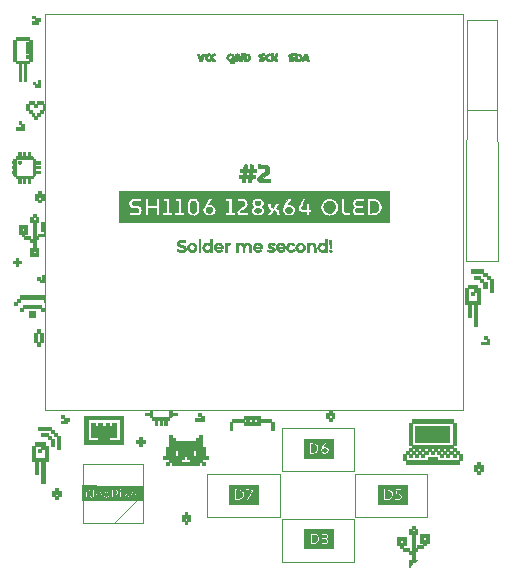
<source format=gto>
G04 #@! TF.GenerationSoftware,KiCad,Pcbnew,5.1.5+dfsg1-2build2*
G04 #@! TF.CreationDate,2022-05-18T15:48:19-07:00*
G04 #@! TF.ProjectId,v3.0-Dev-Kit,76332e30-2d44-4657-962d-4b69742e6b69,rev?*
G04 #@! TF.SameCoordinates,Original*
G04 #@! TF.FileFunction,Legend,Top*
G04 #@! TF.FilePolarity,Positive*
%FSLAX46Y46*%
G04 Gerber Fmt 4.6, Leading zero omitted, Abs format (unit mm)*
G04 Created by KiCad (PCBNEW 5.1.5+dfsg1-2build2) date 2022-05-18 15:48:19*
%MOMM*%
%LPD*%
G04 APERTURE LIST*
%ADD10C,0.120000*%
%ADD11C,0.100000*%
%ADD12C,0.010000*%
G04 APERTURE END LIST*
D10*
X20574000Y11684000D02*
X18034000Y11684000D01*
X17700000Y-13702000D02*
X17700000Y19798000D01*
X-17700000Y19798000D02*
X17700000Y19798000D01*
X-17700000Y-13702000D02*
X17700000Y-13702000D01*
X-17700000Y19798000D02*
X-17700000Y-13702000D01*
X2337500Y-22955000D02*
X8457500Y-22955000D01*
X8457500Y-22955000D02*
X8457500Y-26575000D01*
X8457500Y-26575000D02*
X2337500Y-26575000D01*
X2337500Y-26575000D02*
X2337500Y-22955000D01*
X2337500Y-15271500D02*
X8457500Y-15271500D01*
X8457500Y-15271500D02*
X8457500Y-18891500D01*
X8457500Y-18891500D02*
X2337500Y-18891500D01*
X2337500Y-18891500D02*
X2337500Y-15271500D01*
X-3949000Y-19123000D02*
X2171000Y-19123000D01*
X2171000Y-19123000D02*
X2171000Y-22743000D01*
X2171000Y-22743000D02*
X-3949000Y-22743000D01*
X-3949000Y-22743000D02*
X-3949000Y-19123000D01*
X8560500Y-19123000D02*
X14680500Y-19123000D01*
X14680500Y-19123000D02*
X14680500Y-22743000D01*
X14680500Y-22743000D02*
X8560500Y-22743000D01*
X8560500Y-22743000D02*
X8560500Y-19123000D01*
X-9461500Y-20929600D02*
X-11836400Y-23304500D01*
D11*
X-14438000Y-18328000D02*
X-14438000Y-23328000D01*
X-14438000Y-23328000D02*
X-9438000Y-23328000D01*
X-9438000Y-23328000D02*
X-9438000Y-18328000D01*
X-9438000Y-18328000D02*
X-14438000Y-18328000D01*
D10*
X20574000Y19304000D02*
X20634000Y-1076000D01*
X18034000Y19304000D02*
X17974000Y-1076000D01*
X17974000Y-1076000D02*
X20634000Y-1076000D01*
X20574000Y19304000D02*
X18034000Y19304000D01*
D12*
G36*
X13106400Y-25678000D02*
G01*
X12623800Y-25678000D01*
X12623800Y-25424000D01*
X13106400Y-25424000D01*
X13106400Y-25678000D01*
G37*
X13106400Y-25678000D02*
X12623800Y-25678000D01*
X12623800Y-25424000D01*
X13106400Y-25424000D01*
X13106400Y-25678000D01*
G36*
X12877800Y-25195400D02*
G01*
X12623800Y-25195400D01*
X12623800Y-25424000D01*
X12395200Y-25424000D01*
X12395200Y-25195400D01*
X12141200Y-25195400D01*
X12141200Y-24712800D01*
X12395200Y-24712800D01*
X12395200Y-24966800D01*
X12623800Y-24966800D01*
X12623800Y-24712800D01*
X12395200Y-24712800D01*
X12141200Y-24712800D01*
X12141200Y-24484200D01*
X12877800Y-24484200D01*
X12877800Y-25195400D01*
G37*
X12877800Y-25195400D02*
X12623800Y-25195400D01*
X12623800Y-25424000D01*
X12395200Y-25424000D01*
X12395200Y-25195400D01*
X12141200Y-25195400D01*
X12141200Y-24712800D01*
X12395200Y-24712800D01*
X12395200Y-24966800D01*
X12623800Y-24966800D01*
X12623800Y-24712800D01*
X12395200Y-24712800D01*
X12141200Y-24712800D01*
X12141200Y-24484200D01*
X12877800Y-24484200D01*
X12877800Y-25195400D01*
G36*
X14300200Y-25424000D02*
G01*
X13817600Y-25424000D01*
X13817600Y-25195400D01*
X14300200Y-25195400D01*
X14300200Y-25424000D01*
G37*
X14300200Y-25424000D02*
X13817600Y-25424000D01*
X13817600Y-25195400D01*
X14300200Y-25195400D01*
X14300200Y-25424000D01*
G36*
X14782800Y-24966800D02*
G01*
X14528800Y-24966800D01*
X14528800Y-25195400D01*
X14300200Y-25195400D01*
X14300200Y-24966800D01*
X14071600Y-24966800D01*
X14071600Y-24484200D01*
X14300200Y-24484200D01*
X14300200Y-24712800D01*
X14528800Y-24712800D01*
X14528800Y-24484200D01*
X14300200Y-24484200D01*
X14071600Y-24484200D01*
X14071600Y-24255600D01*
X14782800Y-24255600D01*
X14782800Y-24966800D01*
G37*
X14782800Y-24966800D02*
X14528800Y-24966800D01*
X14528800Y-25195400D01*
X14300200Y-25195400D01*
X14300200Y-24966800D01*
X14071600Y-24966800D01*
X14071600Y-24484200D01*
X14300200Y-24484200D01*
X14300200Y-24712800D01*
X14528800Y-24712800D01*
X14528800Y-24484200D01*
X14300200Y-24484200D01*
X14071600Y-24484200D01*
X14071600Y-24255600D01*
X14782800Y-24255600D01*
X14782800Y-24966800D01*
G36*
X13817600Y-23773000D02*
G01*
X13817600Y-24255600D01*
X13589000Y-24255600D01*
X13589000Y-25424000D01*
X13817600Y-25424000D01*
X13817600Y-25678000D01*
X13589000Y-25678000D01*
X13589000Y-26389200D01*
X13777376Y-26389200D01*
X13665200Y-26503500D01*
X13595087Y-26569486D01*
X13539817Y-26604320D01*
X13483054Y-26616955D01*
X13456711Y-26617800D01*
X13394374Y-26620665D01*
X13367185Y-26639193D01*
X13360560Y-26688279D01*
X13360400Y-26716165D01*
X13354612Y-26778443D01*
X13330983Y-26830028D01*
X13280111Y-26887715D01*
X13246667Y-26919365D01*
X13184683Y-26974649D01*
X13138252Y-27012635D01*
X13119667Y-27024200D01*
X13114641Y-27000404D01*
X13110488Y-26935427D01*
X13107611Y-26838889D01*
X13106412Y-26720405D01*
X13106400Y-26706700D01*
X13106400Y-26389200D01*
X13360400Y-26389200D01*
X13360400Y-25906600D01*
X13106400Y-25906600D01*
X13106400Y-25678000D01*
X13360400Y-25678000D01*
X13360400Y-24255600D01*
X13106400Y-24255600D01*
X13106400Y-23773000D01*
X13360400Y-23773000D01*
X13360400Y-24001600D01*
X13589000Y-24001600D01*
X13589000Y-23773000D01*
X13360400Y-23773000D01*
X13360400Y-23519000D01*
X13589000Y-23519000D01*
X13589000Y-23773000D01*
X13817600Y-23773000D01*
G37*
X13817600Y-23773000D02*
X13817600Y-24255600D01*
X13589000Y-24255600D01*
X13589000Y-25424000D01*
X13817600Y-25424000D01*
X13817600Y-25678000D01*
X13589000Y-25678000D01*
X13589000Y-26389200D01*
X13777376Y-26389200D01*
X13665200Y-26503500D01*
X13595087Y-26569486D01*
X13539817Y-26604320D01*
X13483054Y-26616955D01*
X13456711Y-26617800D01*
X13394374Y-26620665D01*
X13367185Y-26639193D01*
X13360560Y-26688279D01*
X13360400Y-26716165D01*
X13354612Y-26778443D01*
X13330983Y-26830028D01*
X13280111Y-26887715D01*
X13246667Y-26919365D01*
X13184683Y-26974649D01*
X13138252Y-27012635D01*
X13119667Y-27024200D01*
X13114641Y-27000404D01*
X13110488Y-26935427D01*
X13107611Y-26838889D01*
X13106412Y-26720405D01*
X13106400Y-26706700D01*
X13106400Y-26389200D01*
X13360400Y-26389200D01*
X13360400Y-25906600D01*
X13106400Y-25906600D01*
X13106400Y-25678000D01*
X13360400Y-25678000D01*
X13360400Y-24255600D01*
X13106400Y-24255600D01*
X13106400Y-23773000D01*
X13360400Y-23773000D01*
X13360400Y-24001600D01*
X13589000Y-24001600D01*
X13589000Y-23773000D01*
X13360400Y-23773000D01*
X13360400Y-23519000D01*
X13589000Y-23519000D01*
X13589000Y-23773000D01*
X13817600Y-23773000D01*
G36*
X6680200Y-25398600D02*
G01*
X4267200Y-25398600D01*
X4267200Y-24128600D01*
X4699000Y-24128600D01*
X4699000Y-25068400D01*
X4919580Y-25068400D01*
X5046742Y-25065036D01*
X5140218Y-25053130D01*
X5216788Y-25029958D01*
X5251456Y-25014522D01*
X5368420Y-24932763D01*
X5449679Y-24824358D01*
X5495177Y-24698852D01*
X5504857Y-24565792D01*
X5478662Y-24434723D01*
X5416537Y-24315192D01*
X5318424Y-24216743D01*
X5256410Y-24178691D01*
X5190005Y-24151956D01*
X5110410Y-24136285D01*
X5002909Y-24129429D01*
X4928611Y-24128600D01*
X5638800Y-24128600D01*
X5638800Y-24281000D01*
X5838889Y-24281000D01*
X5964160Y-24285933D01*
X6044629Y-24302861D01*
X6085528Y-24334975D01*
X6092087Y-24385464D01*
X6080793Y-24428567D01*
X6064981Y-24464126D01*
X6040299Y-24485289D01*
X5994335Y-24496590D01*
X5914682Y-24502559D01*
X5873223Y-24504362D01*
X5689600Y-24511825D01*
X5689600Y-24662000D01*
X5852885Y-24662000D01*
X5979501Y-24672875D01*
X6060395Y-24705425D01*
X6095449Y-24759540D01*
X6084545Y-24835107D01*
X6069706Y-24866869D01*
X6049554Y-24891897D01*
X6014497Y-24906768D01*
X5952970Y-24913970D01*
X5853408Y-24915987D01*
X5841106Y-24916000D01*
X5638800Y-24916000D01*
X5638800Y-25068400D01*
X5843261Y-25068400D01*
X5988171Y-25061728D01*
X6091534Y-25042218D01*
X6122231Y-25029870D01*
X6203984Y-24962896D01*
X6252309Y-24872156D01*
X6264248Y-24771691D01*
X6236844Y-24675545D01*
X6206061Y-24631916D01*
X6179266Y-24594914D01*
X6186638Y-24563610D01*
X6212136Y-24532971D01*
X6250100Y-24457502D01*
X6259945Y-24377971D01*
X6251277Y-24300659D01*
X6217243Y-24241512D01*
X6177572Y-24202200D01*
X6134888Y-24166964D01*
X6094115Y-24145231D01*
X6041566Y-24133757D01*
X5963550Y-24129298D01*
X5866999Y-24128600D01*
X5638800Y-24128600D01*
X4928611Y-24128600D01*
X4699000Y-24128600D01*
X4267200Y-24128600D01*
X4267200Y-23798400D01*
X6680200Y-23798400D01*
X6680200Y-25398600D01*
G37*
X6680200Y-25398600D02*
X4267200Y-25398600D01*
X4267200Y-24128600D01*
X4699000Y-24128600D01*
X4699000Y-25068400D01*
X4919580Y-25068400D01*
X5046742Y-25065036D01*
X5140218Y-25053130D01*
X5216788Y-25029958D01*
X5251456Y-25014522D01*
X5368420Y-24932763D01*
X5449679Y-24824358D01*
X5495177Y-24698852D01*
X5504857Y-24565792D01*
X5478662Y-24434723D01*
X5416537Y-24315192D01*
X5318424Y-24216743D01*
X5256410Y-24178691D01*
X5190005Y-24151956D01*
X5110410Y-24136285D01*
X5002909Y-24129429D01*
X4928611Y-24128600D01*
X5638800Y-24128600D01*
X5638800Y-24281000D01*
X5838889Y-24281000D01*
X5964160Y-24285933D01*
X6044629Y-24302861D01*
X6085528Y-24334975D01*
X6092087Y-24385464D01*
X6080793Y-24428567D01*
X6064981Y-24464126D01*
X6040299Y-24485289D01*
X5994335Y-24496590D01*
X5914682Y-24502559D01*
X5873223Y-24504362D01*
X5689600Y-24511825D01*
X5689600Y-24662000D01*
X5852885Y-24662000D01*
X5979501Y-24672875D01*
X6060395Y-24705425D01*
X6095449Y-24759540D01*
X6084545Y-24835107D01*
X6069706Y-24866869D01*
X6049554Y-24891897D01*
X6014497Y-24906768D01*
X5952970Y-24913970D01*
X5853408Y-24915987D01*
X5841106Y-24916000D01*
X5638800Y-24916000D01*
X5638800Y-25068400D01*
X5843261Y-25068400D01*
X5988171Y-25061728D01*
X6091534Y-25042218D01*
X6122231Y-25029870D01*
X6203984Y-24962896D01*
X6252309Y-24872156D01*
X6264248Y-24771691D01*
X6236844Y-24675545D01*
X6206061Y-24631916D01*
X6179266Y-24594914D01*
X6186638Y-24563610D01*
X6212136Y-24532971D01*
X6250100Y-24457502D01*
X6259945Y-24377971D01*
X6251277Y-24300659D01*
X6217243Y-24241512D01*
X6177572Y-24202200D01*
X6134888Y-24166964D01*
X6094115Y-24145231D01*
X6041566Y-24133757D01*
X5963550Y-24129298D01*
X5866999Y-24128600D01*
X5638800Y-24128600D01*
X4928611Y-24128600D01*
X4699000Y-24128600D01*
X4267200Y-24128600D01*
X4267200Y-23798400D01*
X6680200Y-23798400D01*
X6680200Y-25398600D01*
G36*
X-5638800Y-22655400D02*
G01*
X-5384800Y-22655400D01*
X-5384800Y-23112600D01*
X-5638800Y-23112600D01*
X-5638800Y-23341200D01*
X-5867400Y-23341200D01*
X-5867400Y-23112600D01*
X-6096000Y-23112600D01*
X-6096000Y-22884000D01*
X-5867400Y-22884000D01*
X-5867400Y-23112600D01*
X-5638800Y-23112600D01*
X-5638800Y-22884000D01*
X-5867400Y-22884000D01*
X-6096000Y-22884000D01*
X-6096000Y-22655400D01*
X-5867400Y-22655400D01*
X-5867400Y-22401400D01*
X-5638800Y-22401400D01*
X-5638800Y-22655400D01*
G37*
X-5638800Y-22655400D02*
X-5384800Y-22655400D01*
X-5384800Y-23112600D01*
X-5638800Y-23112600D01*
X-5638800Y-23341200D01*
X-5867400Y-23341200D01*
X-5867400Y-23112600D01*
X-6096000Y-23112600D01*
X-6096000Y-22884000D01*
X-5867400Y-22884000D01*
X-5867400Y-23112600D01*
X-5638800Y-23112600D01*
X-5638800Y-22884000D01*
X-5867400Y-22884000D01*
X-6096000Y-22884000D01*
X-6096000Y-22655400D01*
X-5867400Y-22655400D01*
X-5867400Y-22401400D01*
X-5638800Y-22401400D01*
X-5638800Y-22655400D01*
G36*
X317500Y-20051900D02*
G01*
X317500Y-21652100D01*
X-882650Y-21658698D01*
X-2082800Y-21665297D01*
X-2082800Y-21341391D01*
X-1676400Y-21341391D01*
X-1420954Y-21329091D01*
X-1300149Y-21321971D01*
X-1216380Y-21312279D01*
X-1155887Y-21296728D01*
X-1104910Y-21272029D01*
X-1061266Y-21243145D01*
X-948757Y-21135109D01*
X-880331Y-21002546D01*
X-857739Y-20852000D01*
X-881229Y-20698666D01*
X-950527Y-20566547D01*
X-1061266Y-20460854D01*
X-1114604Y-20426363D01*
X-1166341Y-20403676D01*
X-1230236Y-20389505D01*
X-1320050Y-20380563D01*
X-1420954Y-20374908D01*
X-1535343Y-20369400D01*
X-736600Y-20369400D01*
X-736600Y-20521800D01*
X-508000Y-20521800D01*
X-392510Y-20524620D01*
X-314721Y-20532627D01*
X-280502Y-20545142D01*
X-279400Y-20548269D01*
X-290962Y-20579337D01*
X-322611Y-20645709D01*
X-369794Y-20738266D01*
X-427958Y-20847886D01*
X-441086Y-20872119D01*
X-505459Y-20990891D01*
X-564665Y-21100807D01*
X-612540Y-21190379D01*
X-642921Y-21248118D01*
X-644938Y-21252050D01*
X-687105Y-21334600D01*
X-494883Y-21334600D01*
X-295752Y-20952547D01*
X-215068Y-20794700D01*
X-158633Y-20674379D01*
X-125333Y-20585095D01*
X-114055Y-20520357D01*
X-123684Y-20473677D01*
X-153108Y-20438564D01*
X-201212Y-20408529D01*
X-202307Y-20407961D01*
X-280606Y-20384114D01*
X-403008Y-20371627D01*
X-506739Y-20369400D01*
X-736600Y-20369400D01*
X-1535343Y-20369400D01*
X-1676400Y-20362608D01*
X-1676400Y-21341391D01*
X-2082800Y-21341391D01*
X-2082800Y-20038702D01*
X317500Y-20051900D01*
G37*
X317500Y-20051900D02*
X317500Y-21652100D01*
X-882650Y-21658698D01*
X-2082800Y-21665297D01*
X-2082800Y-21341391D01*
X-1676400Y-21341391D01*
X-1420954Y-21329091D01*
X-1300149Y-21321971D01*
X-1216380Y-21312279D01*
X-1155887Y-21296728D01*
X-1104910Y-21272029D01*
X-1061266Y-21243145D01*
X-948757Y-21135109D01*
X-880331Y-21002546D01*
X-857739Y-20852000D01*
X-881229Y-20698666D01*
X-950527Y-20566547D01*
X-1061266Y-20460854D01*
X-1114604Y-20426363D01*
X-1166341Y-20403676D01*
X-1230236Y-20389505D01*
X-1320050Y-20380563D01*
X-1420954Y-20374908D01*
X-1535343Y-20369400D01*
X-736600Y-20369400D01*
X-736600Y-20521800D01*
X-508000Y-20521800D01*
X-392510Y-20524620D01*
X-314721Y-20532627D01*
X-280502Y-20545142D01*
X-279400Y-20548269D01*
X-290962Y-20579337D01*
X-322611Y-20645709D01*
X-369794Y-20738266D01*
X-427958Y-20847886D01*
X-441086Y-20872119D01*
X-505459Y-20990891D01*
X-564665Y-21100807D01*
X-612540Y-21190379D01*
X-642921Y-21248118D01*
X-644938Y-21252050D01*
X-687105Y-21334600D01*
X-494883Y-21334600D01*
X-295752Y-20952547D01*
X-215068Y-20794700D01*
X-158633Y-20674379D01*
X-125333Y-20585095D01*
X-114055Y-20520357D01*
X-123684Y-20473677D01*
X-153108Y-20438564D01*
X-201212Y-20408529D01*
X-202307Y-20407961D01*
X-280606Y-20384114D01*
X-403008Y-20371627D01*
X-506739Y-20369400D01*
X-736600Y-20369400D01*
X-1535343Y-20369400D01*
X-1676400Y-20362608D01*
X-1676400Y-21341391D01*
X-2082800Y-21341391D01*
X-2082800Y-20038702D01*
X317500Y-20051900D01*
G36*
X12928600Y-21664800D02*
G01*
X10515600Y-21664800D01*
X10515600Y-21340659D01*
X10947400Y-21340659D01*
X11182350Y-21330271D01*
X11311947Y-21321511D01*
X11405688Y-21306721D01*
X11478425Y-21282909D01*
X11519336Y-21262388D01*
X11627868Y-21182200D01*
X11887200Y-21182200D01*
X11887200Y-21339812D01*
X12105052Y-21330856D01*
X12211225Y-21325626D01*
X12280750Y-21317351D01*
X12327747Y-21301223D01*
X12366337Y-21272429D01*
X12409852Y-21227023D01*
X12465678Y-21156874D01*
X12491194Y-21092266D01*
X12496800Y-21017873D01*
X12476036Y-20896865D01*
X12415022Y-20806165D01*
X12315668Y-20747748D01*
X12214013Y-20725984D01*
X12077700Y-20712300D01*
X12069816Y-20617050D01*
X12061933Y-20521800D01*
X12446000Y-20521800D01*
X12446000Y-20369400D01*
X11912600Y-20369400D01*
X11912600Y-20852000D01*
X12066154Y-20852000D01*
X12159324Y-20855499D01*
X12219901Y-20869450D01*
X12265819Y-20899032D01*
X12282054Y-20914345D01*
X12324626Y-20967872D01*
X12344250Y-21014148D01*
X12344400Y-21017100D01*
X12327499Y-21061594D01*
X12286377Y-21115434D01*
X12282054Y-21119854D01*
X12239694Y-21154768D01*
X12190313Y-21173719D01*
X12117221Y-21181259D01*
X12053454Y-21182200D01*
X11887200Y-21182200D01*
X11627868Y-21182200D01*
X11634722Y-21177136D01*
X11707776Y-21071697D01*
X11742837Y-20938267D01*
X11747500Y-20852000D01*
X11730485Y-20696588D01*
X11678119Y-20573580D01*
X11588416Y-20481295D01*
X11459391Y-20418055D01*
X11289060Y-20382179D01*
X11182350Y-20373728D01*
X10947400Y-20363340D01*
X10947400Y-21340659D01*
X10515600Y-21340659D01*
X10515600Y-20039200D01*
X12928600Y-20039200D01*
X12928600Y-21664800D01*
G37*
X12928600Y-21664800D02*
X10515600Y-21664800D01*
X10515600Y-21340659D01*
X10947400Y-21340659D01*
X11182350Y-21330271D01*
X11311947Y-21321511D01*
X11405688Y-21306721D01*
X11478425Y-21282909D01*
X11519336Y-21262388D01*
X11627868Y-21182200D01*
X11887200Y-21182200D01*
X11887200Y-21339812D01*
X12105052Y-21330856D01*
X12211225Y-21325626D01*
X12280750Y-21317351D01*
X12327747Y-21301223D01*
X12366337Y-21272429D01*
X12409852Y-21227023D01*
X12465678Y-21156874D01*
X12491194Y-21092266D01*
X12496800Y-21017873D01*
X12476036Y-20896865D01*
X12415022Y-20806165D01*
X12315668Y-20747748D01*
X12214013Y-20725984D01*
X12077700Y-20712300D01*
X12069816Y-20617050D01*
X12061933Y-20521800D01*
X12446000Y-20521800D01*
X12446000Y-20369400D01*
X11912600Y-20369400D01*
X11912600Y-20852000D01*
X12066154Y-20852000D01*
X12159324Y-20855499D01*
X12219901Y-20869450D01*
X12265819Y-20899032D01*
X12282054Y-20914345D01*
X12324626Y-20967872D01*
X12344250Y-21014148D01*
X12344400Y-21017100D01*
X12327499Y-21061594D01*
X12286377Y-21115434D01*
X12282054Y-21119854D01*
X12239694Y-21154768D01*
X12190313Y-21173719D01*
X12117221Y-21181259D01*
X12053454Y-21182200D01*
X11887200Y-21182200D01*
X11627868Y-21182200D01*
X11634722Y-21177136D01*
X11707776Y-21071697D01*
X11742837Y-20938267D01*
X11747500Y-20852000D01*
X11730485Y-20696588D01*
X11678119Y-20573580D01*
X11588416Y-20481295D01*
X11459391Y-20418055D01*
X11289060Y-20382179D01*
X11182350Y-20373728D01*
X10947400Y-20363340D01*
X10947400Y-21340659D01*
X10515600Y-21340659D01*
X10515600Y-20039200D01*
X12928600Y-20039200D01*
X12928600Y-21664800D01*
G36*
X-12007850Y-20121626D02*
G01*
X-9486900Y-20128100D01*
X-9480099Y-20744050D01*
X-9473297Y-21360000D01*
X-14528800Y-21360000D01*
X-14528800Y-21131400D01*
X-14274800Y-21131400D01*
X-14149364Y-21131400D01*
X-14135100Y-20509100D01*
X-14071600Y-20509100D01*
X-14043253Y-20510936D01*
X-14024252Y-20522464D01*
X-14011910Y-20552711D01*
X-14003538Y-20610703D01*
X-13996447Y-20705469D01*
X-13992163Y-20775800D01*
X-13985331Y-20886085D01*
X-13979335Y-20975500D01*
X-13974930Y-21033220D01*
X-13973113Y-21049223D01*
X-13951714Y-21065522D01*
X-13902535Y-21097531D01*
X-13887450Y-21106928D01*
X-13791859Y-21143015D01*
X-13700614Y-21129022D01*
X-13620750Y-21074289D01*
X-13596734Y-21048454D01*
X-13580574Y-21017484D01*
X-13570726Y-20971490D01*
X-13565649Y-20900586D01*
X-13565113Y-20869910D01*
X-13425819Y-20869910D01*
X-13404340Y-20964973D01*
X-13345345Y-21045385D01*
X-13252971Y-21103145D01*
X-13131356Y-21130249D01*
X-13100050Y-21131305D01*
X-13026230Y-21128396D01*
X-12990328Y-21115959D01*
X-12979633Y-21088650D01*
X-12979400Y-21080600D01*
X-12987765Y-21047575D01*
X-13021707Y-21032833D01*
X-13082670Y-21029800D01*
X-13183929Y-21019348D01*
X-13253794Y-20990540D01*
X-13283692Y-20947197D01*
X-13284200Y-20940006D01*
X-13273490Y-20920277D01*
X-13235411Y-20908704D01*
X-13161045Y-20903543D01*
X-13093700Y-20902800D01*
X-13002666Y-20900467D01*
X-12935353Y-20894298D01*
X-12904163Y-20885533D01*
X-12903342Y-20883750D01*
X-12907111Y-20863070D01*
X-12806456Y-20863070D01*
X-12787999Y-20965147D01*
X-12732430Y-21054716D01*
X-12642080Y-21119205D01*
X-12639592Y-21120302D01*
X-12563962Y-21148362D01*
X-12504513Y-21151996D01*
X-12434698Y-21131250D01*
X-12408772Y-21120700D01*
X-12322920Y-21061365D01*
X-12268384Y-20976308D01*
X-12246073Y-20878095D01*
X-12256900Y-20779294D01*
X-12301776Y-20692469D01*
X-12373484Y-20634195D01*
X-12490073Y-20598571D01*
X-12605845Y-20607135D01*
X-12707423Y-20658449D01*
X-12722714Y-20671690D01*
X-12785471Y-20761060D01*
X-12806456Y-20863070D01*
X-12907111Y-20863070D01*
X-12909703Y-20848854D01*
X-12925269Y-20786527D01*
X-12929729Y-20770198D01*
X-12976129Y-20674235D01*
X-13052908Y-20617666D01*
X-13163478Y-20598054D01*
X-13170800Y-20598000D01*
X-13255594Y-20608532D01*
X-13319291Y-20647472D01*
X-13339676Y-20667850D01*
X-13405644Y-20768202D01*
X-13425819Y-20869910D01*
X-13565113Y-20869910D01*
X-13563801Y-20794884D01*
X-13563600Y-20707872D01*
X-13563600Y-20394800D01*
X-12090400Y-20394800D01*
X-12090400Y-21131400D01*
X-12026900Y-21131400D01*
X-11987716Y-21126662D01*
X-11969151Y-21103375D01*
X-11963643Y-21047929D01*
X-11963400Y-21017100D01*
X-11963400Y-20902800D01*
X-11821747Y-20902800D01*
X-11733253Y-20898929D01*
X-11674428Y-20882539D01*
X-11624422Y-20846458D01*
X-11605847Y-20828553D01*
X-11544967Y-20736570D01*
X-11533199Y-20631996D01*
X-11543150Y-20598000D01*
X-11404600Y-20598000D01*
X-11404600Y-21131400D01*
X-11277600Y-21131400D01*
X-11277600Y-20672251D01*
X-11125200Y-20672251D01*
X-11106756Y-20746894D01*
X-11059308Y-20824782D01*
X-11057232Y-20827278D01*
X-11022507Y-20869610D01*
X-11006656Y-20901981D01*
X-11011635Y-20937578D01*
X-11039401Y-20989586D01*
X-11091914Y-21071189D01*
X-11093904Y-21074250D01*
X-11116674Y-21115557D01*
X-11103301Y-21129856D01*
X-11067997Y-21131400D01*
X-11013051Y-21114552D01*
X-10958121Y-21058902D01*
X-10937715Y-21029800D01*
X-10892526Y-20970059D01*
X-10853996Y-20933533D01*
X-10841090Y-20928200D01*
X-10788898Y-20949722D01*
X-10742695Y-21001116D01*
X-10719303Y-21062622D01*
X-10718800Y-21071836D01*
X-10707289Y-21117468D01*
X-10663532Y-21131267D01*
X-10655300Y-21131400D01*
X-10603922Y-21117921D01*
X-10591800Y-21092484D01*
X-10605457Y-21024230D01*
X-10639065Y-20946606D01*
X-10681581Y-20881691D01*
X-10710071Y-20856003D01*
X-10733901Y-20840285D01*
X-10734850Y-20838046D01*
X-10486896Y-20838046D01*
X-10474678Y-20945558D01*
X-10435892Y-21015790D01*
X-10373066Y-21078682D01*
X-10297867Y-21114129D01*
X-10194362Y-21128568D01*
X-10153650Y-21129789D01*
X-10079932Y-21127891D01*
X-10044055Y-21116146D01*
X-10033271Y-21089357D01*
X-10033000Y-21080600D01*
X-10040479Y-21048854D01*
X-10071533Y-21033842D01*
X-10139089Y-21029819D01*
X-10147300Y-21029800D01*
X-10239705Y-21019904D01*
X-10304513Y-20985755D01*
X-10318750Y-20972650D01*
X-10375900Y-20915500D01*
X-10179050Y-20908081D01*
X-10080191Y-20903551D01*
X-10021595Y-20896644D01*
X-9992745Y-20883542D01*
X-9983125Y-20860421D01*
X-9982200Y-20836561D01*
X-10003678Y-20727911D01*
X-10064197Y-20648900D01*
X-10157889Y-20605424D01*
X-10218820Y-20598807D01*
X-10326770Y-20611227D01*
X-10402419Y-20654946D01*
X-10451838Y-20724491D01*
X-10486896Y-20838046D01*
X-10734850Y-20838046D01*
X-10741981Y-20821239D01*
X-10731220Y-20788785D01*
X-10698529Y-20732843D01*
X-10648497Y-20655150D01*
X-10625727Y-20613842D01*
X-10639100Y-20599543D01*
X-10674404Y-20598000D01*
X-10729350Y-20614847D01*
X-10784280Y-20670497D01*
X-10804686Y-20699600D01*
X-10851477Y-20759520D01*
X-10893735Y-20796011D01*
X-10908767Y-20801200D01*
X-10951144Y-20778737D01*
X-10984429Y-20723068D01*
X-10998196Y-20651765D01*
X-10998200Y-20650469D01*
X-11012279Y-20609561D01*
X-11061700Y-20598000D01*
X-11107501Y-20606497D01*
X-11123902Y-20642258D01*
X-11125200Y-20672251D01*
X-11277600Y-20672251D01*
X-11277600Y-20598000D01*
X-11404600Y-20598000D01*
X-11543150Y-20598000D01*
X-11561946Y-20533790D01*
X-11613294Y-20464707D01*
X-11696387Y-20420333D01*
X-11729881Y-20414222D01*
X-11417145Y-20414222D01*
X-11415021Y-20455080D01*
X-11381877Y-20485929D01*
X-11330158Y-20495594D01*
X-11284350Y-20482454D01*
X-11270449Y-20464650D01*
X-11271995Y-20413736D01*
X-11297100Y-20369400D01*
X-9855200Y-20369400D01*
X-9855200Y-21131400D01*
X-9728200Y-21131400D01*
X-9728200Y-20369400D01*
X-9855200Y-20369400D01*
X-11297100Y-20369400D01*
X-11299298Y-20365519D01*
X-11338746Y-20344000D01*
X-11338884Y-20344000D01*
X-11388625Y-20365406D01*
X-11417145Y-20414222D01*
X-11729881Y-20414222D01*
X-11817194Y-20398292D01*
X-11911339Y-20394800D01*
X-12090400Y-20394800D01*
X-13563600Y-20394800D01*
X-13689037Y-20394800D01*
X-13696169Y-20705640D01*
X-13699805Y-20836498D01*
X-13704611Y-20925103D01*
X-13712088Y-20980003D01*
X-13723736Y-21009745D01*
X-13741057Y-21022875D01*
X-13752422Y-21025902D01*
X-13803519Y-21020312D01*
X-13838781Y-20978029D01*
X-13859786Y-20895040D01*
X-13868113Y-20767333D01*
X-13868400Y-20731175D01*
X-13871273Y-20626853D01*
X-13878905Y-20538153D01*
X-13889818Y-20480493D01*
X-13893264Y-20472001D01*
X-13945864Y-20420858D01*
X-14025516Y-20390930D01*
X-14110632Y-20388791D01*
X-14140331Y-20396788D01*
X-14192497Y-20421268D01*
X-14229049Y-20454208D01*
X-14252732Y-20504309D01*
X-14266294Y-20580270D01*
X-14272479Y-20690791D01*
X-14273993Y-20820250D01*
X-14274800Y-21131400D01*
X-14528800Y-21131400D01*
X-14528800Y-20115153D01*
X-12007850Y-20121626D01*
G37*
X-12007850Y-20121626D02*
X-9486900Y-20128100D01*
X-9480099Y-20744050D01*
X-9473297Y-21360000D01*
X-14528800Y-21360000D01*
X-14528800Y-21131400D01*
X-14274800Y-21131400D01*
X-14149364Y-21131400D01*
X-14135100Y-20509100D01*
X-14071600Y-20509100D01*
X-14043253Y-20510936D01*
X-14024252Y-20522464D01*
X-14011910Y-20552711D01*
X-14003538Y-20610703D01*
X-13996447Y-20705469D01*
X-13992163Y-20775800D01*
X-13985331Y-20886085D01*
X-13979335Y-20975500D01*
X-13974930Y-21033220D01*
X-13973113Y-21049223D01*
X-13951714Y-21065522D01*
X-13902535Y-21097531D01*
X-13887450Y-21106928D01*
X-13791859Y-21143015D01*
X-13700614Y-21129022D01*
X-13620750Y-21074289D01*
X-13596734Y-21048454D01*
X-13580574Y-21017484D01*
X-13570726Y-20971490D01*
X-13565649Y-20900586D01*
X-13565113Y-20869910D01*
X-13425819Y-20869910D01*
X-13404340Y-20964973D01*
X-13345345Y-21045385D01*
X-13252971Y-21103145D01*
X-13131356Y-21130249D01*
X-13100050Y-21131305D01*
X-13026230Y-21128396D01*
X-12990328Y-21115959D01*
X-12979633Y-21088650D01*
X-12979400Y-21080600D01*
X-12987765Y-21047575D01*
X-13021707Y-21032833D01*
X-13082670Y-21029800D01*
X-13183929Y-21019348D01*
X-13253794Y-20990540D01*
X-13283692Y-20947197D01*
X-13284200Y-20940006D01*
X-13273490Y-20920277D01*
X-13235411Y-20908704D01*
X-13161045Y-20903543D01*
X-13093700Y-20902800D01*
X-13002666Y-20900467D01*
X-12935353Y-20894298D01*
X-12904163Y-20885533D01*
X-12903342Y-20883750D01*
X-12907111Y-20863070D01*
X-12806456Y-20863070D01*
X-12787999Y-20965147D01*
X-12732430Y-21054716D01*
X-12642080Y-21119205D01*
X-12639592Y-21120302D01*
X-12563962Y-21148362D01*
X-12504513Y-21151996D01*
X-12434698Y-21131250D01*
X-12408772Y-21120700D01*
X-12322920Y-21061365D01*
X-12268384Y-20976308D01*
X-12246073Y-20878095D01*
X-12256900Y-20779294D01*
X-12301776Y-20692469D01*
X-12373484Y-20634195D01*
X-12490073Y-20598571D01*
X-12605845Y-20607135D01*
X-12707423Y-20658449D01*
X-12722714Y-20671690D01*
X-12785471Y-20761060D01*
X-12806456Y-20863070D01*
X-12907111Y-20863070D01*
X-12909703Y-20848854D01*
X-12925269Y-20786527D01*
X-12929729Y-20770198D01*
X-12976129Y-20674235D01*
X-13052908Y-20617666D01*
X-13163478Y-20598054D01*
X-13170800Y-20598000D01*
X-13255594Y-20608532D01*
X-13319291Y-20647472D01*
X-13339676Y-20667850D01*
X-13405644Y-20768202D01*
X-13425819Y-20869910D01*
X-13565113Y-20869910D01*
X-13563801Y-20794884D01*
X-13563600Y-20707872D01*
X-13563600Y-20394800D01*
X-12090400Y-20394800D01*
X-12090400Y-21131400D01*
X-12026900Y-21131400D01*
X-11987716Y-21126662D01*
X-11969151Y-21103375D01*
X-11963643Y-21047929D01*
X-11963400Y-21017100D01*
X-11963400Y-20902800D01*
X-11821747Y-20902800D01*
X-11733253Y-20898929D01*
X-11674428Y-20882539D01*
X-11624422Y-20846458D01*
X-11605847Y-20828553D01*
X-11544967Y-20736570D01*
X-11533199Y-20631996D01*
X-11543150Y-20598000D01*
X-11404600Y-20598000D01*
X-11404600Y-21131400D01*
X-11277600Y-21131400D01*
X-11277600Y-20672251D01*
X-11125200Y-20672251D01*
X-11106756Y-20746894D01*
X-11059308Y-20824782D01*
X-11057232Y-20827278D01*
X-11022507Y-20869610D01*
X-11006656Y-20901981D01*
X-11011635Y-20937578D01*
X-11039401Y-20989586D01*
X-11091914Y-21071189D01*
X-11093904Y-21074250D01*
X-11116674Y-21115557D01*
X-11103301Y-21129856D01*
X-11067997Y-21131400D01*
X-11013051Y-21114552D01*
X-10958121Y-21058902D01*
X-10937715Y-21029800D01*
X-10892526Y-20970059D01*
X-10853996Y-20933533D01*
X-10841090Y-20928200D01*
X-10788898Y-20949722D01*
X-10742695Y-21001116D01*
X-10719303Y-21062622D01*
X-10718800Y-21071836D01*
X-10707289Y-21117468D01*
X-10663532Y-21131267D01*
X-10655300Y-21131400D01*
X-10603922Y-21117921D01*
X-10591800Y-21092484D01*
X-10605457Y-21024230D01*
X-10639065Y-20946606D01*
X-10681581Y-20881691D01*
X-10710071Y-20856003D01*
X-10733901Y-20840285D01*
X-10734850Y-20838046D01*
X-10486896Y-20838046D01*
X-10474678Y-20945558D01*
X-10435892Y-21015790D01*
X-10373066Y-21078682D01*
X-10297867Y-21114129D01*
X-10194362Y-21128568D01*
X-10153650Y-21129789D01*
X-10079932Y-21127891D01*
X-10044055Y-21116146D01*
X-10033271Y-21089357D01*
X-10033000Y-21080600D01*
X-10040479Y-21048854D01*
X-10071533Y-21033842D01*
X-10139089Y-21029819D01*
X-10147300Y-21029800D01*
X-10239705Y-21019904D01*
X-10304513Y-20985755D01*
X-10318750Y-20972650D01*
X-10375900Y-20915500D01*
X-10179050Y-20908081D01*
X-10080191Y-20903551D01*
X-10021595Y-20896644D01*
X-9992745Y-20883542D01*
X-9983125Y-20860421D01*
X-9982200Y-20836561D01*
X-10003678Y-20727911D01*
X-10064197Y-20648900D01*
X-10157889Y-20605424D01*
X-10218820Y-20598807D01*
X-10326770Y-20611227D01*
X-10402419Y-20654946D01*
X-10451838Y-20724491D01*
X-10486896Y-20838046D01*
X-10734850Y-20838046D01*
X-10741981Y-20821239D01*
X-10731220Y-20788785D01*
X-10698529Y-20732843D01*
X-10648497Y-20655150D01*
X-10625727Y-20613842D01*
X-10639100Y-20599543D01*
X-10674404Y-20598000D01*
X-10729350Y-20614847D01*
X-10784280Y-20670497D01*
X-10804686Y-20699600D01*
X-10851477Y-20759520D01*
X-10893735Y-20796011D01*
X-10908767Y-20801200D01*
X-10951144Y-20778737D01*
X-10984429Y-20723068D01*
X-10998196Y-20651765D01*
X-10998200Y-20650469D01*
X-11012279Y-20609561D01*
X-11061700Y-20598000D01*
X-11107501Y-20606497D01*
X-11123902Y-20642258D01*
X-11125200Y-20672251D01*
X-11277600Y-20672251D01*
X-11277600Y-20598000D01*
X-11404600Y-20598000D01*
X-11543150Y-20598000D01*
X-11561946Y-20533790D01*
X-11613294Y-20464707D01*
X-11696387Y-20420333D01*
X-11729881Y-20414222D01*
X-11417145Y-20414222D01*
X-11415021Y-20455080D01*
X-11381877Y-20485929D01*
X-11330158Y-20495594D01*
X-11284350Y-20482454D01*
X-11270449Y-20464650D01*
X-11271995Y-20413736D01*
X-11297100Y-20369400D01*
X-9855200Y-20369400D01*
X-9855200Y-21131400D01*
X-9728200Y-21131400D01*
X-9728200Y-20369400D01*
X-9855200Y-20369400D01*
X-11297100Y-20369400D01*
X-11299298Y-20365519D01*
X-11338746Y-20344000D01*
X-11338884Y-20344000D01*
X-11388625Y-20365406D01*
X-11417145Y-20414222D01*
X-11729881Y-20414222D01*
X-11817194Y-20398292D01*
X-11911339Y-20394800D01*
X-12090400Y-20394800D01*
X-13563600Y-20394800D01*
X-13689037Y-20394800D01*
X-13696169Y-20705640D01*
X-13699805Y-20836498D01*
X-13704611Y-20925103D01*
X-13712088Y-20980003D01*
X-13723736Y-21009745D01*
X-13741057Y-21022875D01*
X-13752422Y-21025902D01*
X-13803519Y-21020312D01*
X-13838781Y-20978029D01*
X-13859786Y-20895040D01*
X-13868113Y-20767333D01*
X-13868400Y-20731175D01*
X-13871273Y-20626853D01*
X-13878905Y-20538153D01*
X-13889818Y-20480493D01*
X-13893264Y-20472001D01*
X-13945864Y-20420858D01*
X-14025516Y-20390930D01*
X-14110632Y-20388791D01*
X-14140331Y-20396788D01*
X-14192497Y-20421268D01*
X-14229049Y-20454208D01*
X-14252732Y-20504309D01*
X-14266294Y-20580270D01*
X-14272479Y-20690791D01*
X-14273993Y-20820250D01*
X-14274800Y-21131400D01*
X-14528800Y-21131400D01*
X-14528800Y-20115153D01*
X-12007850Y-20121626D01*
G36*
X-16611600Y-20572600D02*
G01*
X-16357600Y-20572600D01*
X-16357600Y-21029800D01*
X-16611600Y-21029800D01*
X-16611600Y-21258400D01*
X-16840200Y-21258400D01*
X-16840200Y-21029800D01*
X-17068800Y-21029800D01*
X-17068800Y-20801200D01*
X-16840200Y-20801200D01*
X-16840200Y-21029800D01*
X-16611600Y-21029800D01*
X-16611600Y-20801200D01*
X-16840200Y-20801200D01*
X-17068800Y-20801200D01*
X-17068800Y-20572600D01*
X-16840200Y-20572600D01*
X-16840200Y-20318600D01*
X-16611600Y-20318600D01*
X-16611600Y-20572600D01*
G37*
X-16611600Y-20572600D02*
X-16357600Y-20572600D01*
X-16357600Y-21029800D01*
X-16611600Y-21029800D01*
X-16611600Y-21258400D01*
X-16840200Y-21258400D01*
X-16840200Y-21029800D01*
X-17068800Y-21029800D01*
X-17068800Y-20801200D01*
X-16840200Y-20801200D01*
X-16840200Y-21029800D01*
X-16611600Y-21029800D01*
X-16611600Y-20801200D01*
X-16840200Y-20801200D01*
X-17068800Y-20801200D01*
X-17068800Y-20572600D01*
X-16840200Y-20572600D01*
X-16840200Y-20318600D01*
X-16611600Y-20318600D01*
X-16611600Y-20572600D01*
G36*
X-17729200Y-16737200D02*
G01*
X-17475200Y-16737200D01*
X-17475200Y-18058000D01*
X-17729200Y-18058000D01*
X-17729200Y-19912200D01*
X-18008600Y-19912200D01*
X-18008600Y-18058000D01*
X-18262600Y-18058000D01*
X-18262600Y-19124800D01*
X-18542000Y-19124800D01*
X-18542000Y-18058000D01*
X-18821400Y-18058000D01*
X-18821400Y-16737200D01*
X-18542000Y-16737200D01*
X-18542000Y-17778600D01*
X-17729200Y-17778600D01*
X-17729200Y-16991200D01*
X-18008600Y-16991200D01*
X-18008600Y-16737200D01*
X-18542000Y-16737200D01*
X-18542000Y-16457800D01*
X-17729200Y-16457800D01*
X-17729200Y-16737200D01*
G37*
X-17729200Y-16737200D02*
X-17475200Y-16737200D01*
X-17475200Y-18058000D01*
X-17729200Y-18058000D01*
X-17729200Y-19912200D01*
X-18008600Y-19912200D01*
X-18008600Y-18058000D01*
X-18262600Y-18058000D01*
X-18262600Y-19124800D01*
X-18542000Y-19124800D01*
X-18542000Y-18058000D01*
X-18821400Y-18058000D01*
X-18821400Y-16737200D01*
X-18542000Y-16737200D01*
X-18542000Y-17778600D01*
X-17729200Y-17778600D01*
X-17729200Y-16991200D01*
X-18008600Y-16991200D01*
X-18008600Y-16737200D01*
X-18542000Y-16737200D01*
X-18542000Y-16457800D01*
X-17729200Y-16457800D01*
X-17729200Y-16737200D01*
G36*
X19126200Y-18413600D02*
G01*
X19380200Y-18413600D01*
X19380200Y-18921600D01*
X19126200Y-18921600D01*
X19126200Y-19175600D01*
X18872200Y-19175600D01*
X18872200Y-18921600D01*
X18618200Y-18921600D01*
X18618200Y-18667600D01*
X18872200Y-18667600D01*
X18872200Y-18921600D01*
X19126200Y-18921600D01*
X19126200Y-18667600D01*
X18872200Y-18667600D01*
X18618200Y-18667600D01*
X18618200Y-18413600D01*
X18872200Y-18413600D01*
X18872200Y-18134200D01*
X19126200Y-18134200D01*
X19126200Y-18413600D01*
G37*
X19126200Y-18413600D02*
X19380200Y-18413600D01*
X19380200Y-18921600D01*
X19126200Y-18921600D01*
X19126200Y-19175600D01*
X18872200Y-19175600D01*
X18872200Y-18921600D01*
X18618200Y-18921600D01*
X18618200Y-18667600D01*
X18872200Y-18667600D01*
X18872200Y-18921600D01*
X19126200Y-18921600D01*
X19126200Y-18667600D01*
X18872200Y-18667600D01*
X18618200Y-18667600D01*
X18618200Y-18413600D01*
X18872200Y-18413600D01*
X18872200Y-18134200D01*
X19126200Y-18134200D01*
X19126200Y-18413600D01*
G36*
X-4140200Y-18362800D02*
G01*
X-4394200Y-18362800D01*
X-4394200Y-18108800D01*
X-4140200Y-18108800D01*
X-4140200Y-18362800D01*
G37*
X-4140200Y-18362800D02*
X-4394200Y-18362800D01*
X-4394200Y-18108800D01*
X-4140200Y-18108800D01*
X-4140200Y-18362800D01*
G36*
X-7162800Y-17854800D02*
G01*
X-6172200Y-17854800D01*
X-6172200Y-18108800D01*
X-5410200Y-18108800D01*
X-5410200Y-17854800D01*
X-5664200Y-17854800D01*
X-5664200Y-17600800D01*
X-5918200Y-17600800D01*
X-5918200Y-17854800D01*
X-6172200Y-17854800D01*
X-7162800Y-17854800D01*
X-7670800Y-17854800D01*
X-7670800Y-17600800D01*
X-7416800Y-17600800D01*
X-7416800Y-17092800D01*
X-6654800Y-17092800D01*
X-6654800Y-17600800D01*
X-6400800Y-17600800D01*
X-6400800Y-17092800D01*
X-5156200Y-17092800D01*
X-5156200Y-17600800D01*
X-4902200Y-17600800D01*
X-4902200Y-17092800D01*
X-5156200Y-17092800D01*
X-6400800Y-17092800D01*
X-6654800Y-17092800D01*
X-7416800Y-17092800D01*
X-7416800Y-16838800D01*
X-7162800Y-16838800D01*
X-7162800Y-15822800D01*
X-6908800Y-15822800D01*
X-6908800Y-16102200D01*
X-6654800Y-16102200D01*
X-6654800Y-16330800D01*
X-4902200Y-16330800D01*
X-4902200Y-16102200D01*
X-4648200Y-16102200D01*
X-4648200Y-15822800D01*
X-4394200Y-15822800D01*
X-4394200Y-16838800D01*
X-4140200Y-16838800D01*
X-4140200Y-17600800D01*
X-3886200Y-17600800D01*
X-3886200Y-17854800D01*
X-4394200Y-17854800D01*
X-4394200Y-18108800D01*
X-4648200Y-18108800D01*
X-4648200Y-18362800D01*
X-6908800Y-18362800D01*
X-6908800Y-18108800D01*
X-7162800Y-18108800D01*
X-7162800Y-17854800D01*
G37*
X-7162800Y-17854800D02*
X-6172200Y-17854800D01*
X-6172200Y-18108800D01*
X-5410200Y-18108800D01*
X-5410200Y-17854800D01*
X-5664200Y-17854800D01*
X-5664200Y-17600800D01*
X-5918200Y-17600800D01*
X-5918200Y-17854800D01*
X-6172200Y-17854800D01*
X-7162800Y-17854800D01*
X-7670800Y-17854800D01*
X-7670800Y-17600800D01*
X-7416800Y-17600800D01*
X-7416800Y-17092800D01*
X-6654800Y-17092800D01*
X-6654800Y-17600800D01*
X-6400800Y-17600800D01*
X-6400800Y-17092800D01*
X-5156200Y-17092800D01*
X-5156200Y-17600800D01*
X-4902200Y-17600800D01*
X-4902200Y-17092800D01*
X-5156200Y-17092800D01*
X-6400800Y-17092800D01*
X-6654800Y-17092800D01*
X-7416800Y-17092800D01*
X-7416800Y-16838800D01*
X-7162800Y-16838800D01*
X-7162800Y-15822800D01*
X-6908800Y-15822800D01*
X-6908800Y-16102200D01*
X-6654800Y-16102200D01*
X-6654800Y-16330800D01*
X-4902200Y-16330800D01*
X-4902200Y-16102200D01*
X-4648200Y-16102200D01*
X-4648200Y-15822800D01*
X-4394200Y-15822800D01*
X-4394200Y-16838800D01*
X-4140200Y-16838800D01*
X-4140200Y-17600800D01*
X-3886200Y-17600800D01*
X-3886200Y-17854800D01*
X-4394200Y-17854800D01*
X-4394200Y-18108800D01*
X-4648200Y-18108800D01*
X-4648200Y-18362800D01*
X-6908800Y-18362800D01*
X-6908800Y-18108800D01*
X-7162800Y-18108800D01*
X-7162800Y-17854800D01*
G36*
X-7162800Y-18362800D02*
G01*
X-7416800Y-18362800D01*
X-7416800Y-18108800D01*
X-7162800Y-18108800D01*
X-7162800Y-18362800D01*
G37*
X-7162800Y-18362800D02*
X-7416800Y-18362800D01*
X-7416800Y-18108800D01*
X-7162800Y-18108800D01*
X-7162800Y-18362800D01*
G36*
X15494000Y-17981800D02*
G01*
X17322800Y-17981800D01*
X17322800Y-18261200D01*
X12852400Y-18261200D01*
X12852400Y-17981800D01*
X14706600Y-17981800D01*
X14706600Y-17702400D01*
X15494000Y-17702400D01*
X15494000Y-17981800D01*
G37*
X15494000Y-17981800D02*
X17322800Y-17981800D01*
X17322800Y-18261200D01*
X12852400Y-18261200D01*
X12852400Y-17981800D01*
X14706600Y-17981800D01*
X14706600Y-17702400D01*
X15494000Y-17702400D01*
X15494000Y-17981800D01*
G36*
X12852400Y-17981800D02*
G01*
X12573000Y-17981800D01*
X12573000Y-17448400D01*
X12852400Y-17448400D01*
X12852400Y-17981800D01*
G37*
X12852400Y-17981800D02*
X12573000Y-17981800D01*
X12573000Y-17448400D01*
X12852400Y-17448400D01*
X12852400Y-17981800D01*
G36*
X17602200Y-17981800D02*
G01*
X17322800Y-17981800D01*
X17322800Y-17448400D01*
X17602200Y-17448400D01*
X17602200Y-17981800D01*
G37*
X17602200Y-17981800D02*
X17322800Y-17981800D01*
X17322800Y-17448400D01*
X17602200Y-17448400D01*
X17602200Y-17981800D01*
G36*
X13106400Y-17448400D02*
G01*
X12852400Y-17448400D01*
X12852400Y-17194400D01*
X13106400Y-17194400D01*
X13106400Y-17448400D01*
G37*
X13106400Y-17448400D02*
X12852400Y-17448400D01*
X12852400Y-17194400D01*
X13106400Y-17194400D01*
X13106400Y-17448400D01*
G36*
X17322800Y-17448400D02*
G01*
X17068800Y-17448400D01*
X17068800Y-17194400D01*
X17322800Y-17194400D01*
X17322800Y-17448400D01*
G37*
X17322800Y-17448400D02*
X17068800Y-17448400D01*
X17068800Y-17194400D01*
X17322800Y-17194400D01*
X17322800Y-17448400D01*
G36*
X17068800Y-17194400D02*
G01*
X16814800Y-17194400D01*
X16814800Y-16915000D01*
X17068800Y-16915000D01*
X17068800Y-17194400D01*
G37*
X17068800Y-17194400D02*
X16814800Y-17194400D01*
X16814800Y-16915000D01*
X17068800Y-16915000D01*
X17068800Y-17194400D01*
G36*
X13385800Y-17194400D02*
G01*
X13106400Y-17194400D01*
X13106400Y-16915000D01*
X13385800Y-16915000D01*
X13385800Y-17194400D01*
G37*
X13385800Y-17194400D02*
X13106400Y-17194400D01*
X13106400Y-16915000D01*
X13385800Y-16915000D01*
X13385800Y-17194400D01*
G36*
X13385800Y-16661000D02*
G01*
X13106400Y-16661000D01*
X13106400Y-14806800D01*
X13385800Y-14806800D01*
X13385800Y-16661000D01*
X16814800Y-16661000D01*
X16814800Y-14806800D01*
X13385800Y-14806800D01*
X13385800Y-14527400D01*
X16814800Y-14527400D01*
X16814800Y-14806800D01*
X17068800Y-14806800D01*
X17068800Y-16661000D01*
X16814800Y-16661000D01*
X16814800Y-16915000D01*
X16535400Y-16915000D01*
X16535400Y-17194400D01*
X16281400Y-17194400D01*
X16281400Y-16915000D01*
X16002000Y-16915000D01*
X16002000Y-17194400D01*
X15748000Y-17194400D01*
X15748000Y-16915000D01*
X15494000Y-16915000D01*
X15494000Y-17194400D01*
X15214600Y-17194400D01*
X15214600Y-16915000D01*
X14960600Y-16915000D01*
X14960600Y-17194400D01*
X14706600Y-17194400D01*
X14706600Y-16915000D01*
X14427200Y-16915000D01*
X14427200Y-17194400D01*
X14173200Y-17194400D01*
X14173200Y-16915000D01*
X13919200Y-16915000D01*
X13919200Y-17194400D01*
X13639800Y-17194400D01*
X13639800Y-16915000D01*
X13385800Y-16915000D01*
X13385800Y-16661000D01*
G37*
X13385800Y-16661000D02*
X13106400Y-16661000D01*
X13106400Y-14806800D01*
X13385800Y-14806800D01*
X13385800Y-16661000D01*
X16814800Y-16661000D01*
X16814800Y-14806800D01*
X13385800Y-14806800D01*
X13385800Y-14527400D01*
X16814800Y-14527400D01*
X16814800Y-14806800D01*
X17068800Y-14806800D01*
X17068800Y-16661000D01*
X16814800Y-16661000D01*
X16814800Y-16915000D01*
X16535400Y-16915000D01*
X16535400Y-17194400D01*
X16281400Y-17194400D01*
X16281400Y-16915000D01*
X16002000Y-16915000D01*
X16002000Y-17194400D01*
X15748000Y-17194400D01*
X15748000Y-16915000D01*
X15494000Y-16915000D01*
X15494000Y-17194400D01*
X15214600Y-17194400D01*
X15214600Y-16915000D01*
X14960600Y-16915000D01*
X14960600Y-17194400D01*
X14706600Y-17194400D01*
X14706600Y-16915000D01*
X14427200Y-16915000D01*
X14427200Y-17194400D01*
X14173200Y-17194400D01*
X14173200Y-16915000D01*
X13919200Y-16915000D01*
X13919200Y-17194400D01*
X13639800Y-17194400D01*
X13639800Y-16915000D01*
X13385800Y-16915000D01*
X13385800Y-16661000D01*
G36*
X6680200Y-17753200D02*
G01*
X4267200Y-17753200D01*
X4267200Y-17423000D01*
X4648200Y-17423000D01*
X4832350Y-17422858D01*
X4940878Y-17418886D01*
X5044001Y-17408647D01*
X5114965Y-17395376D01*
X5244588Y-17335344D01*
X5346189Y-17240967D01*
X5416082Y-17122197D01*
X5423522Y-17093471D01*
X5593104Y-17093471D01*
X5596003Y-17151538D01*
X5631031Y-17255312D01*
X5698787Y-17344898D01*
X5778500Y-17398767D01*
X5874157Y-17419763D01*
X5989328Y-17419510D01*
X6099760Y-17399704D01*
X6167378Y-17371548D01*
X6249527Y-17294935D01*
X6302098Y-17192076D01*
X6316750Y-17081220D01*
X6313169Y-17052534D01*
X6272081Y-16958523D01*
X6195455Y-16879301D01*
X6098496Y-16827226D01*
X6018916Y-16813400D01*
X5955604Y-16809036D01*
X5920625Y-16798146D01*
X5918200Y-16793896D01*
X5931231Y-16762345D01*
X5963829Y-16707007D01*
X5977619Y-16685946D01*
X6028519Y-16609491D01*
X6076146Y-16536906D01*
X6082140Y-16527650D01*
X6127242Y-16457800D01*
X6025923Y-16457800D01*
X5977026Y-16459823D01*
X5939763Y-16471317D01*
X5904614Y-16500417D01*
X5862060Y-16555259D01*
X5802580Y-16643979D01*
X5795583Y-16654650D01*
X5704056Y-16800746D01*
X5642104Y-16916848D01*
X5606272Y-17011556D01*
X5593104Y-17093471D01*
X5423522Y-17093471D01*
X5450584Y-16988988D01*
X5446009Y-16851294D01*
X5398675Y-16719069D01*
X5377831Y-16685224D01*
X5297342Y-16589460D01*
X5201566Y-16522759D01*
X5081259Y-16481364D01*
X4927178Y-16461518D01*
X4819650Y-16458405D01*
X4648200Y-16457800D01*
X4648200Y-17423000D01*
X4267200Y-17423000D01*
X4267200Y-16153000D01*
X6680200Y-16153000D01*
X6680200Y-17753200D01*
G37*
X6680200Y-17753200D02*
X4267200Y-17753200D01*
X4267200Y-17423000D01*
X4648200Y-17423000D01*
X4832350Y-17422858D01*
X4940878Y-17418886D01*
X5044001Y-17408647D01*
X5114965Y-17395376D01*
X5244588Y-17335344D01*
X5346189Y-17240967D01*
X5416082Y-17122197D01*
X5423522Y-17093471D01*
X5593104Y-17093471D01*
X5596003Y-17151538D01*
X5631031Y-17255312D01*
X5698787Y-17344898D01*
X5778500Y-17398767D01*
X5874157Y-17419763D01*
X5989328Y-17419510D01*
X6099760Y-17399704D01*
X6167378Y-17371548D01*
X6249527Y-17294935D01*
X6302098Y-17192076D01*
X6316750Y-17081220D01*
X6313169Y-17052534D01*
X6272081Y-16958523D01*
X6195455Y-16879301D01*
X6098496Y-16827226D01*
X6018916Y-16813400D01*
X5955604Y-16809036D01*
X5920625Y-16798146D01*
X5918200Y-16793896D01*
X5931231Y-16762345D01*
X5963829Y-16707007D01*
X5977619Y-16685946D01*
X6028519Y-16609491D01*
X6076146Y-16536906D01*
X6082140Y-16527650D01*
X6127242Y-16457800D01*
X6025923Y-16457800D01*
X5977026Y-16459823D01*
X5939763Y-16471317D01*
X5904614Y-16500417D01*
X5862060Y-16555259D01*
X5802580Y-16643979D01*
X5795583Y-16654650D01*
X5704056Y-16800746D01*
X5642104Y-16916848D01*
X5606272Y-17011556D01*
X5593104Y-17093471D01*
X5423522Y-17093471D01*
X5450584Y-16988988D01*
X5446009Y-16851294D01*
X5398675Y-16719069D01*
X5377831Y-16685224D01*
X5297342Y-16589460D01*
X5201566Y-16522759D01*
X5081259Y-16481364D01*
X4927178Y-16461518D01*
X4819650Y-16458405D01*
X4648200Y-16457800D01*
X4648200Y-17423000D01*
X4267200Y-17423000D01*
X4267200Y-16153000D01*
X6680200Y-16153000D01*
X6680200Y-17753200D01*
G36*
X-16408400Y-16991200D02*
G01*
X-16687800Y-16991200D01*
X-16687800Y-15949800D01*
X-16408400Y-15949800D01*
X-16408400Y-16991200D01*
G37*
X-16408400Y-16991200D02*
X-16687800Y-16991200D01*
X-16687800Y-15949800D01*
X-16408400Y-15949800D01*
X-16408400Y-16991200D01*
G36*
X-16687800Y-15949800D02*
G01*
X-16941800Y-15949800D01*
X-16941800Y-15670400D01*
X-16687800Y-15670400D01*
X-16687800Y-15949800D01*
G37*
X-16687800Y-15949800D02*
X-16941800Y-15949800D01*
X-16941800Y-15670400D01*
X-16687800Y-15670400D01*
X-16687800Y-15949800D01*
G36*
X-16941800Y-15670400D02*
G01*
X-17221200Y-15670400D01*
X-17221200Y-15416400D01*
X-16941800Y-15416400D01*
X-16941800Y-15670400D01*
G37*
X-16941800Y-15670400D02*
X-17221200Y-15670400D01*
X-17221200Y-15416400D01*
X-16941800Y-15416400D01*
X-16941800Y-15670400D01*
G36*
X-17221200Y-15416400D02*
G01*
X-18262600Y-15416400D01*
X-18262600Y-15137000D01*
X-17221200Y-15137000D01*
X-17221200Y-15416400D01*
G37*
X-17221200Y-15416400D02*
X-18262600Y-15416400D01*
X-18262600Y-15137000D01*
X-17221200Y-15137000D01*
X-17221200Y-15416400D01*
G36*
X-9525000Y-16280000D02*
G01*
X-9271000Y-16280000D01*
X-9271000Y-16534000D01*
X-9525000Y-16534000D01*
X-9525000Y-16788000D01*
X-9753600Y-16788000D01*
X-9753600Y-16534000D01*
X-10007600Y-16534000D01*
X-10007600Y-16280000D01*
X-9753600Y-16280000D01*
X-9753600Y-16051400D01*
X-9525000Y-16051400D01*
X-9525000Y-16280000D01*
G37*
X-9525000Y-16280000D02*
X-9271000Y-16280000D01*
X-9271000Y-16534000D01*
X-9525000Y-16534000D01*
X-9525000Y-16788000D01*
X-9753600Y-16788000D01*
X-9753600Y-16534000D01*
X-10007600Y-16534000D01*
X-10007600Y-16280000D01*
X-9753600Y-16280000D01*
X-9753600Y-16051400D01*
X-9525000Y-16051400D01*
X-9525000Y-16280000D01*
G36*
X-16941800Y-16737200D02*
G01*
X-17221200Y-16737200D01*
X-17221200Y-16203800D01*
X-16941800Y-16203800D01*
X-16941800Y-16737200D01*
G37*
X-16941800Y-16737200D02*
X-17221200Y-16737200D01*
X-17221200Y-16203800D01*
X-16941800Y-16203800D01*
X-16941800Y-16737200D01*
G36*
X-17221200Y-16203800D02*
G01*
X-17475200Y-16203800D01*
X-17475200Y-15949800D01*
X-17221200Y-15949800D01*
X-17221200Y-16203800D01*
G37*
X-17221200Y-16203800D02*
X-17475200Y-16203800D01*
X-17475200Y-15949800D01*
X-17221200Y-15949800D01*
X-17221200Y-16203800D01*
G36*
X-17475200Y-15949800D02*
G01*
X-18008600Y-15949800D01*
X-18008600Y-15670400D01*
X-17475200Y-15670400D01*
X-17475200Y-15949800D01*
G37*
X-17475200Y-15949800D02*
X-18008600Y-15949800D01*
X-18008600Y-15670400D01*
X-17475200Y-15670400D01*
X-17475200Y-15949800D01*
G36*
X-11074400Y-16610200D02*
G01*
X-14376400Y-16610200D01*
X-14376400Y-14502000D01*
X-14071600Y-14502000D01*
X-14071600Y-16280000D01*
X-13182600Y-16280000D01*
X-13182600Y-16000600D01*
X-13766800Y-16000600D01*
X-13766800Y-14806800D01*
X-13462000Y-14806800D01*
X-13462000Y-15111600D01*
X-13182600Y-15111600D01*
X-13182600Y-14806800D01*
X-12877800Y-14806800D01*
X-12877800Y-15111600D01*
X-12573000Y-15111600D01*
X-12573000Y-14806800D01*
X-12293600Y-14806800D01*
X-12293600Y-15111600D01*
X-11988800Y-15111600D01*
X-11988800Y-14806800D01*
X-11684000Y-14806800D01*
X-11684000Y-16000600D01*
X-12293600Y-16000600D01*
X-12293600Y-16280000D01*
X-11379200Y-16280000D01*
X-11379200Y-14502000D01*
X-14071600Y-14502000D01*
X-14376400Y-14502000D01*
X-14376400Y-14197200D01*
X-11074400Y-14197200D01*
X-11074400Y-16610200D01*
G37*
X-11074400Y-16610200D02*
X-14376400Y-16610200D01*
X-14376400Y-14502000D01*
X-14071600Y-14502000D01*
X-14071600Y-16280000D01*
X-13182600Y-16280000D01*
X-13182600Y-16000600D01*
X-13766800Y-16000600D01*
X-13766800Y-14806800D01*
X-13462000Y-14806800D01*
X-13462000Y-15111600D01*
X-13182600Y-15111600D01*
X-13182600Y-14806800D01*
X-12877800Y-14806800D01*
X-12877800Y-15111600D01*
X-12573000Y-15111600D01*
X-12573000Y-14806800D01*
X-12293600Y-14806800D01*
X-12293600Y-15111600D01*
X-11988800Y-15111600D01*
X-11988800Y-14806800D01*
X-11684000Y-14806800D01*
X-11684000Y-16000600D01*
X-12293600Y-16000600D01*
X-12293600Y-16280000D01*
X-11379200Y-16280000D01*
X-11379200Y-14502000D01*
X-14071600Y-14502000D01*
X-14376400Y-14502000D01*
X-14376400Y-14197200D01*
X-11074400Y-14197200D01*
X-11074400Y-16610200D01*
G36*
X1651000Y-15441800D02*
G01*
X1422400Y-15441800D01*
X1422400Y-14730600D01*
X1651000Y-14730600D01*
X1651000Y-15441800D01*
G37*
X1651000Y-15441800D02*
X1422400Y-15441800D01*
X1422400Y-14730600D01*
X1651000Y-14730600D01*
X1651000Y-15441800D01*
G36*
X-1828800Y-14502000D02*
G01*
X-889000Y-14502000D01*
X-889000Y-14730600D01*
X-660400Y-14730600D01*
X-660400Y-14502000D01*
X-431800Y-14502000D01*
X-431800Y-14730600D01*
X-203200Y-14730600D01*
X-203200Y-14502000D01*
X25400Y-14502000D01*
X25400Y-14730600D01*
X254000Y-14730600D01*
X254000Y-14502000D01*
X25400Y-14502000D01*
X-203200Y-14502000D01*
X-431800Y-14502000D01*
X-660400Y-14502000D01*
X-889000Y-14502000D01*
X-889000Y-14273400D01*
X482600Y-14273400D01*
X482600Y-14502000D01*
X1422400Y-14502000D01*
X1422400Y-14730600D01*
X482600Y-14730600D01*
X482600Y-14984600D01*
X-889000Y-14984600D01*
X-889000Y-14730600D01*
X-1828800Y-14730600D01*
X-1828800Y-14502000D01*
G37*
X-1828800Y-14502000D02*
X-889000Y-14502000D01*
X-889000Y-14730600D01*
X-660400Y-14730600D01*
X-660400Y-14502000D01*
X-431800Y-14502000D01*
X-431800Y-14730600D01*
X-203200Y-14730600D01*
X-203200Y-14502000D01*
X25400Y-14502000D01*
X25400Y-14730600D01*
X254000Y-14730600D01*
X254000Y-14502000D01*
X25400Y-14502000D01*
X-203200Y-14502000D01*
X-431800Y-14502000D01*
X-660400Y-14502000D01*
X-889000Y-14502000D01*
X-889000Y-14273400D01*
X482600Y-14273400D01*
X482600Y-14502000D01*
X1422400Y-14502000D01*
X1422400Y-14730600D01*
X482600Y-14730600D01*
X482600Y-14984600D01*
X-889000Y-14984600D01*
X-889000Y-14730600D01*
X-1828800Y-14730600D01*
X-1828800Y-14502000D01*
G36*
X-1828800Y-15441800D02*
G01*
X-2057400Y-15441800D01*
X-2057400Y-14730600D01*
X-1828800Y-14730600D01*
X-1828800Y-15441800D01*
G37*
X-1828800Y-15441800D02*
X-2057400Y-15441800D01*
X-2057400Y-14730600D01*
X-1828800Y-14730600D01*
X-1828800Y-15441800D01*
G36*
X-8610600Y-14349600D02*
G01*
X-7188200Y-14349600D01*
X-7188200Y-13790800D01*
X-7086600Y-13790800D01*
X-7021454Y-13793809D01*
X-6992493Y-13810115D01*
X-6985161Y-13850637D01*
X-6985000Y-13867000D01*
X-6985000Y-13943200D01*
X-6553200Y-13943200D01*
X-6553200Y-14146400D01*
X-6985000Y-14146400D01*
X-6985000Y-14248000D01*
X-6987445Y-14313032D01*
X-7004553Y-14341929D01*
X-7050992Y-14349355D01*
X-7086600Y-14349600D01*
X-7151633Y-14352044D01*
X-7180530Y-14369152D01*
X-7187956Y-14415591D01*
X-7188200Y-14451200D01*
X-7190645Y-14516232D01*
X-7207753Y-14545129D01*
X-7254192Y-14552555D01*
X-7289800Y-14552800D01*
X-7391400Y-14552800D01*
X-7391400Y-14984600D01*
X-7594600Y-14984600D01*
X-7594600Y-14552800D01*
X-7797800Y-14552800D01*
X-7797800Y-14984600D01*
X-8001000Y-14984600D01*
X-8001000Y-14552800D01*
X-8204200Y-14552800D01*
X-8204200Y-14984600D01*
X-8407400Y-14984600D01*
X-8407400Y-14552800D01*
X-8509000Y-14552800D01*
X-8574033Y-14550355D01*
X-8602930Y-14533247D01*
X-8610356Y-14486808D01*
X-8610600Y-14451200D01*
X-8613045Y-14386167D01*
X-8630153Y-14357270D01*
X-8676592Y-14349844D01*
X-8712200Y-14349600D01*
X-8777233Y-14347155D01*
X-8806130Y-14330047D01*
X-8813556Y-14283608D01*
X-8813800Y-14248000D01*
X-8813800Y-14146400D01*
X-9220200Y-14146400D01*
X-9220200Y-13943200D01*
X-8813800Y-13943200D01*
X-8813800Y-13867000D01*
X-8809788Y-13818139D01*
X-8788047Y-13796419D01*
X-8734017Y-13790920D01*
X-8712200Y-13790800D01*
X-8610600Y-13790800D01*
X-8610600Y-14349600D01*
G37*
X-8610600Y-14349600D02*
X-7188200Y-14349600D01*
X-7188200Y-13790800D01*
X-7086600Y-13790800D01*
X-7021454Y-13793809D01*
X-6992493Y-13810115D01*
X-6985161Y-13850637D01*
X-6985000Y-13867000D01*
X-6985000Y-13943200D01*
X-6553200Y-13943200D01*
X-6553200Y-14146400D01*
X-6985000Y-14146400D01*
X-6985000Y-14248000D01*
X-6987445Y-14313032D01*
X-7004553Y-14341929D01*
X-7050992Y-14349355D01*
X-7086600Y-14349600D01*
X-7151633Y-14352044D01*
X-7180530Y-14369152D01*
X-7187956Y-14415591D01*
X-7188200Y-14451200D01*
X-7190645Y-14516232D01*
X-7207753Y-14545129D01*
X-7254192Y-14552555D01*
X-7289800Y-14552800D01*
X-7391400Y-14552800D01*
X-7391400Y-14984600D01*
X-7594600Y-14984600D01*
X-7594600Y-14552800D01*
X-7797800Y-14552800D01*
X-7797800Y-14984600D01*
X-8001000Y-14984600D01*
X-8001000Y-14552800D01*
X-8204200Y-14552800D01*
X-8204200Y-14984600D01*
X-8407400Y-14984600D01*
X-8407400Y-14552800D01*
X-8509000Y-14552800D01*
X-8574033Y-14550355D01*
X-8602930Y-14533247D01*
X-8610356Y-14486808D01*
X-8610600Y-14451200D01*
X-8613045Y-14386167D01*
X-8630153Y-14357270D01*
X-8676592Y-14349844D01*
X-8712200Y-14349600D01*
X-8777233Y-14347155D01*
X-8806130Y-14330047D01*
X-8813556Y-14283608D01*
X-8813800Y-14248000D01*
X-8813800Y-14146400D01*
X-9220200Y-14146400D01*
X-9220200Y-13943200D01*
X-8813800Y-13943200D01*
X-8813800Y-13867000D01*
X-8809788Y-13818139D01*
X-8788047Y-13796419D01*
X-8734017Y-13790920D01*
X-8712200Y-13790800D01*
X-8610600Y-13790800D01*
X-8610600Y-14349600D01*
G36*
X-15646400Y-14629000D02*
G01*
X-15875000Y-14629000D01*
X-15875000Y-14857600D01*
X-16332200Y-14857600D01*
X-16332200Y-14629000D01*
X-16103600Y-14629000D01*
X-16103600Y-14400400D01*
X-15646400Y-14400400D01*
X-15646400Y-14629000D01*
G37*
X-15646400Y-14629000D02*
X-15875000Y-14629000D01*
X-15875000Y-14857600D01*
X-16332200Y-14857600D01*
X-16332200Y-14629000D01*
X-16103600Y-14629000D01*
X-16103600Y-14400400D01*
X-15646400Y-14400400D01*
X-15646400Y-14629000D01*
G36*
X-16103600Y-14400400D02*
G01*
X-16332200Y-14400400D01*
X-16332200Y-14171800D01*
X-16103600Y-14171800D01*
X-16103600Y-14400400D01*
G37*
X-16103600Y-14400400D02*
X-16332200Y-14400400D01*
X-16332200Y-14171800D01*
X-16103600Y-14171800D01*
X-16103600Y-14400400D01*
G36*
X-4267200Y-14654400D02*
G01*
X-4978400Y-14654400D01*
X-4978400Y-14425800D01*
X-4495800Y-14425800D01*
X-4495800Y-14197200D01*
X-4267200Y-14197200D01*
X-4267200Y-14654400D01*
G37*
X-4267200Y-14654400D02*
X-4978400Y-14654400D01*
X-4978400Y-14425800D01*
X-4495800Y-14425800D01*
X-4495800Y-14197200D01*
X-4267200Y-14197200D01*
X-4267200Y-14654400D01*
G36*
X-4495800Y-14197200D02*
G01*
X-4724400Y-14197200D01*
X-4724400Y-13943200D01*
X-4495800Y-13943200D01*
X-4495800Y-14197200D01*
G37*
X-4495800Y-14197200D02*
X-4724400Y-14197200D01*
X-4724400Y-13943200D01*
X-4495800Y-13943200D01*
X-4495800Y-14197200D01*
G36*
X6534584Y-13793008D02*
G01*
X6567874Y-13805762D01*
X6577953Y-13838252D01*
X6578600Y-13867000D01*
X6581913Y-13913856D01*
X6601044Y-13936049D01*
X6649779Y-13942769D01*
X6692900Y-13943200D01*
X6807200Y-13943200D01*
X6807200Y-14400400D01*
X6578600Y-14400400D01*
X6578600Y-14629000D01*
X6350000Y-14629000D01*
X6350000Y-14400400D01*
X6096000Y-14400400D01*
X6096000Y-14171800D01*
X6350000Y-14171800D01*
X6350000Y-14400400D01*
X6578600Y-14400400D01*
X6578600Y-14171800D01*
X6350000Y-14171800D01*
X6096000Y-14171800D01*
X6096000Y-13943200D01*
X6223000Y-13943200D01*
X6298180Y-13941535D01*
X6335670Y-13931299D01*
X6348573Y-13904629D01*
X6350000Y-13867000D01*
X6353313Y-13820143D01*
X6372444Y-13797950D01*
X6421179Y-13791230D01*
X6464300Y-13790800D01*
X6534584Y-13793008D01*
G37*
X6534584Y-13793008D02*
X6567874Y-13805762D01*
X6577953Y-13838252D01*
X6578600Y-13867000D01*
X6581913Y-13913856D01*
X6601044Y-13936049D01*
X6649779Y-13942769D01*
X6692900Y-13943200D01*
X6807200Y-13943200D01*
X6807200Y-14400400D01*
X6578600Y-14400400D01*
X6578600Y-14629000D01*
X6350000Y-14629000D01*
X6350000Y-14400400D01*
X6096000Y-14400400D01*
X6096000Y-14171800D01*
X6350000Y-14171800D01*
X6350000Y-14400400D01*
X6578600Y-14400400D01*
X6578600Y-14171800D01*
X6350000Y-14171800D01*
X6096000Y-14171800D01*
X6096000Y-13943200D01*
X6223000Y-13943200D01*
X6298180Y-13941535D01*
X6335670Y-13931299D01*
X6348573Y-13904629D01*
X6350000Y-13867000D01*
X6353313Y-13820143D01*
X6372444Y-13797950D01*
X6421179Y-13791230D01*
X6464300Y-13790800D01*
X6534584Y-13793008D01*
G36*
X-17830800Y-7186800D02*
G01*
X-17830800Y-7999600D01*
X-18110200Y-7999600D01*
X-18110200Y-8279000D01*
X-18389600Y-8279000D01*
X-18389600Y-7999600D01*
X-18669000Y-7999600D01*
X-18669000Y-7186800D01*
X-18389600Y-7186800D01*
X-18389600Y-7999600D01*
X-18110200Y-7999600D01*
X-18110200Y-7186800D01*
X-18389600Y-7186800D01*
X-18389600Y-6907400D01*
X-18110200Y-6907400D01*
X-18110200Y-7186800D01*
X-17830800Y-7186800D01*
G37*
X-17830800Y-7186800D02*
X-17830800Y-7999600D01*
X-18110200Y-7999600D01*
X-18110200Y-8279000D01*
X-18389600Y-8279000D01*
X-18389600Y-7999600D01*
X-18669000Y-7999600D01*
X-18669000Y-7186800D01*
X-18389600Y-7186800D01*
X-18389600Y-7999600D01*
X-18110200Y-7999600D01*
X-18110200Y-7186800D01*
X-18389600Y-7186800D01*
X-18389600Y-6907400D01*
X-18110200Y-6907400D01*
X-18110200Y-7186800D01*
X-17830800Y-7186800D01*
G36*
X19913600Y-8177400D02*
G01*
X19202400Y-8177400D01*
X19202400Y-7948800D01*
X19685000Y-7948800D01*
X19685000Y-7720200D01*
X19913600Y-7720200D01*
X19913600Y-8177400D01*
G37*
X19913600Y-8177400D02*
X19202400Y-8177400D01*
X19202400Y-7948800D01*
X19685000Y-7948800D01*
X19685000Y-7720200D01*
X19913600Y-7720200D01*
X19913600Y-8177400D01*
G36*
X19685000Y-7720200D02*
G01*
X19456400Y-7720200D01*
X19456400Y-7466200D01*
X19685000Y-7466200D01*
X19685000Y-7720200D01*
G37*
X19685000Y-7720200D02*
X19456400Y-7720200D01*
X19456400Y-7466200D01*
X19685000Y-7466200D01*
X19685000Y-7720200D01*
G36*
X18897600Y-3427600D02*
G01*
X19151600Y-3427600D01*
X19151600Y-4748400D01*
X18897600Y-4748400D01*
X18897600Y-6628000D01*
X18618200Y-6628000D01*
X18618200Y-4748400D01*
X18364200Y-4748400D01*
X18364200Y-5815200D01*
X18084800Y-5815200D01*
X18084800Y-4748400D01*
X17830800Y-4748400D01*
X17830800Y-3427600D01*
X18084800Y-3427600D01*
X18084800Y-4494400D01*
X18897600Y-4494400D01*
X18897600Y-3707000D01*
X18618200Y-3707000D01*
X18618200Y-3427600D01*
X18084800Y-3427600D01*
X18084800Y-3173600D01*
X18897600Y-3173600D01*
X18897600Y-3427600D01*
G37*
X18897600Y-3427600D02*
X19151600Y-3427600D01*
X19151600Y-4748400D01*
X18897600Y-4748400D01*
X18897600Y-6628000D01*
X18618200Y-6628000D01*
X18618200Y-4748400D01*
X18364200Y-4748400D01*
X18364200Y-5815200D01*
X18084800Y-5815200D01*
X18084800Y-4748400D01*
X17830800Y-4748400D01*
X17830800Y-3427600D01*
X18084800Y-3427600D01*
X18084800Y-4494400D01*
X18897600Y-4494400D01*
X18897600Y-3707000D01*
X18618200Y-3707000D01*
X18618200Y-3427600D01*
X18084800Y-3427600D01*
X18084800Y-3173600D01*
X18897600Y-3173600D01*
X18897600Y-3427600D01*
G36*
X-18542000Y-5815200D02*
G01*
X-19050000Y-5815200D01*
X-19050000Y-5307200D01*
X-18542000Y-5307200D01*
X-18542000Y-5815200D01*
G37*
X-18542000Y-5815200D02*
X-19050000Y-5815200D01*
X-19050000Y-5307200D01*
X-18542000Y-5307200D01*
X-18542000Y-5815200D01*
G36*
X-17780000Y-5307200D02*
G01*
X-18034000Y-5307200D01*
X-18034000Y-5053200D01*
X-17780000Y-5053200D01*
X-17780000Y-5307200D01*
G37*
X-17780000Y-5307200D02*
X-18034000Y-5307200D01*
X-18034000Y-5053200D01*
X-17780000Y-5053200D01*
X-17780000Y-5307200D01*
G36*
X-19558000Y-5307200D02*
G01*
X-19812000Y-5307200D01*
X-19812000Y-5053200D01*
X-19558000Y-5053200D01*
X-19558000Y-5307200D01*
G37*
X-19558000Y-5307200D02*
X-19812000Y-5307200D01*
X-19812000Y-5053200D01*
X-19558000Y-5053200D01*
X-19558000Y-5307200D01*
G36*
X-18034000Y-5053200D02*
G01*
X-19558000Y-5053200D01*
X-19558000Y-4799200D01*
X-18034000Y-4799200D01*
X-18034000Y-5053200D01*
G37*
X-18034000Y-5053200D02*
X-19558000Y-5053200D01*
X-19558000Y-4799200D01*
X-18034000Y-4799200D01*
X-18034000Y-5053200D01*
G36*
X-20066000Y-4799200D02*
G01*
X-20345400Y-4799200D01*
X-20345400Y-4545200D01*
X-20066000Y-4545200D01*
X-20066000Y-4799200D01*
G37*
X-20066000Y-4799200D02*
X-20345400Y-4799200D01*
X-20345400Y-4545200D01*
X-20066000Y-4545200D01*
X-20066000Y-4799200D01*
G36*
X-19812000Y-4011800D02*
G01*
X-17780000Y-4011800D01*
X-17780000Y-4151500D01*
X-17776580Y-4235747D01*
X-17764578Y-4279121D01*
X-17741900Y-4291200D01*
X-17717941Y-4304795D01*
X-17706239Y-4351868D01*
X-17703800Y-4418200D01*
X-17707879Y-4498065D01*
X-17722001Y-4537073D01*
X-17741900Y-4545200D01*
X-17765860Y-4531604D01*
X-17777562Y-4484531D01*
X-17780000Y-4418200D01*
X-17780000Y-4291200D01*
X-19812000Y-4291200D01*
X-19812000Y-4011800D01*
G37*
X-19812000Y-4011800D02*
X-17780000Y-4011800D01*
X-17780000Y-4151500D01*
X-17776580Y-4235747D01*
X-17764578Y-4279121D01*
X-17741900Y-4291200D01*
X-17717941Y-4304795D01*
X-17706239Y-4351868D01*
X-17703800Y-4418200D01*
X-17707879Y-4498065D01*
X-17722001Y-4537073D01*
X-17741900Y-4545200D01*
X-17765860Y-4531604D01*
X-17777562Y-4484531D01*
X-17780000Y-4418200D01*
X-17780000Y-4291200D01*
X-19812000Y-4291200D01*
X-19812000Y-4011800D01*
G36*
X-19812000Y-4545200D02*
G01*
X-20066000Y-4545200D01*
X-20066000Y-4291200D01*
X-19812000Y-4291200D01*
X-19812000Y-4545200D01*
G37*
X-19812000Y-4545200D02*
X-20066000Y-4545200D01*
X-20066000Y-4291200D01*
X-19812000Y-4291200D01*
X-19812000Y-4545200D01*
G36*
X20218400Y-3707000D02*
G01*
X19939000Y-3707000D01*
X19939000Y-2640200D01*
X20218400Y-2640200D01*
X20218400Y-3707000D01*
G37*
X20218400Y-3707000D02*
X19939000Y-3707000D01*
X19939000Y-2640200D01*
X20218400Y-2640200D01*
X20218400Y-3707000D01*
G36*
X19939000Y-2640200D02*
G01*
X19685000Y-2640200D01*
X19685000Y-2386200D01*
X19939000Y-2386200D01*
X19939000Y-2640200D01*
G37*
X19939000Y-2640200D02*
X19685000Y-2640200D01*
X19685000Y-2386200D01*
X19939000Y-2386200D01*
X19939000Y-2640200D01*
G36*
X19685000Y-2386200D02*
G01*
X19405600Y-2386200D01*
X19405600Y-2106800D01*
X19685000Y-2106800D01*
X19685000Y-2386200D01*
G37*
X19685000Y-2386200D02*
X19405600Y-2386200D01*
X19405600Y-2106800D01*
X19685000Y-2106800D01*
X19685000Y-2386200D01*
G36*
X19405600Y-2106800D02*
G01*
X18364200Y-2106800D01*
X18364200Y-1827400D01*
X19405600Y-1827400D01*
X19405600Y-2106800D01*
G37*
X19405600Y-2106800D02*
X18364200Y-2106800D01*
X18364200Y-1827400D01*
X19405600Y-1827400D01*
X19405600Y-2106800D01*
G36*
X19685000Y-3427600D02*
G01*
X19405600Y-3427600D01*
X19405600Y-2894200D01*
X19685000Y-2894200D01*
X19685000Y-3427600D01*
G37*
X19685000Y-3427600D02*
X19405600Y-3427600D01*
X19405600Y-2894200D01*
X19685000Y-2894200D01*
X19685000Y-3427600D01*
G36*
X19405600Y-2894200D02*
G01*
X19151600Y-2894200D01*
X19151600Y-2640200D01*
X19405600Y-2640200D01*
X19405600Y-2894200D01*
G37*
X19405600Y-2894200D02*
X19151600Y-2894200D01*
X19151600Y-2640200D01*
X19405600Y-2640200D01*
X19405600Y-2894200D01*
G36*
X19151600Y-2640200D02*
G01*
X18618200Y-2640200D01*
X18618200Y-2386200D01*
X19151600Y-2386200D01*
X19151600Y-2640200D01*
G37*
X19151600Y-2640200D02*
X18618200Y-2640200D01*
X18618200Y-2386200D01*
X19151600Y-2386200D01*
X19151600Y-2640200D01*
G36*
X-17703800Y-2894200D02*
G01*
X-18110200Y-2894200D01*
X-18110200Y-2691000D01*
X-18338800Y-2691000D01*
X-18338800Y-2487800D01*
X-18110200Y-2487800D01*
X-18110200Y-2589400D01*
X-18107509Y-2654450D01*
X-18090892Y-2683359D01*
X-18047533Y-2690772D01*
X-18021300Y-2691000D01*
X-17932400Y-2691000D01*
X-17932400Y-2284600D01*
X-17703800Y-2284600D01*
X-17703800Y-2894200D01*
G37*
X-17703800Y-2894200D02*
X-18110200Y-2894200D01*
X-18110200Y-2691000D01*
X-18338800Y-2691000D01*
X-18338800Y-2487800D01*
X-18110200Y-2487800D01*
X-18110200Y-2589400D01*
X-18107509Y-2654450D01*
X-18090892Y-2683359D01*
X-18047533Y-2690772D01*
X-18021300Y-2691000D01*
X-17932400Y-2691000D01*
X-17932400Y-2284600D01*
X-17703800Y-2284600D01*
X-17703800Y-2894200D01*
G36*
X-19964400Y-1090800D02*
G01*
X-19710400Y-1090800D01*
X-19710400Y-1319400D01*
X-19964400Y-1319400D01*
X-19964400Y-1573400D01*
X-20193000Y-1573400D01*
X-20193000Y-1319400D01*
X-20447000Y-1319400D01*
X-20447000Y-1090800D01*
X-20193000Y-1090800D01*
X-20193000Y-836800D01*
X-19964400Y-836800D01*
X-19964400Y-1090800D01*
G37*
X-19964400Y-1090800D02*
X-19710400Y-1090800D01*
X-19710400Y-1319400D01*
X-19964400Y-1319400D01*
X-19964400Y-1573400D01*
X-20193000Y-1573400D01*
X-20193000Y-1319400D01*
X-20447000Y-1319400D01*
X-20447000Y-1090800D01*
X-20193000Y-1090800D01*
X-20193000Y-836800D01*
X-19964400Y-836800D01*
X-19964400Y-1090800D01*
G36*
X-18973800Y738000D02*
G01*
X-19456400Y738000D01*
X-19456400Y966600D01*
X-18973800Y966600D01*
X-18973800Y738000D01*
G37*
X-18973800Y738000D02*
X-19456400Y738000D01*
X-19456400Y966600D01*
X-18973800Y966600D01*
X-18973800Y738000D01*
G36*
X-19227800Y1195200D02*
G01*
X-19456400Y1195200D01*
X-19456400Y966600D01*
X-19685000Y966600D01*
X-19685000Y1195200D01*
X-19939000Y1195200D01*
X-19939000Y1677800D01*
X-19685000Y1677800D01*
X-19685000Y1449200D01*
X-19456400Y1449200D01*
X-19456400Y1677800D01*
X-19685000Y1677800D01*
X-19939000Y1677800D01*
X-19939000Y1906400D01*
X-19227800Y1906400D01*
X-19227800Y1195200D01*
G37*
X-19227800Y1195200D02*
X-19456400Y1195200D01*
X-19456400Y966600D01*
X-19685000Y966600D01*
X-19685000Y1195200D01*
X-19939000Y1195200D01*
X-19939000Y1677800D01*
X-19685000Y1677800D01*
X-19685000Y1449200D01*
X-19456400Y1449200D01*
X-19456400Y1677800D01*
X-19685000Y1677800D01*
X-19939000Y1677800D01*
X-19939000Y1906400D01*
X-19227800Y1906400D01*
X-19227800Y1195200D01*
G36*
X-17703800Y2033400D02*
G01*
X-17707879Y1953535D01*
X-17722001Y1914527D01*
X-17741900Y1906400D01*
X-17767013Y1891442D01*
X-17778451Y1840580D01*
X-17780000Y1792100D01*
X-17775014Y1716764D01*
X-17758060Y1682448D01*
X-17741900Y1677800D01*
X-17723739Y1669165D01*
X-17712245Y1637579D01*
X-17706075Y1574529D01*
X-17703884Y1471497D01*
X-17703800Y1436500D01*
X-17705164Y1321475D01*
X-17710151Y1248682D01*
X-17720107Y1209606D01*
X-17736375Y1195731D01*
X-17741900Y1195200D01*
X-17767013Y1180242D01*
X-17778451Y1129380D01*
X-17780000Y1080900D01*
X-17780000Y966600D01*
X-18262600Y966600D01*
X-18262600Y1195200D01*
X-17780000Y1195200D01*
X-17780000Y1449200D01*
X-18034000Y1449200D01*
X-18034000Y2160400D01*
X-17703800Y2160400D01*
X-17703800Y2033400D01*
G37*
X-17703800Y2033400D02*
X-17707879Y1953535D01*
X-17722001Y1914527D01*
X-17741900Y1906400D01*
X-17767013Y1891442D01*
X-17778451Y1840580D01*
X-17780000Y1792100D01*
X-17775014Y1716764D01*
X-17758060Y1682448D01*
X-17741900Y1677800D01*
X-17723739Y1669165D01*
X-17712245Y1637579D01*
X-17706075Y1574529D01*
X-17703884Y1471497D01*
X-17703800Y1436500D01*
X-17705164Y1321475D01*
X-17710151Y1248682D01*
X-17720107Y1209606D01*
X-17736375Y1195731D01*
X-17741900Y1195200D01*
X-17767013Y1180242D01*
X-17778451Y1129380D01*
X-17780000Y1080900D01*
X-17780000Y966600D01*
X-18262600Y966600D01*
X-18262600Y1195200D01*
X-17780000Y1195200D01*
X-17780000Y1449200D01*
X-18034000Y1449200D01*
X-18034000Y2160400D01*
X-17703800Y2160400D01*
X-17703800Y2033400D01*
G36*
X-18262600Y2643000D02*
G01*
X-18262600Y2160400D01*
X-18491200Y2160400D01*
X-18491200Y966600D01*
X-18262600Y966600D01*
X-18262600Y738000D01*
X-18491200Y738000D01*
X-18491200Y26800D01*
X-18262600Y26800D01*
X-18262600Y-709800D01*
X-18973800Y-709800D01*
X-18973800Y-227200D01*
X-18745200Y-227200D01*
X-18745200Y-455800D01*
X-18491200Y-455800D01*
X-18491200Y-227200D01*
X-18745200Y-227200D01*
X-18973800Y-227200D01*
X-18973800Y26800D01*
X-18745200Y26800D01*
X-18745200Y484000D01*
X-18973800Y484000D01*
X-18973800Y738000D01*
X-18745200Y738000D01*
X-18745200Y2160400D01*
X-18973800Y2160400D01*
X-18973800Y2643000D01*
X-18745200Y2643000D01*
X-18745200Y2389000D01*
X-18491200Y2389000D01*
X-18491200Y2643000D01*
X-18745200Y2643000D01*
X-18745200Y2871600D01*
X-18491200Y2871600D01*
X-18491200Y2643000D01*
X-18262600Y2643000D01*
G37*
X-18262600Y2643000D02*
X-18262600Y2160400D01*
X-18491200Y2160400D01*
X-18491200Y966600D01*
X-18262600Y966600D01*
X-18262600Y738000D01*
X-18491200Y738000D01*
X-18491200Y26800D01*
X-18262600Y26800D01*
X-18262600Y-709800D01*
X-18973800Y-709800D01*
X-18973800Y-227200D01*
X-18745200Y-227200D01*
X-18745200Y-455800D01*
X-18491200Y-455800D01*
X-18491200Y-227200D01*
X-18745200Y-227200D01*
X-18973800Y-227200D01*
X-18973800Y26800D01*
X-18745200Y26800D01*
X-18745200Y484000D01*
X-18973800Y484000D01*
X-18973800Y738000D01*
X-18745200Y738000D01*
X-18745200Y2160400D01*
X-18973800Y2160400D01*
X-18973800Y2643000D01*
X-18745200Y2643000D01*
X-18745200Y2389000D01*
X-18491200Y2389000D01*
X-18491200Y2643000D01*
X-18745200Y2643000D01*
X-18745200Y2871600D01*
X-18491200Y2871600D01*
X-18491200Y2643000D01*
X-18262600Y2643000D01*
G36*
X-5973904Y667202D02*
G01*
X-5875669Y641322D01*
X-5863417Y636097D01*
X-5817335Y608012D01*
X-5809754Y571769D01*
X-5820742Y533839D01*
X-5839865Y488170D01*
X-5864548Y475761D01*
X-5912906Y490889D01*
X-5931859Y498738D01*
X-6011887Y521030D01*
X-6109089Y533700D01*
X-6142048Y534800D01*
X-6249004Y520144D01*
X-6318532Y478115D01*
X-6346848Y411624D01*
X-6345692Y378145D01*
X-6335013Y348234D01*
X-6306541Y321935D01*
X-6251446Y294295D01*
X-6160899Y260364D01*
X-6096743Y238546D01*
X-5959094Y188107D01*
X-5864303Y140479D01*
X-5805244Y89413D01*
X-5774790Y28653D01*
X-5765814Y-48051D01*
X-5765800Y-51813D01*
X-5788593Y-158932D01*
X-5852060Y-245774D01*
X-5948839Y-308580D01*
X-6071567Y-343595D01*
X-6212881Y-347060D01*
X-6311900Y-330449D01*
X-6389247Y-304978D01*
X-6469734Y-269373D01*
X-6471077Y-268676D01*
X-6524265Y-236546D01*
X-6539014Y-208033D01*
X-6524786Y-169177D01*
X-6500563Y-123917D01*
X-6490042Y-106098D01*
X-6466007Y-111616D01*
X-6410905Y-133265D01*
X-6372832Y-149990D01*
X-6256578Y-187794D01*
X-6142648Y-199008D01*
X-6042267Y-185065D01*
X-5966656Y-147394D01*
X-5928730Y-93360D01*
X-5931059Y-38120D01*
X-5976736Y12387D01*
X-6068334Y60077D01*
X-6190997Y101831D01*
X-6331487Y150275D01*
X-6427559Y202645D01*
X-6485564Y264603D01*
X-6511854Y341815D01*
X-6515100Y390855D01*
X-6493396Y507062D01*
X-6428665Y596453D01*
X-6321486Y658281D01*
X-6304462Y664255D01*
X-6211397Y680143D01*
X-6093512Y680634D01*
X-5973904Y667202D01*
G37*
X-5973904Y667202D02*
X-5875669Y641322D01*
X-5863417Y636097D01*
X-5817335Y608012D01*
X-5809754Y571769D01*
X-5820742Y533839D01*
X-5839865Y488170D01*
X-5864548Y475761D01*
X-5912906Y490889D01*
X-5931859Y498738D01*
X-6011887Y521030D01*
X-6109089Y533700D01*
X-6142048Y534800D01*
X-6249004Y520144D01*
X-6318532Y478115D01*
X-6346848Y411624D01*
X-6345692Y378145D01*
X-6335013Y348234D01*
X-6306541Y321935D01*
X-6251446Y294295D01*
X-6160899Y260364D01*
X-6096743Y238546D01*
X-5959094Y188107D01*
X-5864303Y140479D01*
X-5805244Y89413D01*
X-5774790Y28653D01*
X-5765814Y-48051D01*
X-5765800Y-51813D01*
X-5788593Y-158932D01*
X-5852060Y-245774D01*
X-5948839Y-308580D01*
X-6071567Y-343595D01*
X-6212881Y-347060D01*
X-6311900Y-330449D01*
X-6389247Y-304978D01*
X-6469734Y-269373D01*
X-6471077Y-268676D01*
X-6524265Y-236546D01*
X-6539014Y-208033D01*
X-6524786Y-169177D01*
X-6500563Y-123917D01*
X-6490042Y-106098D01*
X-6466007Y-111616D01*
X-6410905Y-133265D01*
X-6372832Y-149990D01*
X-6256578Y-187794D01*
X-6142648Y-199008D01*
X-6042267Y-185065D01*
X-5966656Y-147394D01*
X-5928730Y-93360D01*
X-5931059Y-38120D01*
X-5976736Y12387D01*
X-6068334Y60077D01*
X-6190997Y101831D01*
X-6331487Y150275D01*
X-6427559Y202645D01*
X-6485564Y264603D01*
X-6511854Y341815D01*
X-6515100Y390855D01*
X-6493396Y507062D01*
X-6428665Y596453D01*
X-6321486Y658281D01*
X-6304462Y664255D01*
X-6211397Y680143D01*
X-6093512Y680634D01*
X-5973904Y667202D01*
G36*
X-5172512Y427319D02*
G01*
X-5056485Y387351D01*
X-4960921Y312947D01*
X-4928001Y268748D01*
X-4888177Y164295D01*
X-4876153Y39472D01*
X-4892001Y-83576D01*
X-4926572Y-168816D01*
X-5008278Y-256889D01*
X-5121272Y-315693D01*
X-5252409Y-340585D01*
X-5380110Y-329002D01*
X-5492438Y-278502D01*
X-5580265Y-192641D01*
X-5639001Y-82793D01*
X-5664053Y39667D01*
X-5662035Y58551D01*
X-5502295Y58551D01*
X-5485468Y-39524D01*
X-5433087Y-128435D01*
X-5353989Y-182356D01*
X-5260858Y-198365D01*
X-5166378Y-173538D01*
X-5103447Y-127553D01*
X-5045273Y-42389D01*
X-5026817Y47608D01*
X-5041781Y134586D01*
X-5083867Y210694D01*
X-5146780Y268080D01*
X-5224222Y298893D01*
X-5309896Y295282D01*
X-5397504Y249396D01*
X-5402483Y245296D01*
X-5476940Y157484D01*
X-5502295Y58551D01*
X-5662035Y58551D01*
X-5650830Y163365D01*
X-5613538Y249283D01*
X-5529517Y343831D01*
X-5420414Y405236D01*
X-5297618Y433173D01*
X-5172512Y427319D01*
G37*
X-5172512Y427319D02*
X-5056485Y387351D01*
X-4960921Y312947D01*
X-4928001Y268748D01*
X-4888177Y164295D01*
X-4876153Y39472D01*
X-4892001Y-83576D01*
X-4926572Y-168816D01*
X-5008278Y-256889D01*
X-5121272Y-315693D01*
X-5252409Y-340585D01*
X-5380110Y-329002D01*
X-5492438Y-278502D01*
X-5580265Y-192641D01*
X-5639001Y-82793D01*
X-5664053Y39667D01*
X-5662035Y58551D01*
X-5502295Y58551D01*
X-5485468Y-39524D01*
X-5433087Y-128435D01*
X-5353989Y-182356D01*
X-5260858Y-198365D01*
X-5166378Y-173538D01*
X-5103447Y-127553D01*
X-5045273Y-42389D01*
X-5026817Y47608D01*
X-5041781Y134586D01*
X-5083867Y210694D01*
X-5146780Y268080D01*
X-5224222Y298893D01*
X-5309896Y295282D01*
X-5397504Y249396D01*
X-5402483Y245296D01*
X-5476940Y157484D01*
X-5502295Y58551D01*
X-5662035Y58551D01*
X-5650830Y163365D01*
X-5613538Y249283D01*
X-5529517Y343831D01*
X-5420414Y405236D01*
X-5297618Y433173D01*
X-5172512Y427319D01*
G36*
X-3581400Y-328800D02*
G01*
X-3657600Y-328800D01*
X-3717688Y-317721D01*
X-3733800Y-290114D01*
X-3739397Y-265512D01*
X-3765211Y-272137D01*
X-3790950Y-287621D01*
X-3900805Y-330997D01*
X-4024747Y-339271D01*
X-4076700Y-330858D01*
X-4153695Y-306209D01*
X-4211410Y-280789D01*
X-4292128Y-210824D01*
X-4343888Y-111359D01*
X-4366793Y5439D01*
X-4363376Y76706D01*
X-4213106Y76706D01*
X-4201945Y-19355D01*
X-4176971Y-77371D01*
X-4110737Y-157764D01*
X-4022170Y-195429D01*
X-3919861Y-187940D01*
X-3864484Y-165604D01*
X-3791033Y-102113D01*
X-3744072Y-11274D01*
X-3733800Y54657D01*
X-3755909Y146812D01*
X-3813416Y228626D01*
X-3893090Y286305D01*
X-3975100Y306200D01*
X-4057173Y285282D01*
X-4135311Y232545D01*
X-4180205Y175517D01*
X-4213106Y76706D01*
X-4363376Y76706D01*
X-4360945Y127406D01*
X-4326450Y242376D01*
X-4263411Y338182D01*
X-4205733Y385304D01*
X-4108883Y421000D01*
X-3990625Y432166D01*
X-3874327Y418263D01*
X-3808739Y394448D01*
X-3733800Y355696D01*
X-3733800Y738000D01*
X-3581400Y738000D01*
X-3581400Y-328800D01*
G37*
X-3581400Y-328800D02*
X-3657600Y-328800D01*
X-3717688Y-317721D01*
X-3733800Y-290114D01*
X-3739397Y-265512D01*
X-3765211Y-272137D01*
X-3790950Y-287621D01*
X-3900805Y-330997D01*
X-4024747Y-339271D01*
X-4076700Y-330858D01*
X-4153695Y-306209D01*
X-4211410Y-280789D01*
X-4292128Y-210824D01*
X-4343888Y-111359D01*
X-4366793Y5439D01*
X-4363376Y76706D01*
X-4213106Y76706D01*
X-4201945Y-19355D01*
X-4176971Y-77371D01*
X-4110737Y-157764D01*
X-4022170Y-195429D01*
X-3919861Y-187940D01*
X-3864484Y-165604D01*
X-3791033Y-102113D01*
X-3744072Y-11274D01*
X-3733800Y54657D01*
X-3755909Y146812D01*
X-3813416Y228626D01*
X-3893090Y286305D01*
X-3975100Y306200D01*
X-4057173Y285282D01*
X-4135311Y232545D01*
X-4180205Y175517D01*
X-4213106Y76706D01*
X-4363376Y76706D01*
X-4360945Y127406D01*
X-4326450Y242376D01*
X-4263411Y338182D01*
X-4205733Y385304D01*
X-4108883Y421000D01*
X-3990625Y432166D01*
X-3874327Y418263D01*
X-3808739Y394448D01*
X-3733800Y355696D01*
X-3733800Y738000D01*
X-3581400Y738000D01*
X-3581400Y-328800D01*
G36*
X-2896334Y415850D02*
G01*
X-2829360Y391423D01*
X-2771375Y346940D01*
X-2768414Y344122D01*
X-2698000Y248194D01*
X-2652624Y129743D01*
X-2641742Y45850D01*
X-2646354Y26983D01*
X-2665840Y14316D01*
X-2708462Y6644D01*
X-2782483Y2763D01*
X-2896165Y1467D01*
X-2946400Y1400D01*
X-3069584Y-485D01*
X-3167155Y-5689D01*
X-3230515Y-13536D01*
X-3251200Y-22583D01*
X-3235902Y-56481D01*
X-3198612Y-107015D01*
X-3194050Y-112341D01*
X-3109002Y-173948D01*
X-3003020Y-195542D01*
X-2888760Y-175217D01*
X-2859119Y-162765D01*
X-2796519Y-136155D01*
X-2759624Y-133377D01*
X-2729676Y-153699D01*
X-2725767Y-157548D01*
X-2700840Y-201390D01*
X-2720952Y-243134D01*
X-2788624Y-287917D01*
X-2790139Y-288703D01*
X-2908966Y-329650D01*
X-3036736Y-341275D01*
X-3111500Y-331385D01*
X-3243802Y-279491D01*
X-3335012Y-199057D01*
X-3387435Y-87054D01*
X-3403411Y52200D01*
X-3393547Y130354D01*
X-3251200Y130354D01*
X-3226525Y115925D01*
X-3154954Y106671D01*
X-3040173Y103038D01*
X-3024978Y103000D01*
X-2917593Y103698D01*
X-2851851Y107265D01*
X-2818600Y115912D01*
X-2808690Y131851D01*
X-2812201Y154413D01*
X-2852228Y221326D01*
X-2923471Y276007D01*
X-3006371Y304696D01*
X-3027980Y306200D01*
X-3088520Y289719D01*
X-3156332Y248843D01*
X-3215101Y196424D01*
X-3248514Y145312D01*
X-3251200Y130354D01*
X-3393547Y130354D01*
X-3384825Y199459D01*
X-3329862Y311432D01*
X-3239713Y387028D01*
X-3115571Y425156D01*
X-2993102Y427986D01*
X-2896334Y415850D01*
G37*
X-2896334Y415850D02*
X-2829360Y391423D01*
X-2771375Y346940D01*
X-2768414Y344122D01*
X-2698000Y248194D01*
X-2652624Y129743D01*
X-2641742Y45850D01*
X-2646354Y26983D01*
X-2665840Y14316D01*
X-2708462Y6644D01*
X-2782483Y2763D01*
X-2896165Y1467D01*
X-2946400Y1400D01*
X-3069584Y-485D01*
X-3167155Y-5689D01*
X-3230515Y-13536D01*
X-3251200Y-22583D01*
X-3235902Y-56481D01*
X-3198612Y-107015D01*
X-3194050Y-112341D01*
X-3109002Y-173948D01*
X-3003020Y-195542D01*
X-2888760Y-175217D01*
X-2859119Y-162765D01*
X-2796519Y-136155D01*
X-2759624Y-133377D01*
X-2729676Y-153699D01*
X-2725767Y-157548D01*
X-2700840Y-201390D01*
X-2720952Y-243134D01*
X-2788624Y-287917D01*
X-2790139Y-288703D01*
X-2908966Y-329650D01*
X-3036736Y-341275D01*
X-3111500Y-331385D01*
X-3243802Y-279491D01*
X-3335012Y-199057D01*
X-3387435Y-87054D01*
X-3403411Y52200D01*
X-3393547Y130354D01*
X-3251200Y130354D01*
X-3226525Y115925D01*
X-3154954Y106671D01*
X-3040173Y103038D01*
X-3024978Y103000D01*
X-2917593Y103698D01*
X-2851851Y107265D01*
X-2818600Y115912D01*
X-2808690Y131851D01*
X-2812201Y154413D01*
X-2852228Y221326D01*
X-2923471Y276007D01*
X-3006371Y304696D01*
X-3027980Y306200D01*
X-3088520Y289719D01*
X-3156332Y248843D01*
X-3215101Y196424D01*
X-3248514Y145312D01*
X-3251200Y130354D01*
X-3393547Y130354D01*
X-3384825Y199459D01*
X-3329862Y311432D01*
X-3239713Y387028D01*
X-3115571Y425156D01*
X-2993102Y427986D01*
X-2896334Y415850D01*
G36*
X450070Y409134D02*
G01*
X497332Y386778D01*
X577406Y310435D01*
X635334Y205148D01*
X660159Y91525D01*
X660400Y80112D01*
X660400Y1400D01*
X51889Y1400D01*
X81689Y-64004D01*
X142283Y-140989D01*
X231319Y-186661D01*
X334686Y-197449D01*
X438271Y-169783D01*
X457965Y-159207D01*
X513758Y-132690D01*
X551446Y-136814D01*
X569834Y-149617D01*
X605784Y-196785D01*
X592918Y-241310D01*
X539750Y-281944D01*
X411133Y-329049D01*
X265907Y-337113D01*
X191341Y-325435D01*
X68603Y-274095D01*
X-22606Y-190636D01*
X-80172Y-84355D01*
X-101984Y35451D01*
X-89749Y129967D01*
X65676Y129967D01*
X77407Y114814D01*
X113345Y106743D01*
X182642Y103543D01*
X281777Y103000D01*
X394101Y104717D01*
X463825Y110724D01*
X499064Y122307D01*
X508000Y138843D01*
X486789Y184946D01*
X434080Y235948D01*
X366255Y279779D01*
X299696Y304367D01*
X280876Y306200D01*
X200595Y286583D01*
X125481Y237307D01*
X75582Y172733D01*
X69000Y154413D01*
X65676Y129967D01*
X-89749Y129967D01*
X-85927Y159486D01*
X-29890Y278452D01*
X36507Y355849D01*
X117560Y402492D01*
X226212Y427773D01*
X343403Y430413D01*
X450070Y409134D01*
G37*
X450070Y409134D02*
X497332Y386778D01*
X577406Y310435D01*
X635334Y205148D01*
X660159Y91525D01*
X660400Y80112D01*
X660400Y1400D01*
X51889Y1400D01*
X81689Y-64004D01*
X142283Y-140989D01*
X231319Y-186661D01*
X334686Y-197449D01*
X438271Y-169783D01*
X457965Y-159207D01*
X513758Y-132690D01*
X551446Y-136814D01*
X569834Y-149617D01*
X605784Y-196785D01*
X592918Y-241310D01*
X539750Y-281944D01*
X411133Y-329049D01*
X265907Y-337113D01*
X191341Y-325435D01*
X68603Y-274095D01*
X-22606Y-190636D01*
X-80172Y-84355D01*
X-101984Y35451D01*
X-89749Y129967D01*
X65676Y129967D01*
X77407Y114814D01*
X113345Y106743D01*
X182642Y103543D01*
X281777Y103000D01*
X394101Y104717D01*
X463825Y110724D01*
X499064Y122307D01*
X508000Y138843D01*
X486789Y184946D01*
X434080Y235948D01*
X366255Y279779D01*
X299696Y304367D01*
X280876Y306200D01*
X200595Y286583D01*
X125481Y237307D01*
X75582Y172733D01*
X69000Y154413D01*
X65676Y129967D01*
X-89749Y129967D01*
X-85927Y159486D01*
X-29890Y278452D01*
X36507Y355849D01*
X117560Y402492D01*
X226212Y427773D01*
X343403Y430413D01*
X450070Y409134D01*
G36*
X1543742Y427766D02*
G01*
X1635264Y413507D01*
X1707562Y393489D01*
X1747672Y370778D01*
X1751792Y360866D01*
X1737424Y329542D01*
X1716720Y299138D01*
X1689412Y272632D01*
X1652523Y266566D01*
X1588666Y279153D01*
X1569978Y284059D01*
X1465159Y300427D01*
X1377160Y292464D01*
X1318132Y262166D01*
X1303639Y240236D01*
X1299797Y202241D01*
X1325519Y171042D01*
X1387408Y142430D01*
X1492065Y112194D01*
X1512345Y107139D01*
X1644811Y63266D01*
X1729522Y7381D01*
X1768559Y-62680D01*
X1764005Y-149085D01*
X1762771Y-153521D01*
X1712363Y-243172D01*
X1624251Y-304999D01*
X1504671Y-336675D01*
X1359855Y-335876D01*
X1299041Y-326485D01*
X1204141Y-299994D01*
X1140359Y-265444D01*
X1117600Y-228944D01*
X1130998Y-196496D01*
X1149849Y-167406D01*
X1175052Y-140819D01*
X1206527Y-137565D01*
X1262499Y-156943D01*
X1276033Y-162551D01*
X1378895Y-193920D01*
X1471981Y-201818D01*
X1545422Y-187869D01*
X1589347Y-153700D01*
X1596081Y-109856D01*
X1576432Y-79117D01*
X1524752Y-52138D01*
X1432456Y-24683D01*
X1414224Y-20176D01*
X1289154Y16434D01*
X1207390Y57999D01*
X1161453Y110764D01*
X1143866Y180971D01*
X1143000Y206279D01*
X1164541Y305977D01*
X1227456Y378256D01*
X1329185Y421198D01*
X1445958Y433200D01*
X1543742Y427766D01*
G37*
X1543742Y427766D02*
X1635264Y413507D01*
X1707562Y393489D01*
X1747672Y370778D01*
X1751792Y360866D01*
X1737424Y329542D01*
X1716720Y299138D01*
X1689412Y272632D01*
X1652523Y266566D01*
X1588666Y279153D01*
X1569978Y284059D01*
X1465159Y300427D01*
X1377160Y292464D01*
X1318132Y262166D01*
X1303639Y240236D01*
X1299797Y202241D01*
X1325519Y171042D01*
X1387408Y142430D01*
X1492065Y112194D01*
X1512345Y107139D01*
X1644811Y63266D01*
X1729522Y7381D01*
X1768559Y-62680D01*
X1764005Y-149085D01*
X1762771Y-153521D01*
X1712363Y-243172D01*
X1624251Y-304999D01*
X1504671Y-336675D01*
X1359855Y-335876D01*
X1299041Y-326485D01*
X1204141Y-299994D01*
X1140359Y-265444D01*
X1117600Y-228944D01*
X1130998Y-196496D01*
X1149849Y-167406D01*
X1175052Y-140819D01*
X1206527Y-137565D01*
X1262499Y-156943D01*
X1276033Y-162551D01*
X1378895Y-193920D01*
X1471981Y-201818D01*
X1545422Y-187869D01*
X1589347Y-153700D01*
X1596081Y-109856D01*
X1576432Y-79117D01*
X1524752Y-52138D01*
X1432456Y-24683D01*
X1414224Y-20176D01*
X1289154Y16434D01*
X1207390Y57999D01*
X1161453Y110764D01*
X1143866Y180971D01*
X1143000Y206279D01*
X1164541Y305977D01*
X1227456Y378256D01*
X1329185Y421198D01*
X1445958Y433200D01*
X1543742Y427766D01*
G36*
X2357462Y420926D02*
G01*
X2441370Y389305D01*
X2508204Y327851D01*
X2567010Y236632D01*
X2606349Y136570D01*
X2616200Y69581D01*
X2616200Y1400D01*
X2311400Y1400D01*
X2193732Y280D01*
X2097168Y-2772D01*
X2031524Y-7294D01*
X2006615Y-12822D01*
X2006600Y-12969D01*
X2026935Y-66985D01*
X2077769Y-124916D01*
X2133091Y-163437D01*
X2227484Y-197010D01*
X2319471Y-192009D01*
X2404539Y-159985D01*
X2464536Y-134674D01*
X2499967Y-133534D01*
X2530838Y-156368D01*
X2533196Y-158710D01*
X2555954Y-207018D01*
X2533817Y-254441D01*
X2472534Y-296094D01*
X2377852Y-327088D01*
X2324100Y-336496D01*
X2236294Y-340696D01*
X2154704Y-333122D01*
X2145768Y-331144D01*
X2016899Y-276252D01*
X1923364Y-186213D01*
X1868345Y-65211D01*
X1854200Y52200D01*
X1866026Y130354D01*
X2006600Y130354D01*
X2031294Y115965D01*
X2102998Y106719D01*
X2218137Y103047D01*
X2235200Y103000D01*
X2355457Y105955D01*
X2432719Y114535D01*
X2463415Y128313D01*
X2463800Y130354D01*
X2442579Y179430D01*
X2389727Y233107D01*
X2321456Y278916D01*
X2253979Y304384D01*
X2235200Y306200D01*
X2171402Y289877D01*
X2101621Y249222D01*
X2042070Y196706D01*
X2008961Y144800D01*
X2006600Y130354D01*
X1866026Y130354D01*
X1874811Y188408D01*
X1933007Y302934D01*
X2018652Y382000D01*
X2118440Y420250D01*
X2238835Y433354D01*
X2357462Y420926D01*
G37*
X2357462Y420926D02*
X2441370Y389305D01*
X2508204Y327851D01*
X2567010Y236632D01*
X2606349Y136570D01*
X2616200Y69581D01*
X2616200Y1400D01*
X2311400Y1400D01*
X2193732Y280D01*
X2097168Y-2772D01*
X2031524Y-7294D01*
X2006615Y-12822D01*
X2006600Y-12969D01*
X2026935Y-66985D01*
X2077769Y-124916D01*
X2133091Y-163437D01*
X2227484Y-197010D01*
X2319471Y-192009D01*
X2404539Y-159985D01*
X2464536Y-134674D01*
X2499967Y-133534D01*
X2530838Y-156368D01*
X2533196Y-158710D01*
X2555954Y-207018D01*
X2533817Y-254441D01*
X2472534Y-296094D01*
X2377852Y-327088D01*
X2324100Y-336496D01*
X2236294Y-340696D01*
X2154704Y-333122D01*
X2145768Y-331144D01*
X2016899Y-276252D01*
X1923364Y-186213D01*
X1868345Y-65211D01*
X1854200Y52200D01*
X1866026Y130354D01*
X2006600Y130354D01*
X2031294Y115965D01*
X2102998Y106719D01*
X2218137Y103047D01*
X2235200Y103000D01*
X2355457Y105955D01*
X2432719Y114535D01*
X2463415Y128313D01*
X2463800Y130354D01*
X2442579Y179430D01*
X2389727Y233107D01*
X2321456Y278916D01*
X2253979Y304384D01*
X2235200Y306200D01*
X2171402Y289877D01*
X2101621Y249222D01*
X2042070Y196706D01*
X2008961Y144800D01*
X2006600Y130354D01*
X1866026Y130354D01*
X1874811Y188408D01*
X1933007Y302934D01*
X2018652Y382000D01*
X2118440Y420250D01*
X2238835Y433354D01*
X2357462Y420926D01*
G36*
X3251484Y426212D02*
G01*
X3298189Y407253D01*
X3346488Y371112D01*
X3347781Y370025D01*
X3406962Y314338D01*
X3425234Y276204D01*
X3404727Y246193D01*
X3379308Y230594D01*
X3332106Y219102D01*
X3274633Y238602D01*
X3245958Y255005D01*
X3158346Y296862D01*
X3082474Y300881D01*
X3000883Y270005D01*
X2921141Y202989D01*
X2879594Y110902D01*
X2879468Y5524D01*
X2907102Y-72483D01*
X2971066Y-146261D01*
X3060017Y-186515D01*
X3158699Y-190723D01*
X3251852Y-156361D01*
X3280837Y-134296D01*
X3326858Y-109804D01*
X3376087Y-124469D01*
X3417280Y-154840D01*
X3429000Y-175035D01*
X3409448Y-208638D01*
X3361956Y-253424D01*
X3303269Y-296413D01*
X3250130Y-324625D01*
X3230201Y-329146D01*
X3168525Y-334532D01*
X3136900Y-339801D01*
X3075292Y-341285D01*
X3009368Y-331153D01*
X2879599Y-277069D01*
X2787446Y-189531D01*
X2734470Y-70867D01*
X2722233Y76590D01*
X2723535Y95622D01*
X2736539Y186900D01*
X2764362Y252337D01*
X2818206Y316760D01*
X2827559Y326213D01*
X2882058Y376472D01*
X2931354Y405515D01*
X2993828Y420420D01*
X3087859Y428265D01*
X3093350Y428579D01*
X3188996Y431988D01*
X3251484Y426212D01*
G37*
X3251484Y426212D02*
X3298189Y407253D01*
X3346488Y371112D01*
X3347781Y370025D01*
X3406962Y314338D01*
X3425234Y276204D01*
X3404727Y246193D01*
X3379308Y230594D01*
X3332106Y219102D01*
X3274633Y238602D01*
X3245958Y255005D01*
X3158346Y296862D01*
X3082474Y300881D01*
X3000883Y270005D01*
X2921141Y202989D01*
X2879594Y110902D01*
X2879468Y5524D01*
X2907102Y-72483D01*
X2971066Y-146261D01*
X3060017Y-186515D01*
X3158699Y-190723D01*
X3251852Y-156361D01*
X3280837Y-134296D01*
X3326858Y-109804D01*
X3376087Y-124469D01*
X3417280Y-154840D01*
X3429000Y-175035D01*
X3409448Y-208638D01*
X3361956Y-253424D01*
X3303269Y-296413D01*
X3250130Y-324625D01*
X3230201Y-329146D01*
X3168525Y-334532D01*
X3136900Y-339801D01*
X3075292Y-341285D01*
X3009368Y-331153D01*
X2879599Y-277069D01*
X2787446Y-189531D01*
X2734470Y-70867D01*
X2722233Y76590D01*
X2723535Y95622D01*
X2736539Y186900D01*
X2764362Y252337D01*
X2818206Y316760D01*
X2827559Y326213D01*
X2882058Y376472D01*
X2931354Y405515D01*
X2993828Y420420D01*
X3087859Y428265D01*
X3093350Y428579D01*
X3188996Y431988D01*
X3251484Y426212D01*
G36*
X4053575Y413234D02*
G01*
X4168821Y355043D01*
X4249131Y261187D01*
X4291891Y134226D01*
X4298461Y48809D01*
X4276089Y-88199D01*
X4213744Y-200938D01*
X4118581Y-284098D01*
X3997758Y-332368D01*
X3858430Y-340440D01*
X3789290Y-329002D01*
X3675963Y-278289D01*
X3588323Y-192163D01*
X3531013Y-81447D01*
X3508676Y43034D01*
X3510501Y56496D01*
X3667125Y56496D01*
X3692371Y-51341D01*
X3695278Y-57623D01*
X3760279Y-145932D01*
X3845397Y-193144D01*
X3939802Y-197218D01*
X4032661Y-156109D01*
X4065953Y-127553D01*
X4124314Y-42195D01*
X4142829Y47881D01*
X4127817Y134838D01*
X4085594Y210841D01*
X4022476Y268052D01*
X3944780Y298636D01*
X3858823Y294757D01*
X3770922Y248579D01*
X3766012Y244535D01*
X3691798Y155663D01*
X3667125Y56496D01*
X3510501Y56496D01*
X3525956Y170458D01*
X3549689Y229494D01*
X3629830Y337248D01*
X3741116Y405358D01*
X3881563Y432688D01*
X3906008Y433200D01*
X4053575Y413234D01*
G37*
X4053575Y413234D02*
X4168821Y355043D01*
X4249131Y261187D01*
X4291891Y134226D01*
X4298461Y48809D01*
X4276089Y-88199D01*
X4213744Y-200938D01*
X4118581Y-284098D01*
X3997758Y-332368D01*
X3858430Y-340440D01*
X3789290Y-329002D01*
X3675963Y-278289D01*
X3588323Y-192163D01*
X3531013Y-81447D01*
X3508676Y43034D01*
X3510501Y56496D01*
X3667125Y56496D01*
X3692371Y-51341D01*
X3695278Y-57623D01*
X3760279Y-145932D01*
X3845397Y-193144D01*
X3939802Y-197218D01*
X4032661Y-156109D01*
X4065953Y-127553D01*
X4124314Y-42195D01*
X4142829Y47881D01*
X4127817Y134838D01*
X4085594Y210841D01*
X4022476Y268052D01*
X3944780Y298636D01*
X3858823Y294757D01*
X3770922Y248579D01*
X3766012Y244535D01*
X3691798Y155663D01*
X3667125Y56496D01*
X3510501Y56496D01*
X3525956Y170458D01*
X3549689Y229494D01*
X3629830Y337248D01*
X3741116Y405358D01*
X3881563Y432688D01*
X3906008Y433200D01*
X4053575Y413234D01*
G36*
X6172200Y-328800D02*
G01*
X6085416Y-328800D01*
X6024775Y-322332D01*
X5991395Y-306521D01*
X5990166Y-304128D01*
X5962578Y-295663D01*
X5900751Y-308786D01*
X5880100Y-315713D01*
X5808055Y-339856D01*
X5757005Y-348228D01*
X5701656Y-342141D01*
X5639204Y-328192D01*
X5563000Y-294226D01*
X5485757Y-235301D01*
X5469289Y-218540D01*
X5392967Y-100933D01*
X5362353Y28740D01*
X5365033Y52200D01*
X5530272Y52200D01*
X5537596Y-28777D01*
X5567377Y-86794D01*
X5610337Y-130262D01*
X5704675Y-189851D01*
X5797053Y-198773D01*
X5886659Y-157035D01*
X5920153Y-127553D01*
X5979539Y-37816D01*
X5996786Y60205D01*
X5975549Y154738D01*
X5919482Y234010D01*
X5832238Y286249D01*
X5788336Y297116D01*
X5720720Y300502D01*
X5665733Y279034D01*
X5613423Y237421D01*
X5557988Y178349D01*
X5534377Y117874D01*
X5530272Y52200D01*
X5365033Y52200D01*
X5377406Y160465D01*
X5438085Y284228D01*
X5471554Y325412D01*
X5524769Y377704D01*
X5575522Y407012D01*
X5643609Y421812D01*
X5711138Y428003D01*
X5817231Y430409D01*
X5889866Y417657D01*
X5930719Y397555D01*
X5994400Y355829D01*
X5994400Y738000D01*
X6172200Y738000D01*
X6172200Y-328800D01*
G37*
X6172200Y-328800D02*
X6085416Y-328800D01*
X6024775Y-322332D01*
X5991395Y-306521D01*
X5990166Y-304128D01*
X5962578Y-295663D01*
X5900751Y-308786D01*
X5880100Y-315713D01*
X5808055Y-339856D01*
X5757005Y-348228D01*
X5701656Y-342141D01*
X5639204Y-328192D01*
X5563000Y-294226D01*
X5485757Y-235301D01*
X5469289Y-218540D01*
X5392967Y-100933D01*
X5362353Y28740D01*
X5365033Y52200D01*
X5530272Y52200D01*
X5537596Y-28777D01*
X5567377Y-86794D01*
X5610337Y-130262D01*
X5704675Y-189851D01*
X5797053Y-198773D01*
X5886659Y-157035D01*
X5920153Y-127553D01*
X5979539Y-37816D01*
X5996786Y60205D01*
X5975549Y154738D01*
X5919482Y234010D01*
X5832238Y286249D01*
X5788336Y297116D01*
X5720720Y300502D01*
X5665733Y279034D01*
X5613423Y237421D01*
X5557988Y178349D01*
X5534377Y117874D01*
X5530272Y52200D01*
X5365033Y52200D01*
X5377406Y160465D01*
X5438085Y284228D01*
X5471554Y325412D01*
X5524769Y377704D01*
X5575522Y407012D01*
X5643609Y421812D01*
X5711138Y428003D01*
X5817231Y430409D01*
X5889866Y417657D01*
X5930719Y397555D01*
X5994400Y355829D01*
X5994400Y738000D01*
X6172200Y738000D01*
X6172200Y-328800D01*
G36*
X6533997Y-174596D02*
G01*
X6548616Y-192707D01*
X6564713Y-258349D01*
X6543118Y-309033D01*
X6496613Y-335556D01*
X6437981Y-328712D01*
X6398332Y-300932D01*
X6365175Y-254327D01*
X6371784Y-208973D01*
X6375711Y-201217D01*
X6420118Y-161953D01*
X6480468Y-152705D01*
X6533997Y-174596D01*
G37*
X6533997Y-174596D02*
X6548616Y-192707D01*
X6564713Y-258349D01*
X6543118Y-309033D01*
X6496613Y-335556D01*
X6437981Y-328712D01*
X6398332Y-300932D01*
X6365175Y-254327D01*
X6371784Y-208973D01*
X6375711Y-201217D01*
X6420118Y-161953D01*
X6480468Y-152705D01*
X6533997Y-174596D01*
G36*
X-4546600Y-328800D02*
G01*
X-4699000Y-328800D01*
X-4699000Y738000D01*
X-4546600Y738000D01*
X-4546600Y-328800D01*
G37*
X-4546600Y-328800D02*
X-4699000Y-328800D01*
X-4699000Y738000D01*
X-4546600Y738000D01*
X-4546600Y-328800D01*
G36*
X-2352958Y422153D02*
G01*
X-2336800Y394448D01*
X-2331706Y370717D01*
X-2307507Y372628D01*
X-2261862Y394448D01*
X-2188153Y422301D01*
X-2122162Y433200D01*
X-2075939Y425243D01*
X-2059006Y391032D01*
X-2057400Y357000D01*
X-2063844Y302906D01*
X-2093225Y282996D01*
X-2129173Y280800D01*
X-2205326Y259927D01*
X-2256173Y222013D01*
X-2282186Y188769D01*
X-2298542Y148267D01*
X-2307404Y88568D01*
X-2310937Y-2273D01*
X-2311400Y-82787D01*
X-2311400Y-328800D01*
X-2489200Y-328800D01*
X-2489200Y433200D01*
X-2413000Y433200D01*
X-2352958Y422153D01*
G37*
X-2352958Y422153D02*
X-2336800Y394448D01*
X-2331706Y370717D01*
X-2307507Y372628D01*
X-2261862Y394448D01*
X-2188153Y422301D01*
X-2122162Y433200D01*
X-2075939Y425243D01*
X-2059006Y391032D01*
X-2057400Y357000D01*
X-2063844Y302906D01*
X-2093225Y282996D01*
X-2129173Y280800D01*
X-2205326Y259927D01*
X-2256173Y222013D01*
X-2282186Y188769D01*
X-2298542Y148267D01*
X-2307404Y88568D01*
X-2310937Y-2273D01*
X-2311400Y-82787D01*
X-2311400Y-328800D01*
X-2489200Y-328800D01*
X-2489200Y433200D01*
X-2413000Y433200D01*
X-2352958Y422153D01*
G36*
X-1025447Y421274D02*
G01*
X-940204Y387375D01*
X-929289Y379584D01*
X-881073Y345212D01*
X-850034Y341939D01*
X-814348Y368311D01*
X-810611Y371682D01*
X-742190Y406060D01*
X-631864Y426385D01*
X-608830Y428338D01*
X-487576Y426848D01*
X-395506Y399497D01*
X-329369Y341683D01*
X-285912Y248801D01*
X-261882Y116248D01*
X-254029Y-60581D01*
X-254000Y-73984D01*
X-254000Y-328800D01*
X-406400Y-328800D01*
X-406542Y-131950D01*
X-414509Y40990D01*
X-439045Y167843D01*
X-481523Y250999D01*
X-543320Y292844D01*
X-625810Y295768D01*
X-649865Y290688D01*
X-719970Y260585D01*
X-768128Y206669D01*
X-797428Y121705D01*
X-810959Y-1541D01*
X-812800Y-90925D01*
X-812800Y-328800D01*
X-960576Y-328800D01*
X-969238Y-62948D01*
X-975186Y65337D01*
X-984227Y152586D01*
X-998019Y208541D01*
X-1018220Y242946D01*
X-1021988Y246932D01*
X-1091173Y283899D01*
X-1178337Y289110D01*
X-1262574Y263497D01*
X-1302315Y234426D01*
X-1328943Y202024D01*
X-1346527Y160973D01*
X-1357505Y99706D01*
X-1364315Y6655D01*
X-1367631Y-75454D01*
X-1376361Y-328800D01*
X-1524000Y-328800D01*
X-1524000Y433200D01*
X-1447800Y433200D01*
X-1388257Y422497D01*
X-1371600Y393660D01*
X-1367009Y368319D01*
X-1344244Y374284D01*
X-1315149Y393660D01*
X-1234669Y425210D01*
X-1130852Y434150D01*
X-1025447Y421274D01*
G37*
X-1025447Y421274D02*
X-940204Y387375D01*
X-929289Y379584D01*
X-881073Y345212D01*
X-850034Y341939D01*
X-814348Y368311D01*
X-810611Y371682D01*
X-742190Y406060D01*
X-631864Y426385D01*
X-608830Y428338D01*
X-487576Y426848D01*
X-395506Y399497D01*
X-329369Y341683D01*
X-285912Y248801D01*
X-261882Y116248D01*
X-254029Y-60581D01*
X-254000Y-73984D01*
X-254000Y-328800D01*
X-406400Y-328800D01*
X-406542Y-131950D01*
X-414509Y40990D01*
X-439045Y167843D01*
X-481523Y250999D01*
X-543320Y292844D01*
X-625810Y295768D01*
X-649865Y290688D01*
X-719970Y260585D01*
X-768128Y206669D01*
X-797428Y121705D01*
X-810959Y-1541D01*
X-812800Y-90925D01*
X-812800Y-328800D01*
X-960576Y-328800D01*
X-969238Y-62948D01*
X-975186Y65337D01*
X-984227Y152586D01*
X-998019Y208541D01*
X-1018220Y242946D01*
X-1021988Y246932D01*
X-1091173Y283899D01*
X-1178337Y289110D01*
X-1262574Y263497D01*
X-1302315Y234426D01*
X-1328943Y202024D01*
X-1346527Y160973D01*
X-1357505Y99706D01*
X-1364315Y6655D01*
X-1367631Y-75454D01*
X-1376361Y-328800D01*
X-1524000Y-328800D01*
X-1524000Y433200D01*
X-1447800Y433200D01*
X-1388257Y422497D01*
X-1371600Y393660D01*
X-1367009Y368319D01*
X-1344244Y374284D01*
X-1315149Y393660D01*
X-1234669Y425210D01*
X-1130852Y434150D01*
X-1025447Y421274D01*
G36*
X4606143Y422497D02*
G01*
X4622800Y393660D01*
X4627391Y368319D01*
X4650156Y374284D01*
X4679251Y393660D01*
X4747626Y420192D01*
X4848989Y432668D01*
X4876800Y433200D01*
X4992378Y423155D01*
X5079208Y389539D01*
X5140687Y327137D01*
X5180210Y230729D01*
X5201177Y95099D01*
X5207000Y-73984D01*
X5207000Y-328800D01*
X5054600Y-328800D01*
X5054600Y-116690D01*
X5051359Y-7039D01*
X5042774Y92309D01*
X5030547Y163115D01*
X5027551Y173012D01*
X4978286Y247374D01*
X4902686Y288772D01*
X4814777Y295093D01*
X4728583Y264224D01*
X4681819Y225110D01*
X4658781Y188953D01*
X4643226Y133953D01*
X4633226Y49527D01*
X4626856Y-74910D01*
X4626769Y-77405D01*
X4618039Y-328800D01*
X4470400Y-328800D01*
X4470400Y433200D01*
X4546600Y433200D01*
X4606143Y422497D01*
G37*
X4606143Y422497D02*
X4622800Y393660D01*
X4627391Y368319D01*
X4650156Y374284D01*
X4679251Y393660D01*
X4747626Y420192D01*
X4848989Y432668D01*
X4876800Y433200D01*
X4992378Y423155D01*
X5079208Y389539D01*
X5140687Y327137D01*
X5180210Y230729D01*
X5201177Y95099D01*
X5207000Y-73984D01*
X5207000Y-328800D01*
X5054600Y-328800D01*
X5054600Y-116690D01*
X5051359Y-7039D01*
X5042774Y92309D01*
X5030547Y163115D01*
X5027551Y173012D01*
X4978286Y247374D01*
X4902686Y288772D01*
X4814777Y295093D01*
X4728583Y264224D01*
X4681819Y225110D01*
X4658781Y188953D01*
X4643226Y133953D01*
X4633226Y49527D01*
X4626856Y-74910D01*
X4626769Y-77405D01*
X4618039Y-328800D01*
X4470400Y-328800D01*
X4470400Y433200D01*
X4546600Y433200D01*
X4606143Y422497D01*
G36*
X6553019Y503050D02*
G01*
X6550369Y377066D01*
X6543691Y240208D01*
X6536646Y147450D01*
X6526429Y56104D01*
X6514376Y4440D01*
X6495839Y-18579D01*
X6466171Y-23993D01*
X6464457Y-24000D01*
X6438532Y-20799D01*
X6421135Y-4988D01*
X6409544Y32753D01*
X6401035Y101740D01*
X6392884Y211290D01*
X6392062Y223650D01*
X6384763Y344977D01*
X6379103Y460144D01*
X6375926Y551003D01*
X6375531Y579250D01*
X6377697Y646924D01*
X6392211Y678022D01*
X6430767Y686767D01*
X6464300Y687200D01*
X6553200Y687200D01*
X6553019Y503050D01*
G37*
X6553019Y503050D02*
X6550369Y377066D01*
X6543691Y240208D01*
X6536646Y147450D01*
X6526429Y56104D01*
X6514376Y4440D01*
X6495839Y-18579D01*
X6466171Y-23993D01*
X6464457Y-24000D01*
X6438532Y-20799D01*
X6421135Y-4988D01*
X6409544Y32753D01*
X6401035Y101740D01*
X6392884Y211290D01*
X6392062Y223650D01*
X6384763Y344977D01*
X6379103Y460144D01*
X6375926Y551003D01*
X6375531Y579250D01*
X6377697Y646924D01*
X6392211Y678022D01*
X6430767Y686767D01*
X6464300Y687200D01*
X6553200Y687200D01*
X6553019Y503050D01*
G36*
X11455400Y2211200D02*
G01*
X-11430000Y2211200D01*
X-11430000Y3734040D01*
X-10647189Y3734040D01*
X-10615301Y3605061D01*
X-10606350Y3586378D01*
X-10550322Y3503361D01*
X-10476117Y3444849D01*
X-10374546Y3406551D01*
X-10236417Y3384177D01*
X-10160333Y3378188D01*
X-10025149Y3368212D01*
X-9931964Y3355701D01*
X-9871982Y3337575D01*
X-9836404Y3310755D01*
X-9816435Y3272160D01*
X-9811728Y3256149D01*
X-9800548Y3152569D01*
X-9830371Y3073907D01*
X-9859543Y3043050D01*
X-9888504Y3024533D01*
X-9930389Y3011860D01*
X-9994281Y3004004D01*
X-10089259Y2999935D01*
X-10224406Y2998623D01*
X-10251714Y2998600D01*
X-10591800Y2998600D01*
X-10591800Y2770000D01*
X-10208289Y2770000D01*
X-10046735Y2771238D01*
X-9927163Y2775464D01*
X-9840803Y2783450D01*
X-9778886Y2795967D01*
X-9737523Y2811406D01*
X-9644368Y2881763D01*
X-9575348Y2985150D01*
X-9533805Y3108247D01*
X-9523080Y3237733D01*
X-9546517Y3360289D01*
X-9582150Y3430659D01*
X-9643474Y3510920D01*
X-9706402Y3565530D01*
X-9783080Y3599846D01*
X-9885655Y3619228D01*
X-10026273Y3629032D01*
X-10032387Y3629282D01*
X-10172570Y3638596D01*
X-10269154Y3656321D01*
X-10329187Y3686934D01*
X-10359718Y3734913D01*
X-10367795Y3804736D01*
X-10366210Y3841336D01*
X-10356842Y3887403D01*
X-10331550Y3920490D01*
X-10283283Y3942635D01*
X-10204986Y3955876D01*
X-10089608Y3962250D01*
X-9942286Y3963800D01*
X-9601200Y3963800D01*
X-9601200Y4217800D01*
X-9271000Y4217800D01*
X-9271000Y2770000D01*
X-8991600Y2770000D01*
X-8991600Y3379600D01*
X-8305800Y3379600D01*
X-8305800Y2770000D01*
X-8051800Y2770000D01*
X-8051800Y2998600D01*
X-7772400Y2998600D01*
X-7772400Y2770000D01*
X-6959600Y2770000D01*
X-6959600Y2998600D01*
X-6756400Y2998600D01*
X-6756400Y2770000D01*
X-5943600Y2770000D01*
X-5943600Y2998600D01*
X-6172200Y2998600D01*
X-6172200Y3589752D01*
X-5713129Y3589752D01*
X-5710887Y3431423D01*
X-5706043Y3293883D01*
X-5699233Y3195428D01*
X-5688488Y3124342D01*
X-5671835Y3068908D01*
X-5647305Y3017412D01*
X-5638624Y3001871D01*
X-5546370Y2888635D01*
X-5422074Y2805343D01*
X-5277068Y2755498D01*
X-5122686Y2742603D01*
X-4970262Y2770163D01*
X-4933481Y2783913D01*
X-4803061Y2860792D01*
X-4704163Y2972542D01*
X-4669376Y3032774D01*
X-4649938Y3075823D01*
X-4636621Y3122557D01*
X-4628589Y3182623D01*
X-4628491Y3184914D01*
X-4364031Y3184914D01*
X-4339930Y3082208D01*
X-4329488Y3055281D01*
X-4249041Y2919755D01*
X-4136882Y2823303D01*
X-3992216Y2765450D01*
X-3814250Y2745725D01*
X-3810000Y2745716D01*
X-3654995Y2758906D01*
X-3543300Y2792755D01*
X-3411833Y2877445D01*
X-3317966Y2987164D01*
X-3313000Y2998600D01*
X-2463800Y2998600D01*
X-2463800Y2770000D01*
X-1651000Y2770000D01*
X-1651000Y2998600D01*
X-1905000Y2998600D01*
X-1905000Y3024000D01*
X-1498600Y3024000D01*
X-1482568Y2948621D01*
X-1443010Y2868591D01*
X-1392741Y2807971D01*
X-1377951Y2797435D01*
X-1337497Y2788355D01*
X-1254946Y2780671D01*
X-1138993Y2774877D01*
X-998332Y2771466D01*
X-908050Y2770773D01*
X-482600Y2770000D01*
X-482600Y2998600D01*
X-850900Y2998600D01*
X-1000138Y2999538D01*
X-1105094Y3002753D01*
X-1172259Y3008849D01*
X-1208125Y3018427D01*
X-1219182Y3032092D01*
X-1219200Y3032811D01*
X-1199334Y3059536D01*
X-1145139Y3107545D01*
X-1064727Y3170200D01*
X-1033231Y3192791D01*
X-257806Y3192791D01*
X-243231Y3066852D01*
X-186039Y2950271D01*
X-88238Y2851051D01*
X11649Y2792344D01*
X121252Y2760452D01*
X256812Y2746177D01*
X396515Y2749856D01*
X518546Y2771824D01*
X553265Y2783988D01*
X582848Y2801445D01*
X1112481Y2801445D01*
X1118549Y2779150D01*
X1150215Y2770972D01*
X1206717Y2769951D01*
X1227804Y2770000D01*
X1365195Y2770000D01*
X1498600Y2973200D01*
X1572963Y3080379D01*
X1631394Y3145612D01*
X1681365Y3172043D01*
X1730349Y3162811D01*
X1785821Y3121060D01*
X1805353Y3102154D01*
X1852114Y3046294D01*
X1874035Y2987255D01*
X1879597Y2901828D01*
X1879600Y2898954D01*
X1879600Y2770000D01*
X2159000Y2770000D01*
X2158858Y2865250D01*
X2137025Y3033904D01*
X2073054Y3177261D01*
X2010160Y3254456D01*
X1962504Y3298165D01*
X2371984Y3298165D01*
X2375281Y3146316D01*
X2424120Y3006408D01*
X2513313Y2887773D01*
X2637670Y2799747D01*
X2653249Y2792344D01*
X2773569Y2757547D01*
X2916391Y2745521D01*
X3059562Y2756250D01*
X3180928Y2789717D01*
X3187700Y2792755D01*
X3319167Y2877445D01*
X3413034Y2987164D01*
X3467883Y3113449D01*
X3482297Y3247835D01*
X3460683Y3353411D01*
X3683000Y3353411D01*
X3704339Y3262851D01*
X3759122Y3175696D01*
X3833494Y3113891D01*
X3834568Y3113330D01*
X3906450Y3090755D01*
X4018256Y3078157D01*
X4151638Y3074800D01*
X4394200Y3074800D01*
X4394200Y2770000D01*
X4673600Y2770000D01*
X4673600Y3074800D01*
X4851400Y3074800D01*
X4851400Y3328800D01*
X4673600Y3328800D01*
X4673600Y3565868D01*
X5602803Y3565868D01*
X5606792Y3382769D01*
X5654079Y3202834D01*
X5745421Y3034600D01*
X5752120Y3025335D01*
X5871553Y2903535D01*
X6021847Y2813423D01*
X6192442Y2757277D01*
X6372779Y2737376D01*
X6552297Y2755996D01*
X6578741Y2765341D01*
X9575800Y2765341D01*
X9950450Y2774520D01*
X10102030Y2779089D01*
X10212911Y2785115D01*
X10293196Y2793963D01*
X10352985Y2806997D01*
X10402380Y2825582D01*
X10429956Y2839288D01*
X10574810Y2943106D01*
X10690638Y3080572D01*
X10771739Y3241142D01*
X10812410Y3414273D01*
X10812826Y3547239D01*
X10770534Y3741251D01*
X10687512Y3906215D01*
X10565196Y4039992D01*
X10419392Y4133588D01*
X10356466Y4162512D01*
X10298435Y4182757D01*
X10233553Y4196236D01*
X10150075Y4204858D01*
X10036259Y4210533D01*
X9925258Y4213968D01*
X9575800Y4223565D01*
X9575800Y2765341D01*
X6578741Y2765341D01*
X6720438Y2815415D01*
X6721910Y2816163D01*
X6825399Y2886686D01*
X6930005Y2987394D01*
X7018904Y3100950D01*
X7051529Y3155833D01*
X7078918Y3236406D01*
X7098857Y3353114D01*
X7106767Y3445938D01*
X7110624Y3556858D01*
X7105474Y3637922D01*
X7087941Y3709761D01*
X7054652Y3793007D01*
X7047310Y3809495D01*
X6951153Y3966441D01*
X6823360Y4089883D01*
X6671798Y4178257D01*
X6543820Y4217800D01*
X7337990Y4217800D01*
X7345645Y3622695D01*
X7348558Y3421392D01*
X7352631Y3264041D01*
X7359565Y3143797D01*
X7371065Y3053814D01*
X7388832Y2987248D01*
X7414570Y2937252D01*
X7449980Y2896983D01*
X7496767Y2859594D01*
X7543541Y2827150D01*
X7588258Y2800734D01*
X7637062Y2783884D01*
X7702501Y2774534D01*
X7797118Y2770617D01*
X7890456Y2770000D01*
X8153400Y2770000D01*
X8153400Y2998600D01*
X7933150Y2998600D01*
X7837691Y2998376D01*
X7763866Y3001548D01*
X7708903Y3013885D01*
X7670029Y3041156D01*
X7644473Y3089131D01*
X7631043Y3155738D01*
X8303627Y3155738D01*
X8337411Y3028150D01*
X8411293Y2912088D01*
X8507010Y2827755D01*
X8544563Y2804884D01*
X8584271Y2788980D01*
X8635893Y2778791D01*
X8709186Y2773066D01*
X8813906Y2770553D01*
X8957256Y2770000D01*
X9321800Y2770000D01*
X9321800Y2998600D01*
X9007113Y2998600D01*
X8849238Y3001036D01*
X8735175Y3010376D01*
X8658082Y3029675D01*
X8611118Y3061983D01*
X8587441Y3110354D01*
X8580209Y3177840D01*
X8580120Y3189100D01*
X8586650Y3262715D01*
X8610900Y3315003D01*
X8659862Y3349388D01*
X8740524Y3369295D01*
X8859877Y3378147D01*
X8969013Y3379600D01*
X9245600Y3379600D01*
X9245600Y3633600D01*
X8955314Y3633600D01*
X8821279Y3635082D01*
X8729023Y3640250D01*
X8669589Y3650185D01*
X8634022Y3665971D01*
X8625114Y3673515D01*
X8584617Y3746568D01*
X8584468Y3832394D01*
X8624348Y3913315D01*
X8629529Y3919350D01*
X8652961Y3938061D01*
X8689774Y3950767D01*
X8748959Y3958561D01*
X8839510Y3962535D01*
X8970419Y3963781D01*
X8995536Y3963800D01*
X9321800Y3963800D01*
X9321800Y4221460D01*
X8945073Y4213280D01*
X8798880Y4209754D01*
X8693902Y4205480D01*
X8620562Y4198841D01*
X8569282Y4188219D01*
X8530485Y4171998D01*
X8494593Y4148560D01*
X8475146Y4133937D01*
X8375809Y4035901D01*
X8321329Y3922873D01*
X8305800Y3792895D01*
X8320676Y3675416D01*
X8366061Y3582321D01*
X8426323Y3494374D01*
X8366061Y3405691D01*
X8312368Y3284903D01*
X8303627Y3155738D01*
X7631043Y3155738D01*
X7629462Y3163576D01*
X7622224Y3270263D01*
X7619987Y3414958D01*
X7619978Y3603431D01*
X7620000Y3650237D01*
X7620000Y4217800D01*
X7337990Y4217800D01*
X6543820Y4217800D01*
X6504332Y4230001D01*
X6328829Y4243550D01*
X6153155Y4217341D01*
X5985176Y4149813D01*
X5843039Y4048811D01*
X5721685Y3907425D01*
X5641353Y3743599D01*
X5602803Y3565868D01*
X4673600Y3565868D01*
X4673600Y3811400D01*
X4394200Y3811400D01*
X4394200Y3328800D01*
X4178300Y3328800D01*
X4080739Y3331369D01*
X4006122Y3338224D01*
X3966108Y3348088D01*
X3962400Y3352452D01*
X3973973Y3381319D01*
X4006150Y3447286D01*
X4055119Y3542902D01*
X4117066Y3660721D01*
X4186719Y3790602D01*
X4411039Y4205100D01*
X4271565Y4212839D01*
X4168225Y4211239D01*
X4107664Y4193226D01*
X4100828Y4187439D01*
X4073335Y4147714D01*
X4030197Y4073179D01*
X3976120Y3973228D01*
X3915812Y3857255D01*
X3853977Y3734653D01*
X3795322Y3614817D01*
X3744554Y3507141D01*
X3706377Y3421018D01*
X3685499Y3365842D01*
X3683000Y3353411D01*
X3460683Y3353411D01*
X3454858Y3381858D01*
X3384149Y3507055D01*
X3318816Y3575779D01*
X3209742Y3647828D01*
X3084970Y3693501D01*
X2964720Y3705965D01*
X2940732Y3703551D01*
X2905038Y3699577D01*
X2885481Y3704560D01*
X2884255Y3724908D01*
X2903551Y3767030D01*
X2945562Y3837333D01*
X3012479Y3942227D01*
X3033552Y3974908D01*
X3092433Y4067260D01*
X3139317Y4142848D01*
X3168379Y4192157D01*
X3175000Y4205985D01*
X3151913Y4212210D01*
X3091895Y4216491D01*
X3022173Y4217800D01*
X2869346Y4217800D01*
X2688449Y3944750D01*
X2573704Y3765766D01*
X2488199Y3618052D01*
X2428290Y3494161D01*
X2390332Y3386645D01*
X2371984Y3298165D01*
X1962504Y3298165D01*
X1949459Y3310129D01*
X1897996Y3349411D01*
X1879600Y3359230D01*
X1867298Y3375122D01*
X1877961Y3411801D01*
X1914581Y3475871D01*
X1970550Y3560002D01*
X2030379Y3647627D01*
X2080095Y3721388D01*
X2111939Y3769734D01*
X2118099Y3779650D01*
X2115923Y3798680D01*
X2076653Y3808653D01*
X1998601Y3811400D01*
X1860604Y3811400D01*
X1727200Y3608200D01*
X1667381Y3520694D01*
X1615979Y3452095D01*
X1580249Y3411759D01*
X1569643Y3405000D01*
X1537950Y3421541D01*
X1488253Y3462838D01*
X1471246Y3479247D01*
X1424485Y3535107D01*
X1402564Y3594146D01*
X1397002Y3679573D01*
X1397000Y3682447D01*
X1397000Y3811400D01*
X1117600Y3811400D01*
X1118157Y3690750D01*
X1140272Y3541614D01*
X1200513Y3405233D01*
X1291785Y3297640D01*
X1341874Y3250572D01*
X1369629Y3214931D01*
X1371600Y3208401D01*
X1357811Y3178552D01*
X1321252Y3119236D01*
X1269136Y3041991D01*
X1255500Y3022611D01*
X1180194Y2916217D01*
X1132775Y2844814D01*
X1112481Y2801445D01*
X582848Y2801445D01*
X677343Y2857205D01*
X773462Y2956764D01*
X835355Y3072656D01*
X856756Y3194873D01*
X849806Y3257581D01*
X822488Y3322610D01*
X772895Y3398318D01*
X746571Y3430076D01*
X697093Y3488277D01*
X679241Y3523367D01*
X688476Y3547910D01*
X700091Y3558721D01*
X767962Y3645431D01*
X804925Y3757542D01*
X808030Y3878042D01*
X774726Y3989149D01*
X695457Y4095751D01*
X589755Y4171504D01*
X465778Y4217749D01*
X331682Y4235829D01*
X195625Y4227085D01*
X65764Y4192859D01*
X-49745Y4134493D01*
X-142743Y4053328D01*
X-205074Y3950708D01*
X-228580Y3827973D01*
X-228600Y3824100D01*
X-210592Y3713198D01*
X-163004Y3612326D01*
X-116033Y3558838D01*
X-95195Y3533987D01*
X-100972Y3504484D01*
X-137514Y3456332D01*
X-151072Y3440732D01*
X-227756Y3320085D01*
X-257806Y3192791D01*
X-1033231Y3192791D01*
X-966208Y3240863D01*
X-958850Y3245932D01*
X-832360Y3333982D01*
X-740843Y3401645D01*
X-676695Y3456242D01*
X-632309Y3505095D01*
X-600081Y3555522D01*
X-572404Y3614846D01*
X-570257Y3619959D01*
X-540576Y3752393D01*
X-556402Y3885174D01*
X-613583Y4007933D01*
X-707971Y4110299D01*
X-786638Y4160650D01*
X-848620Y4187905D01*
X-913241Y4205030D01*
X-994730Y4214198D01*
X-1107317Y4217580D01*
X-1161082Y4217800D01*
X-1422400Y4217800D01*
X-1422400Y3963800D01*
X-1170244Y3963800D01*
X-1054389Y3963091D01*
X-977957Y3959299D01*
X-929575Y3949925D01*
X-897869Y3932474D01*
X-871466Y3904448D01*
X-865444Y3896875D01*
X-823783Y3829429D01*
X-811820Y3764865D01*
X-832531Y3698105D01*
X-888893Y3624070D01*
X-983881Y3537681D01*
X-1120472Y3433861D01*
X-1148596Y3413720D01*
X-1286994Y3311257D01*
X-1386008Y3227419D01*
X-1450815Y3156441D01*
X-1486593Y3092556D01*
X-1498520Y3030001D01*
X-1498600Y3024000D01*
X-1905000Y3024000D01*
X-1905000Y4217800D01*
X-2438400Y4217800D01*
X-2438400Y3963800D01*
X-2184400Y3963800D01*
X-2184400Y2998600D01*
X-2463800Y2998600D01*
X-3313000Y2998600D01*
X-3263117Y3113449D01*
X-3248703Y3247835D01*
X-3276142Y3381858D01*
X-3346851Y3507055D01*
X-3412184Y3575779D01*
X-3520446Y3647393D01*
X-3644373Y3693153D01*
X-3763706Y3706183D01*
X-3789177Y3703711D01*
X-3840365Y3700848D01*
X-3860800Y3708583D01*
X-3847805Y3734877D01*
X-3812581Y3794349D01*
X-3760770Y3877706D01*
X-3708400Y3959628D01*
X-3647072Y4055420D01*
X-3597537Y4134611D01*
X-3565416Y4188099D01*
X-3556000Y4206544D01*
X-3579087Y4212475D01*
X-3639104Y4216554D01*
X-3708791Y4217800D01*
X-3861582Y4217800D01*
X-4062037Y3914415D01*
X-4185084Y3719434D01*
X-4274912Y3555078D01*
X-4333417Y3415263D01*
X-4362492Y3293904D01*
X-4364031Y3184914D01*
X-4628491Y3184914D01*
X-4625009Y3265670D01*
X-4625043Y3381344D01*
X-4627398Y3517656D01*
X-4630881Y3666442D01*
X-4635132Y3774015D01*
X-4641686Y3849955D01*
X-4652081Y3903843D01*
X-4667851Y3945261D01*
X-4690532Y3983789D01*
X-4705700Y4006052D01*
X-4814365Y4121581D01*
X-4947082Y4198242D01*
X-5094283Y4235252D01*
X-5246401Y4231828D01*
X-5393868Y4187185D01*
X-5527118Y4100540D01*
X-5553827Y4075510D01*
X-5616784Y4004362D01*
X-5661839Y3929866D01*
X-5691345Y3842368D01*
X-5707657Y3732215D01*
X-5713129Y3589752D01*
X-6172200Y3589752D01*
X-6172200Y4217800D01*
X-6731000Y4217800D01*
X-6731000Y3963800D01*
X-6477000Y3963800D01*
X-6477000Y2998600D01*
X-6756400Y2998600D01*
X-6959600Y2998600D01*
X-7188200Y2998600D01*
X-7188200Y4217800D01*
X-7747000Y4217800D01*
X-7747000Y3963800D01*
X-7493000Y3963800D01*
X-7493000Y2998600D01*
X-7772400Y2998600D01*
X-8051800Y2998600D01*
X-8051800Y4217800D01*
X-8305800Y4217800D01*
X-8305800Y3633600D01*
X-8991600Y3633600D01*
X-8991600Y4217800D01*
X-9271000Y4217800D01*
X-9601200Y4217800D01*
X-9955147Y4217800D01*
X-10123369Y4215937D01*
X-10250021Y4209147D01*
X-10344239Y4195630D01*
X-10415156Y4173587D01*
X-10471907Y4141219D01*
X-10511664Y4108159D01*
X-10592572Y4001007D01*
X-10638680Y3871161D01*
X-10647189Y3734040D01*
X-11430000Y3734040D01*
X-11430000Y4776600D01*
X11455400Y4776600D01*
X11455400Y2211200D01*
G37*
X11455400Y2211200D02*
X-11430000Y2211200D01*
X-11430000Y3734040D01*
X-10647189Y3734040D01*
X-10615301Y3605061D01*
X-10606350Y3586378D01*
X-10550322Y3503361D01*
X-10476117Y3444849D01*
X-10374546Y3406551D01*
X-10236417Y3384177D01*
X-10160333Y3378188D01*
X-10025149Y3368212D01*
X-9931964Y3355701D01*
X-9871982Y3337575D01*
X-9836404Y3310755D01*
X-9816435Y3272160D01*
X-9811728Y3256149D01*
X-9800548Y3152569D01*
X-9830371Y3073907D01*
X-9859543Y3043050D01*
X-9888504Y3024533D01*
X-9930389Y3011860D01*
X-9994281Y3004004D01*
X-10089259Y2999935D01*
X-10224406Y2998623D01*
X-10251714Y2998600D01*
X-10591800Y2998600D01*
X-10591800Y2770000D01*
X-10208289Y2770000D01*
X-10046735Y2771238D01*
X-9927163Y2775464D01*
X-9840803Y2783450D01*
X-9778886Y2795967D01*
X-9737523Y2811406D01*
X-9644368Y2881763D01*
X-9575348Y2985150D01*
X-9533805Y3108247D01*
X-9523080Y3237733D01*
X-9546517Y3360289D01*
X-9582150Y3430659D01*
X-9643474Y3510920D01*
X-9706402Y3565530D01*
X-9783080Y3599846D01*
X-9885655Y3619228D01*
X-10026273Y3629032D01*
X-10032387Y3629282D01*
X-10172570Y3638596D01*
X-10269154Y3656321D01*
X-10329187Y3686934D01*
X-10359718Y3734913D01*
X-10367795Y3804736D01*
X-10366210Y3841336D01*
X-10356842Y3887403D01*
X-10331550Y3920490D01*
X-10283283Y3942635D01*
X-10204986Y3955876D01*
X-10089608Y3962250D01*
X-9942286Y3963800D01*
X-9601200Y3963800D01*
X-9601200Y4217800D01*
X-9271000Y4217800D01*
X-9271000Y2770000D01*
X-8991600Y2770000D01*
X-8991600Y3379600D01*
X-8305800Y3379600D01*
X-8305800Y2770000D01*
X-8051800Y2770000D01*
X-8051800Y2998600D01*
X-7772400Y2998600D01*
X-7772400Y2770000D01*
X-6959600Y2770000D01*
X-6959600Y2998600D01*
X-6756400Y2998600D01*
X-6756400Y2770000D01*
X-5943600Y2770000D01*
X-5943600Y2998600D01*
X-6172200Y2998600D01*
X-6172200Y3589752D01*
X-5713129Y3589752D01*
X-5710887Y3431423D01*
X-5706043Y3293883D01*
X-5699233Y3195428D01*
X-5688488Y3124342D01*
X-5671835Y3068908D01*
X-5647305Y3017412D01*
X-5638624Y3001871D01*
X-5546370Y2888635D01*
X-5422074Y2805343D01*
X-5277068Y2755498D01*
X-5122686Y2742603D01*
X-4970262Y2770163D01*
X-4933481Y2783913D01*
X-4803061Y2860792D01*
X-4704163Y2972542D01*
X-4669376Y3032774D01*
X-4649938Y3075823D01*
X-4636621Y3122557D01*
X-4628589Y3182623D01*
X-4628491Y3184914D01*
X-4364031Y3184914D01*
X-4339930Y3082208D01*
X-4329488Y3055281D01*
X-4249041Y2919755D01*
X-4136882Y2823303D01*
X-3992216Y2765450D01*
X-3814250Y2745725D01*
X-3810000Y2745716D01*
X-3654995Y2758906D01*
X-3543300Y2792755D01*
X-3411833Y2877445D01*
X-3317966Y2987164D01*
X-3313000Y2998600D01*
X-2463800Y2998600D01*
X-2463800Y2770000D01*
X-1651000Y2770000D01*
X-1651000Y2998600D01*
X-1905000Y2998600D01*
X-1905000Y3024000D01*
X-1498600Y3024000D01*
X-1482568Y2948621D01*
X-1443010Y2868591D01*
X-1392741Y2807971D01*
X-1377951Y2797435D01*
X-1337497Y2788355D01*
X-1254946Y2780671D01*
X-1138993Y2774877D01*
X-998332Y2771466D01*
X-908050Y2770773D01*
X-482600Y2770000D01*
X-482600Y2998600D01*
X-850900Y2998600D01*
X-1000138Y2999538D01*
X-1105094Y3002753D01*
X-1172259Y3008849D01*
X-1208125Y3018427D01*
X-1219182Y3032092D01*
X-1219200Y3032811D01*
X-1199334Y3059536D01*
X-1145139Y3107545D01*
X-1064727Y3170200D01*
X-1033231Y3192791D01*
X-257806Y3192791D01*
X-243231Y3066852D01*
X-186039Y2950271D01*
X-88238Y2851051D01*
X11649Y2792344D01*
X121252Y2760452D01*
X256812Y2746177D01*
X396515Y2749856D01*
X518546Y2771824D01*
X553265Y2783988D01*
X582848Y2801445D01*
X1112481Y2801445D01*
X1118549Y2779150D01*
X1150215Y2770972D01*
X1206717Y2769951D01*
X1227804Y2770000D01*
X1365195Y2770000D01*
X1498600Y2973200D01*
X1572963Y3080379D01*
X1631394Y3145612D01*
X1681365Y3172043D01*
X1730349Y3162811D01*
X1785821Y3121060D01*
X1805353Y3102154D01*
X1852114Y3046294D01*
X1874035Y2987255D01*
X1879597Y2901828D01*
X1879600Y2898954D01*
X1879600Y2770000D01*
X2159000Y2770000D01*
X2158858Y2865250D01*
X2137025Y3033904D01*
X2073054Y3177261D01*
X2010160Y3254456D01*
X1962504Y3298165D01*
X2371984Y3298165D01*
X2375281Y3146316D01*
X2424120Y3006408D01*
X2513313Y2887773D01*
X2637670Y2799747D01*
X2653249Y2792344D01*
X2773569Y2757547D01*
X2916391Y2745521D01*
X3059562Y2756250D01*
X3180928Y2789717D01*
X3187700Y2792755D01*
X3319167Y2877445D01*
X3413034Y2987164D01*
X3467883Y3113449D01*
X3482297Y3247835D01*
X3460683Y3353411D01*
X3683000Y3353411D01*
X3704339Y3262851D01*
X3759122Y3175696D01*
X3833494Y3113891D01*
X3834568Y3113330D01*
X3906450Y3090755D01*
X4018256Y3078157D01*
X4151638Y3074800D01*
X4394200Y3074800D01*
X4394200Y2770000D01*
X4673600Y2770000D01*
X4673600Y3074800D01*
X4851400Y3074800D01*
X4851400Y3328800D01*
X4673600Y3328800D01*
X4673600Y3565868D01*
X5602803Y3565868D01*
X5606792Y3382769D01*
X5654079Y3202834D01*
X5745421Y3034600D01*
X5752120Y3025335D01*
X5871553Y2903535D01*
X6021847Y2813423D01*
X6192442Y2757277D01*
X6372779Y2737376D01*
X6552297Y2755996D01*
X6578741Y2765341D01*
X9575800Y2765341D01*
X9950450Y2774520D01*
X10102030Y2779089D01*
X10212911Y2785115D01*
X10293196Y2793963D01*
X10352985Y2806997D01*
X10402380Y2825582D01*
X10429956Y2839288D01*
X10574810Y2943106D01*
X10690638Y3080572D01*
X10771739Y3241142D01*
X10812410Y3414273D01*
X10812826Y3547239D01*
X10770534Y3741251D01*
X10687512Y3906215D01*
X10565196Y4039992D01*
X10419392Y4133588D01*
X10356466Y4162512D01*
X10298435Y4182757D01*
X10233553Y4196236D01*
X10150075Y4204858D01*
X10036259Y4210533D01*
X9925258Y4213968D01*
X9575800Y4223565D01*
X9575800Y2765341D01*
X6578741Y2765341D01*
X6720438Y2815415D01*
X6721910Y2816163D01*
X6825399Y2886686D01*
X6930005Y2987394D01*
X7018904Y3100950D01*
X7051529Y3155833D01*
X7078918Y3236406D01*
X7098857Y3353114D01*
X7106767Y3445938D01*
X7110624Y3556858D01*
X7105474Y3637922D01*
X7087941Y3709761D01*
X7054652Y3793007D01*
X7047310Y3809495D01*
X6951153Y3966441D01*
X6823360Y4089883D01*
X6671798Y4178257D01*
X6543820Y4217800D01*
X7337990Y4217800D01*
X7345645Y3622695D01*
X7348558Y3421392D01*
X7352631Y3264041D01*
X7359565Y3143797D01*
X7371065Y3053814D01*
X7388832Y2987248D01*
X7414570Y2937252D01*
X7449980Y2896983D01*
X7496767Y2859594D01*
X7543541Y2827150D01*
X7588258Y2800734D01*
X7637062Y2783884D01*
X7702501Y2774534D01*
X7797118Y2770617D01*
X7890456Y2770000D01*
X8153400Y2770000D01*
X8153400Y2998600D01*
X7933150Y2998600D01*
X7837691Y2998376D01*
X7763866Y3001548D01*
X7708903Y3013885D01*
X7670029Y3041156D01*
X7644473Y3089131D01*
X7631043Y3155738D01*
X8303627Y3155738D01*
X8337411Y3028150D01*
X8411293Y2912088D01*
X8507010Y2827755D01*
X8544563Y2804884D01*
X8584271Y2788980D01*
X8635893Y2778791D01*
X8709186Y2773066D01*
X8813906Y2770553D01*
X8957256Y2770000D01*
X9321800Y2770000D01*
X9321800Y2998600D01*
X9007113Y2998600D01*
X8849238Y3001036D01*
X8735175Y3010376D01*
X8658082Y3029675D01*
X8611118Y3061983D01*
X8587441Y3110354D01*
X8580209Y3177840D01*
X8580120Y3189100D01*
X8586650Y3262715D01*
X8610900Y3315003D01*
X8659862Y3349388D01*
X8740524Y3369295D01*
X8859877Y3378147D01*
X8969013Y3379600D01*
X9245600Y3379600D01*
X9245600Y3633600D01*
X8955314Y3633600D01*
X8821279Y3635082D01*
X8729023Y3640250D01*
X8669589Y3650185D01*
X8634022Y3665971D01*
X8625114Y3673515D01*
X8584617Y3746568D01*
X8584468Y3832394D01*
X8624348Y3913315D01*
X8629529Y3919350D01*
X8652961Y3938061D01*
X8689774Y3950767D01*
X8748959Y3958561D01*
X8839510Y3962535D01*
X8970419Y3963781D01*
X8995536Y3963800D01*
X9321800Y3963800D01*
X9321800Y4221460D01*
X8945073Y4213280D01*
X8798880Y4209754D01*
X8693902Y4205480D01*
X8620562Y4198841D01*
X8569282Y4188219D01*
X8530485Y4171998D01*
X8494593Y4148560D01*
X8475146Y4133937D01*
X8375809Y4035901D01*
X8321329Y3922873D01*
X8305800Y3792895D01*
X8320676Y3675416D01*
X8366061Y3582321D01*
X8426323Y3494374D01*
X8366061Y3405691D01*
X8312368Y3284903D01*
X8303627Y3155738D01*
X7631043Y3155738D01*
X7629462Y3163576D01*
X7622224Y3270263D01*
X7619987Y3414958D01*
X7619978Y3603431D01*
X7620000Y3650237D01*
X7620000Y4217800D01*
X7337990Y4217800D01*
X6543820Y4217800D01*
X6504332Y4230001D01*
X6328829Y4243550D01*
X6153155Y4217341D01*
X5985176Y4149813D01*
X5843039Y4048811D01*
X5721685Y3907425D01*
X5641353Y3743599D01*
X5602803Y3565868D01*
X4673600Y3565868D01*
X4673600Y3811400D01*
X4394200Y3811400D01*
X4394200Y3328800D01*
X4178300Y3328800D01*
X4080739Y3331369D01*
X4006122Y3338224D01*
X3966108Y3348088D01*
X3962400Y3352452D01*
X3973973Y3381319D01*
X4006150Y3447286D01*
X4055119Y3542902D01*
X4117066Y3660721D01*
X4186719Y3790602D01*
X4411039Y4205100D01*
X4271565Y4212839D01*
X4168225Y4211239D01*
X4107664Y4193226D01*
X4100828Y4187439D01*
X4073335Y4147714D01*
X4030197Y4073179D01*
X3976120Y3973228D01*
X3915812Y3857255D01*
X3853977Y3734653D01*
X3795322Y3614817D01*
X3744554Y3507141D01*
X3706377Y3421018D01*
X3685499Y3365842D01*
X3683000Y3353411D01*
X3460683Y3353411D01*
X3454858Y3381858D01*
X3384149Y3507055D01*
X3318816Y3575779D01*
X3209742Y3647828D01*
X3084970Y3693501D01*
X2964720Y3705965D01*
X2940732Y3703551D01*
X2905038Y3699577D01*
X2885481Y3704560D01*
X2884255Y3724908D01*
X2903551Y3767030D01*
X2945562Y3837333D01*
X3012479Y3942227D01*
X3033552Y3974908D01*
X3092433Y4067260D01*
X3139317Y4142848D01*
X3168379Y4192157D01*
X3175000Y4205985D01*
X3151913Y4212210D01*
X3091895Y4216491D01*
X3022173Y4217800D01*
X2869346Y4217800D01*
X2688449Y3944750D01*
X2573704Y3765766D01*
X2488199Y3618052D01*
X2428290Y3494161D01*
X2390332Y3386645D01*
X2371984Y3298165D01*
X1962504Y3298165D01*
X1949459Y3310129D01*
X1897996Y3349411D01*
X1879600Y3359230D01*
X1867298Y3375122D01*
X1877961Y3411801D01*
X1914581Y3475871D01*
X1970550Y3560002D01*
X2030379Y3647627D01*
X2080095Y3721388D01*
X2111939Y3769734D01*
X2118099Y3779650D01*
X2115923Y3798680D01*
X2076653Y3808653D01*
X1998601Y3811400D01*
X1860604Y3811400D01*
X1727200Y3608200D01*
X1667381Y3520694D01*
X1615979Y3452095D01*
X1580249Y3411759D01*
X1569643Y3405000D01*
X1537950Y3421541D01*
X1488253Y3462838D01*
X1471246Y3479247D01*
X1424485Y3535107D01*
X1402564Y3594146D01*
X1397002Y3679573D01*
X1397000Y3682447D01*
X1397000Y3811400D01*
X1117600Y3811400D01*
X1118157Y3690750D01*
X1140272Y3541614D01*
X1200513Y3405233D01*
X1291785Y3297640D01*
X1341874Y3250572D01*
X1369629Y3214931D01*
X1371600Y3208401D01*
X1357811Y3178552D01*
X1321252Y3119236D01*
X1269136Y3041991D01*
X1255500Y3022611D01*
X1180194Y2916217D01*
X1132775Y2844814D01*
X1112481Y2801445D01*
X582848Y2801445D01*
X677343Y2857205D01*
X773462Y2956764D01*
X835355Y3072656D01*
X856756Y3194873D01*
X849806Y3257581D01*
X822488Y3322610D01*
X772895Y3398318D01*
X746571Y3430076D01*
X697093Y3488277D01*
X679241Y3523367D01*
X688476Y3547910D01*
X700091Y3558721D01*
X767962Y3645431D01*
X804925Y3757542D01*
X808030Y3878042D01*
X774726Y3989149D01*
X695457Y4095751D01*
X589755Y4171504D01*
X465778Y4217749D01*
X331682Y4235829D01*
X195625Y4227085D01*
X65764Y4192859D01*
X-49745Y4134493D01*
X-142743Y4053328D01*
X-205074Y3950708D01*
X-228580Y3827973D01*
X-228600Y3824100D01*
X-210592Y3713198D01*
X-163004Y3612326D01*
X-116033Y3558838D01*
X-95195Y3533987D01*
X-100972Y3504484D01*
X-137514Y3456332D01*
X-151072Y3440732D01*
X-227756Y3320085D01*
X-257806Y3192791D01*
X-1033231Y3192791D01*
X-966208Y3240863D01*
X-958850Y3245932D01*
X-832360Y3333982D01*
X-740843Y3401645D01*
X-676695Y3456242D01*
X-632309Y3505095D01*
X-600081Y3555522D01*
X-572404Y3614846D01*
X-570257Y3619959D01*
X-540576Y3752393D01*
X-556402Y3885174D01*
X-613583Y4007933D01*
X-707971Y4110299D01*
X-786638Y4160650D01*
X-848620Y4187905D01*
X-913241Y4205030D01*
X-994730Y4214198D01*
X-1107317Y4217580D01*
X-1161082Y4217800D01*
X-1422400Y4217800D01*
X-1422400Y3963800D01*
X-1170244Y3963800D01*
X-1054389Y3963091D01*
X-977957Y3959299D01*
X-929575Y3949925D01*
X-897869Y3932474D01*
X-871466Y3904448D01*
X-865444Y3896875D01*
X-823783Y3829429D01*
X-811820Y3764865D01*
X-832531Y3698105D01*
X-888893Y3624070D01*
X-983881Y3537681D01*
X-1120472Y3433861D01*
X-1148596Y3413720D01*
X-1286994Y3311257D01*
X-1386008Y3227419D01*
X-1450815Y3156441D01*
X-1486593Y3092556D01*
X-1498520Y3030001D01*
X-1498600Y3024000D01*
X-1905000Y3024000D01*
X-1905000Y4217800D01*
X-2438400Y4217800D01*
X-2438400Y3963800D01*
X-2184400Y3963800D01*
X-2184400Y2998600D01*
X-2463800Y2998600D01*
X-3313000Y2998600D01*
X-3263117Y3113449D01*
X-3248703Y3247835D01*
X-3276142Y3381858D01*
X-3346851Y3507055D01*
X-3412184Y3575779D01*
X-3520446Y3647393D01*
X-3644373Y3693153D01*
X-3763706Y3706183D01*
X-3789177Y3703711D01*
X-3840365Y3700848D01*
X-3860800Y3708583D01*
X-3847805Y3734877D01*
X-3812581Y3794349D01*
X-3760770Y3877706D01*
X-3708400Y3959628D01*
X-3647072Y4055420D01*
X-3597537Y4134611D01*
X-3565416Y4188099D01*
X-3556000Y4206544D01*
X-3579087Y4212475D01*
X-3639104Y4216554D01*
X-3708791Y4217800D01*
X-3861582Y4217800D01*
X-4062037Y3914415D01*
X-4185084Y3719434D01*
X-4274912Y3555078D01*
X-4333417Y3415263D01*
X-4362492Y3293904D01*
X-4364031Y3184914D01*
X-4628491Y3184914D01*
X-4625009Y3265670D01*
X-4625043Y3381344D01*
X-4627398Y3517656D01*
X-4630881Y3666442D01*
X-4635132Y3774015D01*
X-4641686Y3849955D01*
X-4652081Y3903843D01*
X-4667851Y3945261D01*
X-4690532Y3983789D01*
X-4705700Y4006052D01*
X-4814365Y4121581D01*
X-4947082Y4198242D01*
X-5094283Y4235252D01*
X-5246401Y4231828D01*
X-5393868Y4187185D01*
X-5527118Y4100540D01*
X-5553827Y4075510D01*
X-5616784Y4004362D01*
X-5661839Y3929866D01*
X-5691345Y3842368D01*
X-5707657Y3732215D01*
X-5713129Y3589752D01*
X-6172200Y3589752D01*
X-6172200Y4217800D01*
X-6731000Y4217800D01*
X-6731000Y3963800D01*
X-6477000Y3963800D01*
X-6477000Y2998600D01*
X-6756400Y2998600D01*
X-6959600Y2998600D01*
X-7188200Y2998600D01*
X-7188200Y4217800D01*
X-7747000Y4217800D01*
X-7747000Y3963800D01*
X-7493000Y3963800D01*
X-7493000Y2998600D01*
X-7772400Y2998600D01*
X-8051800Y2998600D01*
X-8051800Y4217800D01*
X-8305800Y4217800D01*
X-8305800Y3633600D01*
X-8991600Y3633600D01*
X-8991600Y4217800D01*
X-9271000Y4217800D01*
X-9601200Y4217800D01*
X-9955147Y4217800D01*
X-10123369Y4215937D01*
X-10250021Y4209147D01*
X-10344239Y4195630D01*
X-10415156Y4173587D01*
X-10471907Y4141219D01*
X-10511664Y4108159D01*
X-10592572Y4001007D01*
X-10638680Y3871161D01*
X-10647189Y3734040D01*
X-11430000Y3734040D01*
X-11430000Y4776600D01*
X11455400Y4776600D01*
X11455400Y2211200D01*
G36*
X-18059400Y4548000D02*
G01*
X-17805400Y4548000D01*
X-17805400Y4090800D01*
X-18059400Y4090800D01*
X-18059400Y3862200D01*
X-18288000Y3862200D01*
X-18288000Y4090800D01*
X-18516600Y4090800D01*
X-18516600Y4319400D01*
X-18288000Y4319400D01*
X-18288000Y4090800D01*
X-18059400Y4090800D01*
X-18059400Y4319400D01*
X-18288000Y4319400D01*
X-18516600Y4319400D01*
X-18516600Y4548000D01*
X-18288000Y4548000D01*
X-18288000Y4802000D01*
X-18059400Y4802000D01*
X-18059400Y4548000D01*
G37*
X-18059400Y4548000D02*
X-17805400Y4548000D01*
X-17805400Y4090800D01*
X-18059400Y4090800D01*
X-18059400Y3862200D01*
X-18288000Y3862200D01*
X-18288000Y4090800D01*
X-18516600Y4090800D01*
X-18516600Y4319400D01*
X-18288000Y4319400D01*
X-18288000Y4090800D01*
X-18059400Y4090800D01*
X-18059400Y4319400D01*
X-18288000Y4319400D01*
X-18516600Y4319400D01*
X-18516600Y4548000D01*
X-18288000Y4548000D01*
X-18288000Y4802000D01*
X-18059400Y4802000D01*
X-18059400Y4548000D01*
G36*
X-19761200Y7748400D02*
G01*
X-19558000Y7748400D01*
X-19558000Y8154800D01*
X-19354800Y8154800D01*
X-19354800Y7748400D01*
X-19151600Y7748400D01*
X-19151600Y8154800D01*
X-18948400Y8154800D01*
X-18948400Y7748400D01*
X-18846800Y7748400D01*
X-18781768Y7745956D01*
X-18752871Y7728848D01*
X-18745445Y7682409D01*
X-18745200Y7646800D01*
X-18742756Y7581768D01*
X-18725648Y7552871D01*
X-18679209Y7545445D01*
X-18643600Y7545200D01*
X-18578568Y7542756D01*
X-18549671Y7525648D01*
X-18542245Y7479209D01*
X-18542000Y7443600D01*
X-18542000Y7342000D01*
X-18110200Y7342000D01*
X-18110200Y7138800D01*
X-18542000Y7138800D01*
X-18542000Y6935600D01*
X-18110200Y6935600D01*
X-18110200Y6732400D01*
X-18542000Y6732400D01*
X-18542000Y6529200D01*
X-18110200Y6529200D01*
X-18110200Y6326000D01*
X-18542000Y6326000D01*
X-18542000Y6224400D01*
X-18544445Y6159368D01*
X-18561553Y6130471D01*
X-18607992Y6123045D01*
X-18643600Y6122800D01*
X-18708633Y6120356D01*
X-18737530Y6103248D01*
X-18744956Y6056809D01*
X-18745200Y6021200D01*
X-18747645Y5956168D01*
X-18764753Y5927271D01*
X-18811192Y5919845D01*
X-18846800Y5919600D01*
X-18948400Y5919600D01*
X-18948400Y5487800D01*
X-19151600Y5487800D01*
X-19151600Y5919600D01*
X-19354800Y5919600D01*
X-19354800Y5487800D01*
X-19558000Y5487800D01*
X-19558000Y5919600D01*
X-19761200Y5919600D01*
X-19761200Y5487800D01*
X-19964400Y5487800D01*
X-19964400Y5919600D01*
X-20066000Y5919600D01*
X-20131033Y5922045D01*
X-20159930Y5939153D01*
X-20167356Y5985592D01*
X-20167600Y6021200D01*
X-20170045Y6086233D01*
X-20187153Y6115130D01*
X-20233592Y6122556D01*
X-20269200Y6122800D01*
X-20334233Y6125245D01*
X-20363130Y6142353D01*
X-20370556Y6188792D01*
X-20370800Y6224400D01*
X-20375061Y6290871D01*
X-20392279Y6320248D01*
X-20421600Y6326000D01*
X-20454836Y6334521D01*
X-20469524Y6368957D01*
X-20472400Y6427600D01*
X-20468140Y6494071D01*
X-20450922Y6523448D01*
X-20421600Y6529200D01*
X-20388365Y6537721D01*
X-20373677Y6572157D01*
X-20370800Y6630800D01*
X-20375061Y6697271D01*
X-20392279Y6726648D01*
X-20421600Y6732400D01*
X-20454836Y6740921D01*
X-20469524Y6775357D01*
X-20472400Y6834000D01*
X-20468140Y6900471D01*
X-20450922Y6929848D01*
X-20421600Y6935600D01*
X-20388365Y6944121D01*
X-20373677Y6978557D01*
X-20370800Y7037200D01*
X-20375061Y7103671D01*
X-20392279Y7133048D01*
X-20421600Y7138800D01*
X-20454836Y7147321D01*
X-20469524Y7181757D01*
X-20472400Y7240400D01*
X-20468140Y7306871D01*
X-20450922Y7336248D01*
X-20421600Y7342000D01*
X-20388365Y7350521D01*
X-20373677Y7384957D01*
X-20370800Y7443600D01*
X-20368356Y7508633D01*
X-20351248Y7537530D01*
X-20304809Y7544956D01*
X-20269200Y7545200D01*
X-20167600Y7545200D01*
X-20167600Y6122800D01*
X-18745200Y6122800D01*
X-18745200Y7545200D01*
X-20167600Y7545200D01*
X-20269200Y7545200D01*
X-20204168Y7547645D01*
X-20175271Y7564753D01*
X-20167845Y7611192D01*
X-20167600Y7646800D01*
X-20165156Y7711833D01*
X-20148048Y7740730D01*
X-20101609Y7748156D01*
X-20066000Y7748400D01*
X-19964400Y7748400D01*
X-19964400Y8154800D01*
X-19761200Y8154800D01*
X-19761200Y7748400D01*
G37*
X-19761200Y7748400D02*
X-19558000Y7748400D01*
X-19558000Y8154800D01*
X-19354800Y8154800D01*
X-19354800Y7748400D01*
X-19151600Y7748400D01*
X-19151600Y8154800D01*
X-18948400Y8154800D01*
X-18948400Y7748400D01*
X-18846800Y7748400D01*
X-18781768Y7745956D01*
X-18752871Y7728848D01*
X-18745445Y7682409D01*
X-18745200Y7646800D01*
X-18742756Y7581768D01*
X-18725648Y7552871D01*
X-18679209Y7545445D01*
X-18643600Y7545200D01*
X-18578568Y7542756D01*
X-18549671Y7525648D01*
X-18542245Y7479209D01*
X-18542000Y7443600D01*
X-18542000Y7342000D01*
X-18110200Y7342000D01*
X-18110200Y7138800D01*
X-18542000Y7138800D01*
X-18542000Y6935600D01*
X-18110200Y6935600D01*
X-18110200Y6732400D01*
X-18542000Y6732400D01*
X-18542000Y6529200D01*
X-18110200Y6529200D01*
X-18110200Y6326000D01*
X-18542000Y6326000D01*
X-18542000Y6224400D01*
X-18544445Y6159368D01*
X-18561553Y6130471D01*
X-18607992Y6123045D01*
X-18643600Y6122800D01*
X-18708633Y6120356D01*
X-18737530Y6103248D01*
X-18744956Y6056809D01*
X-18745200Y6021200D01*
X-18747645Y5956168D01*
X-18764753Y5927271D01*
X-18811192Y5919845D01*
X-18846800Y5919600D01*
X-18948400Y5919600D01*
X-18948400Y5487800D01*
X-19151600Y5487800D01*
X-19151600Y5919600D01*
X-19354800Y5919600D01*
X-19354800Y5487800D01*
X-19558000Y5487800D01*
X-19558000Y5919600D01*
X-19761200Y5919600D01*
X-19761200Y5487800D01*
X-19964400Y5487800D01*
X-19964400Y5919600D01*
X-20066000Y5919600D01*
X-20131033Y5922045D01*
X-20159930Y5939153D01*
X-20167356Y5985592D01*
X-20167600Y6021200D01*
X-20170045Y6086233D01*
X-20187153Y6115130D01*
X-20233592Y6122556D01*
X-20269200Y6122800D01*
X-20334233Y6125245D01*
X-20363130Y6142353D01*
X-20370556Y6188792D01*
X-20370800Y6224400D01*
X-20375061Y6290871D01*
X-20392279Y6320248D01*
X-20421600Y6326000D01*
X-20454836Y6334521D01*
X-20469524Y6368957D01*
X-20472400Y6427600D01*
X-20468140Y6494071D01*
X-20450922Y6523448D01*
X-20421600Y6529200D01*
X-20388365Y6537721D01*
X-20373677Y6572157D01*
X-20370800Y6630800D01*
X-20375061Y6697271D01*
X-20392279Y6726648D01*
X-20421600Y6732400D01*
X-20454836Y6740921D01*
X-20469524Y6775357D01*
X-20472400Y6834000D01*
X-20468140Y6900471D01*
X-20450922Y6929848D01*
X-20421600Y6935600D01*
X-20388365Y6944121D01*
X-20373677Y6978557D01*
X-20370800Y7037200D01*
X-20375061Y7103671D01*
X-20392279Y7133048D01*
X-20421600Y7138800D01*
X-20454836Y7147321D01*
X-20469524Y7181757D01*
X-20472400Y7240400D01*
X-20468140Y7306871D01*
X-20450922Y7336248D01*
X-20421600Y7342000D01*
X-20388365Y7350521D01*
X-20373677Y7384957D01*
X-20370800Y7443600D01*
X-20368356Y7508633D01*
X-20351248Y7537530D01*
X-20304809Y7544956D01*
X-20269200Y7545200D01*
X-20167600Y7545200D01*
X-20167600Y6122800D01*
X-18745200Y6122800D01*
X-18745200Y7545200D01*
X-20167600Y7545200D01*
X-20269200Y7545200D01*
X-20204168Y7547645D01*
X-20175271Y7564753D01*
X-20167845Y7611192D01*
X-20167600Y7646800D01*
X-20165156Y7711833D01*
X-20148048Y7740730D01*
X-20101609Y7748156D01*
X-20066000Y7748400D01*
X-19964400Y7748400D01*
X-19964400Y8154800D01*
X-19761200Y8154800D01*
X-19761200Y7748400D01*
G36*
X-194149Y7057484D02*
G01*
X-121201Y7048789D01*
X-75205Y7034677D01*
X-66622Y7024500D01*
X-70953Y6986875D01*
X-78876Y6916256D01*
X-85894Y6853050D01*
X-102044Y6707000D01*
X177800Y6707000D01*
X177800Y6453000D01*
X25883Y6453000D01*
X-52110Y6452391D01*
X-100569Y6443908D01*
X-128434Y6417576D01*
X-144644Y6363416D01*
X-158139Y6271449D01*
X-161858Y6243450D01*
X-174607Y6148200D01*
X101600Y6148200D01*
X101600Y5894200D01*
X-199545Y5894200D01*
X-215914Y5748150D01*
X-228307Y5645766D01*
X-242537Y5583718D01*
X-266523Y5551906D01*
X-308182Y5540233D01*
X-375432Y5538600D01*
X-380203Y5538600D01*
X-445462Y5539228D01*
X-484593Y5547638D01*
X-502226Y5573619D01*
X-502991Y5626960D01*
X-491514Y5717449D01*
X-485300Y5760850D01*
X-466308Y5894200D01*
X-756845Y5894200D01*
X-774700Y5716400D01*
X-792556Y5538600D01*
X-1048695Y5538600D01*
X-1032171Y5716400D01*
X-1015646Y5894200D01*
X-1295400Y5894200D01*
X-1295400Y6148200D01*
X-1143484Y6148200D01*
X-1066983Y6148448D01*
X-1019256Y6155762D01*
X-991334Y6180001D01*
X-986749Y6193695D01*
X-710521Y6193695D01*
X-690410Y6161742D01*
X-644077Y6149897D01*
X-574824Y6148200D01*
X-438447Y6148200D01*
X-422703Y6243450D01*
X-407486Y6345489D01*
X-407080Y6407506D01*
X-427191Y6439459D01*
X-473524Y6451304D01*
X-542777Y6453000D01*
X-679154Y6453000D01*
X-694898Y6357750D01*
X-710115Y6255712D01*
X-710521Y6193695D01*
X-986749Y6193695D01*
X-974247Y6231024D01*
X-959023Y6318690D01*
X-952813Y6357750D01*
X-937499Y6453000D01*
X-1219200Y6453000D01*
X-1219200Y6707000D01*
X-917513Y6707000D01*
X-901870Y6827650D01*
X-887220Y6937256D01*
X-873343Y7006083D01*
X-853557Y7043604D01*
X-821180Y7059291D01*
X-769529Y7062615D01*
X-736117Y7062600D01*
X-671477Y7061955D01*
X-632733Y7053493D01*
X-615312Y7027425D01*
X-614642Y6973962D01*
X-626150Y6883317D01*
X-632301Y6840350D01*
X-651293Y6707000D01*
X-360756Y6707000D01*
X-342777Y6886034D01*
X-324797Y7065068D01*
X-194149Y7057484D01*
G37*
X-194149Y7057484D02*
X-121201Y7048789D01*
X-75205Y7034677D01*
X-66622Y7024500D01*
X-70953Y6986875D01*
X-78876Y6916256D01*
X-85894Y6853050D01*
X-102044Y6707000D01*
X177800Y6707000D01*
X177800Y6453000D01*
X25883Y6453000D01*
X-52110Y6452391D01*
X-100569Y6443908D01*
X-128434Y6417576D01*
X-144644Y6363416D01*
X-158139Y6271449D01*
X-161858Y6243450D01*
X-174607Y6148200D01*
X101600Y6148200D01*
X101600Y5894200D01*
X-199545Y5894200D01*
X-215914Y5748150D01*
X-228307Y5645766D01*
X-242537Y5583718D01*
X-266523Y5551906D01*
X-308182Y5540233D01*
X-375432Y5538600D01*
X-380203Y5538600D01*
X-445462Y5539228D01*
X-484593Y5547638D01*
X-502226Y5573619D01*
X-502991Y5626960D01*
X-491514Y5717449D01*
X-485300Y5760850D01*
X-466308Y5894200D01*
X-756845Y5894200D01*
X-774700Y5716400D01*
X-792556Y5538600D01*
X-1048695Y5538600D01*
X-1032171Y5716400D01*
X-1015646Y5894200D01*
X-1295400Y5894200D01*
X-1295400Y6148200D01*
X-1143484Y6148200D01*
X-1066983Y6148448D01*
X-1019256Y6155762D01*
X-991334Y6180001D01*
X-986749Y6193695D01*
X-710521Y6193695D01*
X-690410Y6161742D01*
X-644077Y6149897D01*
X-574824Y6148200D01*
X-438447Y6148200D01*
X-422703Y6243450D01*
X-407486Y6345489D01*
X-407080Y6407506D01*
X-427191Y6439459D01*
X-473524Y6451304D01*
X-542777Y6453000D01*
X-679154Y6453000D01*
X-694898Y6357750D01*
X-710115Y6255712D01*
X-710521Y6193695D01*
X-986749Y6193695D01*
X-974247Y6231024D01*
X-959023Y6318690D01*
X-952813Y6357750D01*
X-937499Y6453000D01*
X-1219200Y6453000D01*
X-1219200Y6707000D01*
X-917513Y6707000D01*
X-901870Y6827650D01*
X-887220Y6937256D01*
X-873343Y7006083D01*
X-853557Y7043604D01*
X-821180Y7059291D01*
X-769529Y7062615D01*
X-736117Y7062600D01*
X-671477Y7061955D01*
X-632733Y7053493D01*
X-615312Y7027425D01*
X-614642Y6973962D01*
X-626150Y6883317D01*
X-632301Y6840350D01*
X-651293Y6707000D01*
X-360756Y6707000D01*
X-342777Y6886034D01*
X-324797Y7065068D01*
X-194149Y7057484D01*
G36*
X642221Y7058022D02*
G01*
X775641Y7051423D01*
X871244Y7042033D01*
X942010Y7027470D01*
X1000920Y7005353D01*
X1040487Y6984976D01*
X1150728Y6897010D01*
X1225759Y6781906D01*
X1264351Y6650289D01*
X1265273Y6512785D01*
X1227293Y6380019D01*
X1149180Y6262618D01*
X1126766Y6240167D01*
X1075514Y6198207D01*
X993867Y6137803D01*
X894206Y6067910D01*
X814517Y6014277D01*
X574934Y5856100D01*
X1320800Y5842042D01*
X1320800Y5538600D01*
X920750Y5542060D01*
X779419Y5543904D01*
X652872Y5546714D01*
X551276Y5550177D01*
X484800Y5553978D01*
X467048Y5556068D01*
X414872Y5580850D01*
X354573Y5628552D01*
X343185Y5639903D01*
X286823Y5732919D01*
X269043Y5843925D01*
X291813Y5955695D01*
X304142Y5981872D01*
X337968Y6021510D01*
X404857Y6081983D01*
X495773Y6155692D01*
X601683Y6235037D01*
X624811Y6251582D01*
X730114Y6328327D01*
X820121Y6397774D01*
X886662Y6453334D01*
X921569Y6488416D01*
X924424Y6493289D01*
X939101Y6588744D01*
X913336Y6675439D01*
X889000Y6707000D01*
X857934Y6731301D01*
X816059Y6746481D01*
X751747Y6754562D01*
X653374Y6757566D01*
X596900Y6757800D01*
X355600Y6757800D01*
X355600Y7068993D01*
X642221Y7058022D01*
G37*
X642221Y7058022D02*
X775641Y7051423D01*
X871244Y7042033D01*
X942010Y7027470D01*
X1000920Y7005353D01*
X1040487Y6984976D01*
X1150728Y6897010D01*
X1225759Y6781906D01*
X1264351Y6650289D01*
X1265273Y6512785D01*
X1227293Y6380019D01*
X1149180Y6262618D01*
X1126766Y6240167D01*
X1075514Y6198207D01*
X993867Y6137803D01*
X894206Y6067910D01*
X814517Y6014277D01*
X574934Y5856100D01*
X1320800Y5842042D01*
X1320800Y5538600D01*
X920750Y5542060D01*
X779419Y5543904D01*
X652872Y5546714D01*
X551276Y5550177D01*
X484800Y5553978D01*
X467048Y5556068D01*
X414872Y5580850D01*
X354573Y5628552D01*
X343185Y5639903D01*
X286823Y5732919D01*
X269043Y5843925D01*
X291813Y5955695D01*
X304142Y5981872D01*
X337968Y6021510D01*
X404857Y6081983D01*
X495773Y6155692D01*
X601683Y6235037D01*
X624811Y6251582D01*
X730114Y6328327D01*
X820121Y6397774D01*
X886662Y6453334D01*
X921569Y6488416D01*
X924424Y6493289D01*
X939101Y6588744D01*
X913336Y6675439D01*
X889000Y6707000D01*
X857934Y6731301D01*
X816059Y6746481D01*
X751747Y6754562D01*
X653374Y6757566D01*
X596900Y6757800D01*
X355600Y6757800D01*
X355600Y7068993D01*
X642221Y7058022D01*
G36*
X-19456400Y10009000D02*
G01*
X-20167600Y10009000D01*
X-20167600Y10263000D01*
X-19710400Y10263000D01*
X-19710400Y10491600D01*
X-19456400Y10491600D01*
X-19456400Y10009000D01*
G37*
X-19456400Y10009000D02*
X-20167600Y10009000D01*
X-20167600Y10263000D01*
X-19710400Y10263000D01*
X-19710400Y10491600D01*
X-19456400Y10491600D01*
X-19456400Y10009000D01*
G36*
X-19710400Y10491600D02*
G01*
X-19939000Y10491600D01*
X-19939000Y10720200D01*
X-19710400Y10720200D01*
X-19710400Y10491600D01*
G37*
X-19710400Y10491600D02*
X-19939000Y10491600D01*
X-19939000Y10720200D01*
X-19710400Y10720200D01*
X-19710400Y10491600D01*
G36*
X-18592800Y12142600D02*
G01*
X-18338800Y12142600D01*
X-18338800Y12396600D01*
X-17856200Y12396600D01*
X-17856200Y12269600D01*
X-17854536Y12194420D01*
X-17844300Y12156930D01*
X-17817630Y12144027D01*
X-17780000Y12142600D01*
X-17703800Y12142600D01*
X-17703800Y11660000D01*
X-17780000Y11660000D01*
X-17826857Y11656687D01*
X-17849050Y11637556D01*
X-17855770Y11588821D01*
X-17856200Y11545700D01*
X-17856200Y11431400D01*
X-18110200Y11431400D01*
X-18110200Y11177400D01*
X-18338800Y11177400D01*
X-18338800Y10923400D01*
X-18592800Y10923400D01*
X-18592800Y11177400D01*
X-18821400Y11177400D01*
X-18821400Y11431400D01*
X-19075400Y11431400D01*
X-19075400Y11660000D01*
X-19329400Y11660000D01*
X-19329400Y12142600D01*
X-19075400Y12142600D01*
X-19075400Y11660000D01*
X-18821400Y11660000D01*
X-18821400Y11431400D01*
X-18592800Y11431400D01*
X-18592800Y11177400D01*
X-18338800Y11177400D01*
X-18338800Y11431400D01*
X-18110200Y11431400D01*
X-18110200Y11660000D01*
X-17856200Y11660000D01*
X-17856200Y12142600D01*
X-18338800Y12142600D01*
X-18338800Y11914000D01*
X-18592800Y11914000D01*
X-18592800Y12142600D01*
X-19075400Y12142600D01*
X-19075400Y12396600D01*
X-18592800Y12396600D01*
X-18592800Y12142600D01*
G37*
X-18592800Y12142600D02*
X-18338800Y12142600D01*
X-18338800Y12396600D01*
X-17856200Y12396600D01*
X-17856200Y12269600D01*
X-17854536Y12194420D01*
X-17844300Y12156930D01*
X-17817630Y12144027D01*
X-17780000Y12142600D01*
X-17703800Y12142600D01*
X-17703800Y11660000D01*
X-17780000Y11660000D01*
X-17826857Y11656687D01*
X-17849050Y11637556D01*
X-17855770Y11588821D01*
X-17856200Y11545700D01*
X-17856200Y11431400D01*
X-18110200Y11431400D01*
X-18110200Y11177400D01*
X-18338800Y11177400D01*
X-18338800Y10923400D01*
X-18592800Y10923400D01*
X-18592800Y11177400D01*
X-18821400Y11177400D01*
X-18821400Y11431400D01*
X-19075400Y11431400D01*
X-19075400Y11660000D01*
X-19329400Y11660000D01*
X-19329400Y12142600D01*
X-19075400Y12142600D01*
X-19075400Y11660000D01*
X-18821400Y11660000D01*
X-18821400Y11431400D01*
X-18592800Y11431400D01*
X-18592800Y11177400D01*
X-18338800Y11177400D01*
X-18338800Y11431400D01*
X-18110200Y11431400D01*
X-18110200Y11660000D01*
X-17856200Y11660000D01*
X-17856200Y12142600D01*
X-18338800Y12142600D01*
X-18338800Y11914000D01*
X-18592800Y11914000D01*
X-18592800Y12142600D01*
X-19075400Y12142600D01*
X-19075400Y12396600D01*
X-18592800Y12396600D01*
X-18592800Y12142600D01*
G36*
X-18110200Y13615800D02*
G01*
X-18516600Y13615800D01*
X-18516600Y13844400D01*
X-18618200Y13844400D01*
X-18683251Y13847092D01*
X-18712160Y13863709D01*
X-18719573Y13907068D01*
X-18719800Y13933300D01*
X-18716725Y13990220D01*
X-18697733Y14015515D01*
X-18648180Y14022002D01*
X-18618200Y14022200D01*
X-18553150Y14019509D01*
X-18524241Y14002892D01*
X-18516828Y13959533D01*
X-18516600Y13933300D01*
X-18513525Y13876381D01*
X-18494533Y13851086D01*
X-18444980Y13844599D01*
X-18415000Y13844400D01*
X-18313400Y13844400D01*
X-18313400Y14250800D01*
X-18110200Y14250800D01*
X-18110200Y13615800D01*
G37*
X-18110200Y13615800D02*
X-18516600Y13615800D01*
X-18516600Y13844400D01*
X-18618200Y13844400D01*
X-18683251Y13847092D01*
X-18712160Y13863709D01*
X-18719573Y13907068D01*
X-18719800Y13933300D01*
X-18716725Y13990220D01*
X-18697733Y14015515D01*
X-18648180Y14022002D01*
X-18618200Y14022200D01*
X-18553150Y14019509D01*
X-18524241Y14002892D01*
X-18516828Y13959533D01*
X-18516600Y13933300D01*
X-18513525Y13876381D01*
X-18494533Y13851086D01*
X-18444980Y13844599D01*
X-18415000Y13844400D01*
X-18313400Y13844400D01*
X-18313400Y14250800D01*
X-18110200Y14250800D01*
X-18110200Y13615800D01*
G36*
X-18821400Y17603600D02*
G01*
X-18821400Y15851000D01*
X-19050000Y15851000D01*
X-19050000Y15647800D01*
X-19278600Y15647800D01*
X-19278600Y14098400D01*
X-19507200Y14098400D01*
X-19507200Y15647800D01*
X-19710400Y15647800D01*
X-19710400Y14098400D01*
X-19939000Y14098400D01*
X-19939000Y15647800D01*
X-20167600Y15647800D01*
X-20167600Y15851000D01*
X-20396200Y15851000D01*
X-20396200Y17603600D01*
X-20167600Y17603600D01*
X-20167600Y15851000D01*
X-19050000Y15851000D01*
X-19050000Y16079600D01*
X-19278600Y16079600D01*
X-19278600Y16308200D01*
X-19050000Y16308200D01*
X-19050000Y16511400D01*
X-19278600Y16511400D01*
X-19278600Y17400400D01*
X-19050000Y17400400D01*
X-19050000Y17603600D01*
X-20167600Y17603600D01*
X-20167600Y17857600D01*
X-19050000Y17857600D01*
X-19050000Y17603600D01*
X-18821400Y17603600D01*
G37*
X-18821400Y17603600D02*
X-18821400Y15851000D01*
X-19050000Y15851000D01*
X-19050000Y15647800D01*
X-19278600Y15647800D01*
X-19278600Y14098400D01*
X-19507200Y14098400D01*
X-19507200Y15647800D01*
X-19710400Y15647800D01*
X-19710400Y14098400D01*
X-19939000Y14098400D01*
X-19939000Y15647800D01*
X-20167600Y15647800D01*
X-20167600Y15851000D01*
X-20396200Y15851000D01*
X-20396200Y17603600D01*
X-20167600Y17603600D01*
X-20167600Y15851000D01*
X-19050000Y15851000D01*
X-19050000Y16079600D01*
X-19278600Y16079600D01*
X-19278600Y16308200D01*
X-19050000Y16308200D01*
X-19050000Y16511400D01*
X-19278600Y16511400D01*
X-19278600Y17400400D01*
X-19050000Y17400400D01*
X-19050000Y17603600D01*
X-20167600Y17603600D01*
X-20167600Y17857600D01*
X-19050000Y17857600D01*
X-19050000Y17603600D01*
X-18821400Y17603600D01*
G36*
X-1928034Y16456961D02*
G01*
X-1869652Y16440401D01*
X-1817461Y16402459D01*
X-1788160Y16374240D01*
X-1701800Y16287881D01*
X-1701800Y15994681D01*
X-1702447Y15867851D01*
X-1705504Y15781950D01*
X-1712644Y15727113D01*
X-1725542Y15693474D01*
X-1745870Y15671166D01*
X-1758252Y15661941D01*
X-1845460Y15626981D01*
X-1945798Y15638190D01*
X-1975359Y15648780D01*
X-2027059Y15694373D01*
X-2048108Y15747389D01*
X-2074977Y15809153D01*
X-2100491Y15822058D01*
X-1896398Y15822058D01*
X-1892176Y15799999D01*
X-1868659Y15776194D01*
X-1856758Y15800835D01*
X-1854973Y15844650D01*
X-1858051Y15889762D01*
X-1869315Y15889191D01*
X-1881748Y15869849D01*
X-1896398Y15822058D01*
X-2100491Y15822058D01*
X-2131820Y15837904D01*
X-2133309Y15838237D01*
X-2228209Y15882162D01*
X-2296387Y15959068D01*
X-2335805Y16057532D01*
X-2343980Y16160562D01*
X-2182884Y16160562D01*
X-2170341Y16082394D01*
X-2133600Y16028800D01*
X-2068397Y15985194D01*
X-2002827Y15989047D01*
X-1930620Y16041035D01*
X-1919984Y16051817D01*
X-1873052Y16111922D01*
X-1862726Y16162825D01*
X-1867541Y16185167D01*
X-1902586Y16262571D01*
X-1954576Y16299950D01*
X-2020970Y16308200D01*
X-2102656Y16287214D01*
X-2158475Y16233418D01*
X-2182884Y16160562D01*
X-2343980Y16160562D01*
X-2344423Y16166133D01*
X-2320202Y16273450D01*
X-2261102Y16368062D01*
X-2232772Y16395246D01*
X-2172403Y16436283D01*
X-2104867Y16455855D01*
X-2014812Y16460600D01*
X-1928034Y16456961D01*
G37*
X-1928034Y16456961D02*
X-1869652Y16440401D01*
X-1817461Y16402459D01*
X-1788160Y16374240D01*
X-1701800Y16287881D01*
X-1701800Y15994681D01*
X-1702447Y15867851D01*
X-1705504Y15781950D01*
X-1712644Y15727113D01*
X-1725542Y15693474D01*
X-1745870Y15671166D01*
X-1758252Y15661941D01*
X-1845460Y15626981D01*
X-1945798Y15638190D01*
X-1975359Y15648780D01*
X-2027059Y15694373D01*
X-2048108Y15747389D01*
X-2074977Y15809153D01*
X-2100491Y15822058D01*
X-1896398Y15822058D01*
X-1892176Y15799999D01*
X-1868659Y15776194D01*
X-1856758Y15800835D01*
X-1854973Y15844650D01*
X-1858051Y15889762D01*
X-1869315Y15889191D01*
X-1881748Y15869849D01*
X-1896398Y15822058D01*
X-2100491Y15822058D01*
X-2131820Y15837904D01*
X-2133309Y15838237D01*
X-2228209Y15882162D01*
X-2296387Y15959068D01*
X-2335805Y16057532D01*
X-2343980Y16160562D01*
X-2182884Y16160562D01*
X-2170341Y16082394D01*
X-2133600Y16028800D01*
X-2068397Y15985194D01*
X-2002827Y15989047D01*
X-1930620Y16041035D01*
X-1919984Y16051817D01*
X-1873052Y16111922D01*
X-1862726Y16162825D01*
X-1867541Y16185167D01*
X-1902586Y16262571D01*
X-1954576Y16299950D01*
X-2020970Y16308200D01*
X-2102656Y16287214D01*
X-2158475Y16233418D01*
X-2182884Y16160562D01*
X-2343980Y16160562D01*
X-2344423Y16166133D01*
X-2320202Y16273450D01*
X-2261102Y16368062D01*
X-2232772Y16395246D01*
X-2172403Y16436283D01*
X-2104867Y16455855D01*
X-2014812Y16460600D01*
X-1928034Y16456961D01*
G36*
X-4192442Y16452745D02*
G01*
X-4191000Y16450584D01*
X-4199031Y16422924D01*
X-4220898Y16357262D01*
X-4253266Y16263406D01*
X-4292802Y16151165D01*
X-4293003Y16150601D01*
X-4346383Y16008118D01*
X-4391310Y15908333D01*
X-4432012Y15844755D01*
X-4472717Y15810889D01*
X-4517653Y15800244D01*
X-4521200Y15800200D01*
X-4575290Y15814913D01*
X-4604287Y15831950D01*
X-4624161Y15863150D01*
X-4656402Y15930668D01*
X-4696402Y16022943D01*
X-4739549Y16128414D01*
X-4781233Y16235522D01*
X-4816842Y16332706D01*
X-4841766Y16408406D01*
X-4851396Y16451060D01*
X-4851400Y16451545D01*
X-4829073Y16457489D01*
X-4773744Y16456986D01*
X-4757085Y16455784D01*
X-4709346Y16450025D01*
X-4677617Y16435538D01*
X-4653871Y16401862D01*
X-4630079Y16338532D01*
X-4605060Y16257646D01*
X-4575485Y16161796D01*
X-4549956Y16082001D01*
X-4533290Y16033262D01*
X-4531645Y16029046D01*
X-4518017Y16033420D01*
X-4494736Y16080643D01*
X-4464628Y16164324D01*
X-4447459Y16219300D01*
X-4378980Y16447900D01*
X-4284990Y16455784D01*
X-4224356Y16457763D01*
X-4192442Y16452745D01*
G37*
X-4192442Y16452745D02*
X-4191000Y16450584D01*
X-4199031Y16422924D01*
X-4220898Y16357262D01*
X-4253266Y16263406D01*
X-4292802Y16151165D01*
X-4293003Y16150601D01*
X-4346383Y16008118D01*
X-4391310Y15908333D01*
X-4432012Y15844755D01*
X-4472717Y15810889D01*
X-4517653Y15800244D01*
X-4521200Y15800200D01*
X-4575290Y15814913D01*
X-4604287Y15831950D01*
X-4624161Y15863150D01*
X-4656402Y15930668D01*
X-4696402Y16022943D01*
X-4739549Y16128414D01*
X-4781233Y16235522D01*
X-4816842Y16332706D01*
X-4841766Y16408406D01*
X-4851396Y16451060D01*
X-4851400Y16451545D01*
X-4829073Y16457489D01*
X-4773744Y16456986D01*
X-4757085Y16455784D01*
X-4709346Y16450025D01*
X-4677617Y16435538D01*
X-4653871Y16401862D01*
X-4630079Y16338532D01*
X-4605060Y16257646D01*
X-4575485Y16161796D01*
X-4549956Y16082001D01*
X-4533290Y16033262D01*
X-4531645Y16029046D01*
X-4518017Y16033420D01*
X-4494736Y16080643D01*
X-4464628Y16164324D01*
X-4447459Y16219300D01*
X-4378980Y16447900D01*
X-4284990Y16455784D01*
X-4224356Y16457763D01*
X-4192442Y16452745D01*
G36*
X-965200Y16196714D02*
G01*
X-968728Y16051444D01*
X-981766Y15948646D01*
X-1007999Y15880329D01*
X-1051111Y15838501D01*
X-1114785Y15815171D01*
X-1143587Y15809740D01*
X-1226523Y15809601D01*
X-1294606Y15845193D01*
X-1295987Y15846304D01*
X-1329022Y15879293D01*
X-1349820Y15921766D01*
X-1362528Y15987322D01*
X-1371290Y16089560D01*
X-1371600Y16094344D01*
X-1382905Y16207085D01*
X-1399121Y16278063D01*
X-1416050Y16301969D01*
X-1431544Y16293889D01*
X-1441421Y16253182D01*
X-1446542Y16173529D01*
X-1447800Y16069017D01*
X-1447800Y15825600D01*
X-1625600Y15825600D01*
X-1625600Y16076175D01*
X-1624151Y16196719D01*
X-1618458Y16278658D01*
X-1606509Y16334138D01*
X-1586290Y16375307D01*
X-1572957Y16393675D01*
X-1516935Y16443498D01*
X-1442889Y16460250D01*
X-1425412Y16460600D01*
X-1341280Y16453776D01*
X-1284467Y16427821D01*
X-1248950Y16374514D01*
X-1228710Y16285632D01*
X-1219200Y16178970D01*
X-1208140Y16059870D01*
X-1192388Y15985255D01*
X-1174750Y15958835D01*
X-1159589Y15966809D01*
X-1149784Y16006850D01*
X-1144525Y16085228D01*
X-1143000Y16204484D01*
X-1143000Y16460600D01*
X-965200Y16460600D01*
X-965200Y16196714D01*
G37*
X-965200Y16196714D02*
X-968728Y16051444D01*
X-981766Y15948646D01*
X-1007999Y15880329D01*
X-1051111Y15838501D01*
X-1114785Y15815171D01*
X-1143587Y15809740D01*
X-1226523Y15809601D01*
X-1294606Y15845193D01*
X-1295987Y15846304D01*
X-1329022Y15879293D01*
X-1349820Y15921766D01*
X-1362528Y15987322D01*
X-1371290Y16089560D01*
X-1371600Y16094344D01*
X-1382905Y16207085D01*
X-1399121Y16278063D01*
X-1416050Y16301969D01*
X-1431544Y16293889D01*
X-1441421Y16253182D01*
X-1446542Y16173529D01*
X-1447800Y16069017D01*
X-1447800Y15825600D01*
X-1625600Y15825600D01*
X-1625600Y16076175D01*
X-1624151Y16196719D01*
X-1618458Y16278658D01*
X-1606509Y16334138D01*
X-1586290Y16375307D01*
X-1572957Y16393675D01*
X-1516935Y16443498D01*
X-1442889Y16460250D01*
X-1425412Y16460600D01*
X-1341280Y16453776D01*
X-1284467Y16427821D01*
X-1248950Y16374514D01*
X-1228710Y16285632D01*
X-1219200Y16178970D01*
X-1208140Y16059870D01*
X-1192388Y15985255D01*
X-1174750Y15958835D01*
X-1159589Y15966809D01*
X-1149784Y16006850D01*
X-1144525Y16085228D01*
X-1143000Y16204484D01*
X-1143000Y16460600D01*
X-965200Y16460600D01*
X-965200Y16196714D01*
G36*
X-3763430Y16456451D02*
G01*
X-3738641Y16435312D01*
X-3733800Y16384400D01*
X-3739291Y16332031D01*
X-3766284Y16311466D01*
X-3817049Y16308200D01*
X-3917724Y16290281D01*
X-3984679Y16239414D01*
X-4012682Y16159933D01*
X-4013200Y16145597D01*
X-3991833Y16056005D01*
X-3928042Y15994095D01*
X-3825851Y15960891D01*
X-3763160Y15944628D01*
X-3737365Y15916115D01*
X-3733800Y15885777D01*
X-3738718Y15849319D01*
X-3762279Y15831587D01*
X-3817694Y15826001D01*
X-3854450Y15825695D01*
X-3965848Y15839326D01*
X-4053325Y15873491D01*
X-4135668Y15951842D01*
X-4180258Y16059055D01*
X-4183733Y16183651D01*
X-4144966Y16298881D01*
X-4066951Y16386605D01*
X-3955855Y16442081D01*
X-3823516Y16460600D01*
X-3763430Y16456451D01*
G37*
X-3763430Y16456451D02*
X-3738641Y16435312D01*
X-3733800Y16384400D01*
X-3739291Y16332031D01*
X-3766284Y16311466D01*
X-3817049Y16308200D01*
X-3917724Y16290281D01*
X-3984679Y16239414D01*
X-4012682Y16159933D01*
X-4013200Y16145597D01*
X-3991833Y16056005D01*
X-3928042Y15994095D01*
X-3825851Y15960891D01*
X-3763160Y15944628D01*
X-3737365Y15916115D01*
X-3733800Y15885777D01*
X-3738718Y15849319D01*
X-3762279Y15831587D01*
X-3817694Y15826001D01*
X-3854450Y15825695D01*
X-3965848Y15839326D01*
X-4053325Y15873491D01*
X-4135668Y15951842D01*
X-4180258Y16059055D01*
X-4183733Y16183651D01*
X-4144966Y16298881D01*
X-4066951Y16386605D01*
X-3955855Y16442081D01*
X-3823516Y16460600D01*
X-3763430Y16456451D01*
G36*
X-3299262Y16454474D02*
G01*
X-3279069Y16425433D01*
X-3276600Y16384400D01*
X-3283092Y16330265D01*
X-3312401Y16310351D01*
X-3347149Y16308200D01*
X-3441822Y16288631D01*
X-3505286Y16234164D01*
X-3530454Y16151165D01*
X-3530600Y16143475D01*
X-3512939Y16054208D01*
X-3457283Y15995349D01*
X-3364684Y15963471D01*
X-3303490Y15945024D01*
X-3279226Y15913209D01*
X-3276600Y15886274D01*
X-3282074Y15848046D01*
X-3307728Y15830686D01*
X-3367416Y15826537D01*
X-3384550Y15826617D01*
X-3471550Y15836400D01*
X-3549453Y15859285D01*
X-3562031Y15865361D01*
X-3640713Y15934634D01*
X-3690571Y16032224D01*
X-3708497Y16142636D01*
X-3691382Y16250378D01*
X-3653336Y16320553D01*
X-3564256Y16397649D01*
X-3448926Y16447333D01*
X-3353616Y16460600D01*
X-3299262Y16454474D01*
G37*
X-3299262Y16454474D02*
X-3279069Y16425433D01*
X-3276600Y16384400D01*
X-3283092Y16330265D01*
X-3312401Y16310351D01*
X-3347149Y16308200D01*
X-3441822Y16288631D01*
X-3505286Y16234164D01*
X-3530454Y16151165D01*
X-3530600Y16143475D01*
X-3512939Y16054208D01*
X-3457283Y15995349D01*
X-3364684Y15963471D01*
X-3303490Y15945024D01*
X-3279226Y15913209D01*
X-3276600Y15886274D01*
X-3282074Y15848046D01*
X-3307728Y15830686D01*
X-3367416Y15826537D01*
X-3384550Y15826617D01*
X-3471550Y15836400D01*
X-3549453Y15859285D01*
X-3562031Y15865361D01*
X-3640713Y15934634D01*
X-3690571Y16032224D01*
X-3708497Y16142636D01*
X-3691382Y16250378D01*
X-3653336Y16320553D01*
X-3564256Y16397649D01*
X-3448926Y16447333D01*
X-3353616Y16460600D01*
X-3299262Y16454474D01*
G36*
X-699789Y16456598D02*
G01*
X-557071Y16439833D01*
X-454645Y16403102D01*
X-384338Y16341667D01*
X-337979Y16250793D01*
X-336309Y16245886D01*
X-319555Y16121888D01*
X-348827Y16003307D01*
X-420530Y15903165D01*
X-434229Y15890955D01*
X-481705Y15856317D01*
X-531809Y15836533D01*
X-600750Y15827621D01*
X-700449Y15825600D01*
X-889000Y15825600D01*
X-889000Y16127683D01*
X-711200Y16127683D01*
X-709682Y16033578D01*
X-703629Y15980987D01*
X-690795Y15960678D01*
X-671023Y15962583D01*
X-614234Y15976539D01*
X-595409Y15978000D01*
X-557163Y15997455D01*
X-518486Y16041315D01*
X-491414Y16120906D01*
X-503323Y16200830D01*
X-547172Y16266748D01*
X-615920Y16304319D01*
X-649515Y16308200D01*
X-681563Y16305416D01*
X-700006Y16289743D01*
X-708593Y16250204D01*
X-711075Y16175822D01*
X-711200Y16127683D01*
X-889000Y16127683D01*
X-889000Y16466153D01*
X-699789Y16456598D01*
G37*
X-699789Y16456598D02*
X-557071Y16439833D01*
X-454645Y16403102D01*
X-384338Y16341667D01*
X-337979Y16250793D01*
X-336309Y16245886D01*
X-319555Y16121888D01*
X-348827Y16003307D01*
X-420530Y15903165D01*
X-434229Y15890955D01*
X-481705Y15856317D01*
X-531809Y15836533D01*
X-600750Y15827621D01*
X-700449Y15825600D01*
X-889000Y15825600D01*
X-889000Y16127683D01*
X-711200Y16127683D01*
X-709682Y16033578D01*
X-703629Y15980987D01*
X-690795Y15960678D01*
X-671023Y15962583D01*
X-614234Y15976539D01*
X-595409Y15978000D01*
X-557163Y15997455D01*
X-518486Y16041315D01*
X-491414Y16120906D01*
X-503323Y16200830D01*
X-547172Y16266748D01*
X-615920Y16304319D01*
X-649515Y16308200D01*
X-681563Y16305416D01*
X-700006Y16289743D01*
X-708593Y16250204D01*
X-711075Y16175822D01*
X-711200Y16127683D01*
X-889000Y16127683D01*
X-889000Y16466153D01*
X-699789Y16456598D01*
G36*
X838200Y16308200D02*
G01*
X683937Y16308200D01*
X598382Y16306306D01*
X553022Y16298484D01*
X537327Y16281523D01*
X538106Y16263750D01*
X559478Y16232826D01*
X615544Y16215866D01*
X660573Y16211182D01*
X766705Y16190906D01*
X831691Y16145147D01*
X860800Y16069069D01*
X863600Y16024864D01*
X853210Y15936743D01*
X817503Y15877544D01*
X749670Y15842623D01*
X642902Y15827334D01*
X571500Y15825600D01*
X474603Y15826392D01*
X417805Y15831144D01*
X390404Y15843423D01*
X381700Y15866797D01*
X381000Y15889100D01*
X384737Y15925777D01*
X404323Y15944688D01*
X452321Y15951673D01*
X517589Y15952600D01*
X616151Y15960024D01*
X675890Y15981071D01*
X683923Y15988439D01*
X700317Y16016878D01*
X687453Y16036678D01*
X637828Y16052670D01*
X562463Y16066657D01*
X481929Y16089021D01*
X416583Y16122361D01*
X403713Y16133087D01*
X362218Y16207094D01*
X361106Y16294015D01*
X399479Y16377156D01*
X417945Y16398255D01*
X458141Y16431903D01*
X504425Y16450810D01*
X572440Y16459018D01*
X659245Y16460600D01*
X838200Y16460600D01*
X838200Y16308200D01*
G37*
X838200Y16308200D02*
X683937Y16308200D01*
X598382Y16306306D01*
X553022Y16298484D01*
X537327Y16281523D01*
X538106Y16263750D01*
X559478Y16232826D01*
X615544Y16215866D01*
X660573Y16211182D01*
X766705Y16190906D01*
X831691Y16145147D01*
X860800Y16069069D01*
X863600Y16024864D01*
X853210Y15936743D01*
X817503Y15877544D01*
X749670Y15842623D01*
X642902Y15827334D01*
X571500Y15825600D01*
X474603Y15826392D01*
X417805Y15831144D01*
X390404Y15843423D01*
X381700Y15866797D01*
X381000Y15889100D01*
X384737Y15925777D01*
X404323Y15944688D01*
X452321Y15951673D01*
X517589Y15952600D01*
X616151Y15960024D01*
X675890Y15981071D01*
X683923Y15988439D01*
X700317Y16016878D01*
X687453Y16036678D01*
X637828Y16052670D01*
X562463Y16066657D01*
X481929Y16089021D01*
X416583Y16122361D01*
X403713Y16133087D01*
X362218Y16207094D01*
X361106Y16294015D01*
X399479Y16377156D01*
X417945Y16398255D01*
X458141Y16431903D01*
X504425Y16450810D01*
X572440Y16459018D01*
X659245Y16460600D01*
X838200Y16460600D01*
X838200Y16308200D01*
G36*
X1317983Y16456095D02*
G01*
X1341901Y16433748D01*
X1346200Y16385934D01*
X1340699Y16335834D01*
X1314161Y16312730D01*
X1253473Y16303384D01*
X1162645Y16276305D01*
X1100931Y16219451D01*
X1076509Y16143210D01*
X1084375Y16088583D01*
X1112760Y16036999D01*
X1166835Y16000456D01*
X1226936Y15978000D01*
X1301546Y15949155D01*
X1337427Y15919139D01*
X1346066Y15882750D01*
X1340089Y15846702D01*
X1312813Y15830491D01*
X1250558Y15827070D01*
X1238250Y15827211D01*
X1156492Y15833315D01*
X1088462Y15846452D01*
X1076658Y15850494D01*
X996434Y15908052D01*
X940888Y15997115D01*
X912935Y16103284D01*
X915492Y16212159D01*
X951476Y16309342D01*
X976926Y16342850D01*
X1080457Y16422256D01*
X1206138Y16457917D01*
X1258953Y16460600D01*
X1317983Y16456095D01*
G37*
X1317983Y16456095D02*
X1341901Y16433748D01*
X1346200Y16385934D01*
X1340699Y16335834D01*
X1314161Y16312730D01*
X1253473Y16303384D01*
X1162645Y16276305D01*
X1100931Y16219451D01*
X1076509Y16143210D01*
X1084375Y16088583D01*
X1112760Y16036999D01*
X1166835Y16000456D01*
X1226936Y15978000D01*
X1301546Y15949155D01*
X1337427Y15919139D01*
X1346066Y15882750D01*
X1340089Y15846702D01*
X1312813Y15830491D01*
X1250558Y15827070D01*
X1238250Y15827211D01*
X1156492Y15833315D01*
X1088462Y15846452D01*
X1076658Y15850494D01*
X996434Y15908052D01*
X940888Y15997115D01*
X912935Y16103284D01*
X915492Y16212159D01*
X951476Y16309342D01*
X976926Y16342850D01*
X1080457Y16422256D01*
X1206138Y16457917D01*
X1258953Y16460600D01*
X1317983Y16456095D01*
G36*
X1574800Y16333600D02*
G01*
X1577065Y16258029D01*
X1587807Y16220322D01*
X1612947Y16207608D01*
X1633220Y16206600D01*
X1702614Y16223663D01*
X1741399Y16277457D01*
X1752600Y16364081D01*
X1755653Y16426969D01*
X1774363Y16454096D01*
X1823055Y16460483D01*
X1844645Y16460600D01*
X1936690Y16460600D01*
X1924998Y16319611D01*
X1910303Y16226569D01*
X1886113Y16157393D01*
X1872478Y16137793D01*
X1846758Y16103513D01*
X1849801Y16065971D01*
X1868977Y16024783D01*
X1905672Y15974452D01*
X1942727Y15952627D01*
X1943752Y15952600D01*
X1973657Y15930396D01*
X1981200Y15887640D01*
X1976958Y15847159D01*
X1954911Y15829980D01*
X1901073Y15828676D01*
X1873583Y15830490D01*
X1804824Y15840143D01*
X1760641Y15865277D01*
X1721846Y15919193D01*
X1706580Y15946250D01*
X1655549Y16023722D01*
X1615457Y16053032D01*
X1588150Y16034268D01*
X1575475Y15967521D01*
X1574800Y15939900D01*
X1572902Y15869670D01*
X1560040Y15836413D01*
X1525460Y15826306D01*
X1485900Y15825600D01*
X1397000Y15825600D01*
X1397000Y16460600D01*
X1574800Y16460600D01*
X1574800Y16333600D01*
G37*
X1574800Y16333600D02*
X1577065Y16258029D01*
X1587807Y16220322D01*
X1612947Y16207608D01*
X1633220Y16206600D01*
X1702614Y16223663D01*
X1741399Y16277457D01*
X1752600Y16364081D01*
X1755653Y16426969D01*
X1774363Y16454096D01*
X1823055Y16460483D01*
X1844645Y16460600D01*
X1936690Y16460600D01*
X1924998Y16319611D01*
X1910303Y16226569D01*
X1886113Y16157393D01*
X1872478Y16137793D01*
X1846758Y16103513D01*
X1849801Y16065971D01*
X1868977Y16024783D01*
X1905672Y15974452D01*
X1942727Y15952627D01*
X1943752Y15952600D01*
X1973657Y15930396D01*
X1981200Y15887640D01*
X1976958Y15847159D01*
X1954911Y15829980D01*
X1901073Y15828676D01*
X1873583Y15830490D01*
X1804824Y15840143D01*
X1760641Y15865277D01*
X1721846Y15919193D01*
X1706580Y15946250D01*
X1655549Y16023722D01*
X1615457Y16053032D01*
X1588150Y16034268D01*
X1575475Y15967521D01*
X1574800Y15939900D01*
X1572902Y15869670D01*
X1560040Y15836413D01*
X1525460Y15826306D01*
X1485900Y15825600D01*
X1397000Y15825600D01*
X1397000Y16460600D01*
X1574800Y16460600D01*
X1574800Y16333600D01*
G36*
X3378200Y16308200D02*
G01*
X3223937Y16308200D01*
X3138383Y16306307D01*
X3093025Y16298485D01*
X3077333Y16281526D01*
X3078116Y16263750D01*
X3098076Y16233839D01*
X3150726Y16217241D01*
X3206499Y16211578D01*
X3309839Y16189553D01*
X3373667Y16137008D01*
X3401618Y16050232D01*
X3403600Y16010449D01*
X3391388Y15927774D01*
X3350689Y15872111D01*
X3275403Y15839601D01*
X3159432Y15826385D01*
X3111500Y15825600D01*
X3014603Y15826392D01*
X2957805Y15831144D01*
X2930404Y15843423D01*
X2921700Y15866797D01*
X2921000Y15889100D01*
X2924737Y15925777D01*
X2944323Y15944688D01*
X2992321Y15951673D01*
X3057589Y15952600D01*
X3156151Y15960024D01*
X3215890Y15981071D01*
X3223923Y15988439D01*
X3240306Y16016923D01*
X3227716Y16036795D01*
X3178823Y16052437D01*
X3091802Y16067408D01*
X2986642Y16098234D01*
X2923046Y16155538D01*
X2896818Y16243734D01*
X2895600Y16273909D01*
X2914038Y16358495D01*
X2971005Y16416802D01*
X3068982Y16450330D01*
X3203825Y16460600D01*
X3378200Y16460600D01*
X3378200Y16308200D01*
G37*
X3378200Y16308200D02*
X3223937Y16308200D01*
X3138383Y16306307D01*
X3093025Y16298485D01*
X3077333Y16281526D01*
X3078116Y16263750D01*
X3098076Y16233839D01*
X3150726Y16217241D01*
X3206499Y16211578D01*
X3309839Y16189553D01*
X3373667Y16137008D01*
X3401618Y16050232D01*
X3403600Y16010449D01*
X3391388Y15927774D01*
X3350689Y15872111D01*
X3275403Y15839601D01*
X3159432Y15826385D01*
X3111500Y15825600D01*
X3014603Y15826392D01*
X2957805Y15831144D01*
X2930404Y15843423D01*
X2921700Y15866797D01*
X2921000Y15889100D01*
X2924737Y15925777D01*
X2944323Y15944688D01*
X2992321Y15951673D01*
X3057589Y15952600D01*
X3156151Y15960024D01*
X3215890Y15981071D01*
X3223923Y15988439D01*
X3240306Y16016923D01*
X3227716Y16036795D01*
X3178823Y16052437D01*
X3091802Y16067408D01*
X2986642Y16098234D01*
X2923046Y16155538D01*
X2896818Y16243734D01*
X2895600Y16273909D01*
X2914038Y16358495D01*
X2971005Y16416802D01*
X3068982Y16450330D01*
X3203825Y16460600D01*
X3378200Y16460600D01*
X3378200Y16308200D01*
G36*
X3670305Y16456533D02*
G01*
X3771561Y16449510D01*
X3837996Y16437464D01*
X3885591Y16415140D01*
X3930324Y16377286D01*
X3939777Y16367946D01*
X4006013Y16271373D01*
X4034439Y16161207D01*
X4026372Y16050035D01*
X3983131Y15950444D01*
X3906031Y15875019D01*
X3887031Y15864130D01*
X3812252Y15840790D01*
X3706567Y15827505D01*
X3646161Y15825600D01*
X3479800Y15825600D01*
X3479800Y16130400D01*
X3632200Y16130400D01*
X3635304Y16042771D01*
X3643476Y15979270D01*
X3654998Y15952742D01*
X3655946Y15952600D01*
X3695086Y15960963D01*
X3750679Y15979590D01*
X3819121Y16016033D01*
X3852025Y16068295D01*
X3860411Y16148010D01*
X3838282Y16229364D01*
X3778463Y16286251D01*
X3692099Y16308190D01*
X3690048Y16308200D01*
X3659782Y16304806D01*
X3642456Y16287275D01*
X3634481Y16244586D01*
X3632274Y16165715D01*
X3632200Y16130400D01*
X3479800Y16130400D01*
X3479800Y16466153D01*
X3670305Y16456533D01*
G37*
X3670305Y16456533D02*
X3771561Y16449510D01*
X3837996Y16437464D01*
X3885591Y16415140D01*
X3930324Y16377286D01*
X3939777Y16367946D01*
X4006013Y16271373D01*
X4034439Y16161207D01*
X4026372Y16050035D01*
X3983131Y15950444D01*
X3906031Y15875019D01*
X3887031Y15864130D01*
X3812252Y15840790D01*
X3706567Y15827505D01*
X3646161Y15825600D01*
X3479800Y15825600D01*
X3479800Y16130400D01*
X3632200Y16130400D01*
X3635304Y16042771D01*
X3643476Y15979270D01*
X3654998Y15952742D01*
X3655946Y15952600D01*
X3695086Y15960963D01*
X3750679Y15979590D01*
X3819121Y16016033D01*
X3852025Y16068295D01*
X3860411Y16148010D01*
X3838282Y16229364D01*
X3778463Y16286251D01*
X3692099Y16308190D01*
X3690048Y16308200D01*
X3659782Y16304806D01*
X3642456Y16287275D01*
X3634481Y16244586D01*
X3632274Y16165715D01*
X3632200Y16130400D01*
X3479800Y16130400D01*
X3479800Y16466153D01*
X3670305Y16456533D01*
G36*
X4366445Y16455535D02*
G01*
X4406889Y16450742D01*
X4438490Y16439382D01*
X4465752Y16414301D01*
X4493184Y16368345D01*
X4525291Y16294360D01*
X4566580Y16185191D01*
X4607249Y16073250D01*
X4696806Y15825600D01*
X4599265Y15825600D01*
X4530412Y15832033D01*
X4496704Y15855771D01*
X4488440Y15876400D01*
X4471604Y15907523D01*
X4433236Y15922780D01*
X4359599Y15927167D01*
X4348740Y15927200D01*
X4270377Y15923706D01*
X4228798Y15909891D01*
X4210263Y15880761D01*
X4209040Y15876400D01*
X4186686Y15840799D01*
X4135440Y15826732D01*
X4101760Y15825600D01*
X4041155Y15829221D01*
X4020360Y15844261D01*
X4025706Y15870050D01*
X4041801Y15912104D01*
X4070555Y15989197D01*
X4107248Y16088632D01*
X4110354Y16097108D01*
X4296778Y16097108D01*
X4312801Y16081991D01*
X4352210Y16079601D01*
X4356100Y16079600D01*
X4403023Y16090381D01*
X4417667Y16111350D01*
X4408175Y16155401D01*
X4387547Y16220914D01*
X4384624Y16229110D01*
X4353514Y16315120D01*
X4323057Y16213463D01*
X4301183Y16136937D01*
X4296778Y16097108D01*
X4110354Y16097108D01*
X4131620Y16155122D01*
X4171692Y16260639D01*
X4208380Y16349984D01*
X4236565Y16411051D01*
X4247572Y16429456D01*
X4292906Y16451490D01*
X4365656Y16455600D01*
X4366445Y16455535D01*
G37*
X4366445Y16455535D02*
X4406889Y16450742D01*
X4438490Y16439382D01*
X4465752Y16414301D01*
X4493184Y16368345D01*
X4525291Y16294360D01*
X4566580Y16185191D01*
X4607249Y16073250D01*
X4696806Y15825600D01*
X4599265Y15825600D01*
X4530412Y15832033D01*
X4496704Y15855771D01*
X4488440Y15876400D01*
X4471604Y15907523D01*
X4433236Y15922780D01*
X4359599Y15927167D01*
X4348740Y15927200D01*
X4270377Y15923706D01*
X4228798Y15909891D01*
X4210263Y15880761D01*
X4209040Y15876400D01*
X4186686Y15840799D01*
X4135440Y15826732D01*
X4101760Y15825600D01*
X4041155Y15829221D01*
X4020360Y15844261D01*
X4025706Y15870050D01*
X4041801Y15912104D01*
X4070555Y15989197D01*
X4107248Y16088632D01*
X4110354Y16097108D01*
X4296778Y16097108D01*
X4312801Y16081991D01*
X4352210Y16079601D01*
X4356100Y16079600D01*
X4403023Y16090381D01*
X4417667Y16111350D01*
X4408175Y16155401D01*
X4387547Y16220914D01*
X4384624Y16229110D01*
X4353514Y16315120D01*
X4323057Y16213463D01*
X4301183Y16136937D01*
X4296778Y16097108D01*
X4110354Y16097108D01*
X4131620Y16155122D01*
X4171692Y16260639D01*
X4208380Y16349984D01*
X4236565Y16411051D01*
X4247572Y16429456D01*
X4292906Y16451490D01*
X4365656Y16455600D01*
X4366445Y16455535D01*
G36*
X-18084800Y19229200D02*
G01*
X-18313400Y19229200D01*
X-18313400Y18975200D01*
X-18770600Y18975200D01*
X-18770600Y19229200D01*
X-18542000Y19229200D01*
X-18542000Y19432400D01*
X-18084800Y19432400D01*
X-18084800Y19229200D01*
G37*
X-18084800Y19229200D02*
X-18313400Y19229200D01*
X-18313400Y18975200D01*
X-18770600Y18975200D01*
X-18770600Y19229200D01*
X-18542000Y19229200D01*
X-18542000Y19432400D01*
X-18084800Y19432400D01*
X-18084800Y19229200D01*
G36*
X-18542000Y19432400D02*
G01*
X-18770600Y19432400D01*
X-18770600Y19661000D01*
X-18542000Y19661000D01*
X-18542000Y19432400D01*
G37*
X-18542000Y19432400D02*
X-18770600Y19432400D01*
X-18770600Y19661000D01*
X-18542000Y19661000D01*
X-18542000Y19432400D01*
G36*
X5133482Y-24294304D02*
G01*
X5222142Y-24337926D01*
X5287213Y-24417423D01*
X5296045Y-24433680D01*
X5328911Y-24542420D01*
X5325849Y-24657462D01*
X5290560Y-24764079D01*
X5226743Y-24847542D01*
X5184862Y-24876212D01*
X5109775Y-24901424D01*
X5017655Y-24915155D01*
X4992361Y-24916000D01*
X4876800Y-24916000D01*
X4876800Y-24281000D01*
X5010848Y-24281000D01*
X5133482Y-24294304D01*
G37*
X5133482Y-24294304D02*
X5222142Y-24337926D01*
X5287213Y-24417423D01*
X5296045Y-24433680D01*
X5328911Y-24542420D01*
X5325849Y-24657462D01*
X5290560Y-24764079D01*
X5226743Y-24847542D01*
X5184862Y-24876212D01*
X5109775Y-24901424D01*
X5017655Y-24915155D01*
X4992361Y-24916000D01*
X4876800Y-24916000D01*
X4876800Y-24281000D01*
X5010848Y-24281000D01*
X5133482Y-24294304D01*
G36*
X-1357847Y-20527181D02*
G01*
X-1223427Y-20553802D01*
X-1126914Y-20610547D01*
X-1062679Y-20701362D01*
X-1045340Y-20746312D01*
X-1025294Y-20828121D01*
X-1028962Y-20898398D01*
X-1045340Y-20957687D01*
X-1098635Y-21062692D01*
X-1182037Y-21132105D01*
X-1301176Y-21169871D01*
X-1357847Y-21176818D01*
X-1498600Y-21188490D01*
X-1498600Y-20515509D01*
X-1357847Y-20527181D01*
G37*
X-1357847Y-20527181D02*
X-1223427Y-20553802D01*
X-1126914Y-20610547D01*
X-1062679Y-20701362D01*
X-1045340Y-20746312D01*
X-1025294Y-20828121D01*
X-1028962Y-20898398D01*
X-1045340Y-20957687D01*
X-1098635Y-21062692D01*
X-1182037Y-21132105D01*
X-1301176Y-21169871D01*
X-1357847Y-21176818D01*
X-1498600Y-21188490D01*
X-1498600Y-20515509D01*
X-1357847Y-20527181D01*
G36*
X11261792Y-20528790D02*
G01*
X11349426Y-20542672D01*
X11422528Y-20562568D01*
X11449333Y-20574706D01*
X11523198Y-20648650D01*
X11569745Y-20754047D01*
X11582400Y-20852000D01*
X11560756Y-20980538D01*
X11498795Y-21080908D01*
X11400973Y-21148944D01*
X11271748Y-21180478D01*
X11229311Y-21182200D01*
X11125200Y-21182200D01*
X11125200Y-20514692D01*
X11261792Y-20528790D01*
G37*
X11261792Y-20528790D02*
X11349426Y-20542672D01*
X11422528Y-20562568D01*
X11449333Y-20574706D01*
X11523198Y-20648650D01*
X11569745Y-20754047D01*
X11582400Y-20852000D01*
X11560756Y-20980538D01*
X11498795Y-21080908D01*
X11400973Y-21148944D01*
X11271748Y-21180478D01*
X11229311Y-21182200D01*
X11125200Y-21182200D01*
X11125200Y-20514692D01*
X11261792Y-20528790D01*
G36*
X-12444064Y-20721957D02*
G01*
X-12389453Y-20782249D01*
X-12369800Y-20868195D01*
X-12389773Y-20958329D01*
X-12442701Y-21017972D01*
X-12518102Y-21040292D01*
X-12602606Y-21019917D01*
X-12645221Y-20984324D01*
X-12665681Y-20922434D01*
X-12669558Y-20886278D01*
X-12660655Y-20787273D01*
X-12617106Y-20724963D01*
X-12539470Y-20700064D01*
X-12524323Y-20699600D01*
X-12444064Y-20721957D01*
G37*
X-12444064Y-20721957D02*
X-12389453Y-20782249D01*
X-12369800Y-20868195D01*
X-12389773Y-20958329D01*
X-12442701Y-21017972D01*
X-12518102Y-21040292D01*
X-12602606Y-21019917D01*
X-12645221Y-20984324D01*
X-12665681Y-20922434D01*
X-12669558Y-20886278D01*
X-12660655Y-20787273D01*
X-12617106Y-20724963D01*
X-12539470Y-20700064D01*
X-12524323Y-20699600D01*
X-12444064Y-20721957D01*
G36*
X-13087347Y-20716462D02*
G01*
X-13056494Y-20748730D01*
X-13036080Y-20792765D01*
X-13041169Y-20816008D01*
X-13080321Y-20825079D01*
X-13157200Y-20826600D01*
X-13242166Y-20821059D01*
X-13280893Y-20803849D01*
X-13284200Y-20793579D01*
X-13263056Y-20741452D01*
X-13211411Y-20708901D01*
X-13146947Y-20699410D01*
X-13087347Y-20716462D01*
G37*
X-13087347Y-20716462D02*
X-13056494Y-20748730D01*
X-13036080Y-20792765D01*
X-13041169Y-20816008D01*
X-13080321Y-20825079D01*
X-13157200Y-20826600D01*
X-13242166Y-20821059D01*
X-13280893Y-20803849D01*
X-13284200Y-20793579D01*
X-13263056Y-20741452D01*
X-13211411Y-20708901D01*
X-13146947Y-20699410D01*
X-13087347Y-20716462D01*
G36*
X-11844295Y-20503218D02*
G01*
X-11743872Y-20531386D01*
X-11680803Y-20581919D01*
X-11654618Y-20644186D01*
X-11664848Y-20707556D01*
X-11711023Y-20761400D01*
X-11792674Y-20795085D01*
X-11857451Y-20801200D01*
X-11963400Y-20801200D01*
X-11963400Y-20489793D01*
X-11844295Y-20503218D01*
G37*
X-11844295Y-20503218D02*
X-11743872Y-20531386D01*
X-11680803Y-20581919D01*
X-11654618Y-20644186D01*
X-11664848Y-20707556D01*
X-11711023Y-20761400D01*
X-11792674Y-20795085D01*
X-11857451Y-20801200D01*
X-11963400Y-20801200D01*
X-11963400Y-20489793D01*
X-11844295Y-20503218D01*
G36*
X-10170538Y-20704560D02*
G01*
X-10128548Y-20732026D01*
X-10124618Y-20739777D01*
X-10111820Y-20788581D01*
X-10126916Y-20814853D01*
X-10178440Y-20825231D01*
X-10236200Y-20826600D01*
X-10308667Y-20824013D01*
X-10354649Y-20817400D01*
X-10363200Y-20812230D01*
X-10352533Y-20780759D01*
X-10336907Y-20748730D01*
X-10295559Y-20713791D01*
X-10233156Y-20698775D01*
X-10170538Y-20704560D01*
G37*
X-10170538Y-20704560D02*
X-10128548Y-20732026D01*
X-10124618Y-20739777D01*
X-10111820Y-20788581D01*
X-10126916Y-20814853D01*
X-10178440Y-20825231D01*
X-10236200Y-20826600D01*
X-10308667Y-20824013D01*
X-10354649Y-20817400D01*
X-10363200Y-20812230D01*
X-10352533Y-20780759D01*
X-10336907Y-20748730D01*
X-10295559Y-20713791D01*
X-10233156Y-20698775D01*
X-10170538Y-20704560D01*
G36*
X-18008600Y-17270600D02*
G01*
X-18262600Y-17270600D01*
X-18262600Y-16991200D01*
X-18008600Y-16991200D01*
X-18008600Y-17270600D01*
G37*
X-18008600Y-17270600D02*
X-18262600Y-17270600D01*
X-18262600Y-16991200D01*
X-18008600Y-16991200D01*
X-18008600Y-17270600D01*
G36*
X13385800Y-17702400D02*
G01*
X13106400Y-17702400D01*
X13106400Y-17448400D01*
X13385800Y-17448400D01*
X13385800Y-17702400D01*
G37*
X13385800Y-17702400D02*
X13106400Y-17702400D01*
X13106400Y-17448400D01*
X13385800Y-17448400D01*
X13385800Y-17702400D01*
G36*
X13919200Y-17702400D02*
G01*
X13639800Y-17702400D01*
X13639800Y-17448400D01*
X13919200Y-17448400D01*
X13919200Y-17702400D01*
G37*
X13919200Y-17702400D02*
X13639800Y-17702400D01*
X13639800Y-17448400D01*
X13919200Y-17448400D01*
X13919200Y-17702400D01*
G36*
X14427200Y-17702400D02*
G01*
X14173200Y-17702400D01*
X14173200Y-17448400D01*
X14427200Y-17448400D01*
X14427200Y-17702400D01*
G37*
X14427200Y-17702400D02*
X14173200Y-17702400D01*
X14173200Y-17448400D01*
X14427200Y-17448400D01*
X14427200Y-17702400D01*
G36*
X14706600Y-17448400D02*
G01*
X14427200Y-17448400D01*
X14427200Y-17194400D01*
X14706600Y-17194400D01*
X14706600Y-17448400D01*
G37*
X14706600Y-17448400D02*
X14427200Y-17448400D01*
X14427200Y-17194400D01*
X14706600Y-17194400D01*
X14706600Y-17448400D01*
G36*
X13639800Y-17448400D02*
G01*
X13385800Y-17448400D01*
X13385800Y-17194400D01*
X13639800Y-17194400D01*
X13639800Y-17448400D01*
G37*
X13639800Y-17448400D02*
X13385800Y-17448400D01*
X13385800Y-17194400D01*
X13639800Y-17194400D01*
X13639800Y-17448400D01*
G36*
X14173200Y-17448400D02*
G01*
X13919200Y-17448400D01*
X13919200Y-17194400D01*
X14173200Y-17194400D01*
X14173200Y-17448400D01*
G37*
X14173200Y-17448400D02*
X13919200Y-17448400D01*
X13919200Y-17194400D01*
X14173200Y-17194400D01*
X14173200Y-17448400D01*
G36*
X17068800Y-17702400D02*
G01*
X16814800Y-17702400D01*
X16814800Y-17448400D01*
X17068800Y-17448400D01*
X17068800Y-17702400D01*
G37*
X17068800Y-17702400D02*
X16814800Y-17702400D01*
X16814800Y-17448400D01*
X17068800Y-17448400D01*
X17068800Y-17702400D01*
G36*
X16002000Y-17702400D02*
G01*
X15748000Y-17702400D01*
X15748000Y-17448400D01*
X16002000Y-17448400D01*
X16002000Y-17702400D01*
G37*
X16002000Y-17702400D02*
X15748000Y-17702400D01*
X15748000Y-17448400D01*
X16002000Y-17448400D01*
X16002000Y-17702400D01*
G36*
X16535400Y-17702400D02*
G01*
X16281400Y-17702400D01*
X16281400Y-17448400D01*
X16535400Y-17448400D01*
X16535400Y-17702400D01*
G37*
X16535400Y-17702400D02*
X16281400Y-17702400D01*
X16281400Y-17448400D01*
X16535400Y-17448400D01*
X16535400Y-17702400D01*
G36*
X16814800Y-17448400D02*
G01*
X16535400Y-17448400D01*
X16535400Y-17194400D01*
X16814800Y-17194400D01*
X16814800Y-17448400D01*
G37*
X16814800Y-17448400D02*
X16535400Y-17448400D01*
X16535400Y-17194400D01*
X16814800Y-17194400D01*
X16814800Y-17448400D01*
G36*
X15748000Y-17448400D02*
G01*
X15494000Y-17448400D01*
X15494000Y-17194400D01*
X15748000Y-17194400D01*
X15748000Y-17448400D01*
G37*
X15748000Y-17448400D02*
X15494000Y-17448400D01*
X15494000Y-17194400D01*
X15748000Y-17194400D01*
X15748000Y-17448400D01*
G36*
X16281400Y-17448400D02*
G01*
X16002000Y-17448400D01*
X16002000Y-17194400D01*
X16281400Y-17194400D01*
X16281400Y-17448400D01*
G37*
X16281400Y-17448400D02*
X16002000Y-17448400D01*
X16002000Y-17194400D01*
X16281400Y-17194400D01*
X16281400Y-17448400D01*
G36*
X15214600Y-17448400D02*
G01*
X14960600Y-17448400D01*
X14960600Y-17194400D01*
X15214600Y-17194400D01*
X15214600Y-17448400D01*
G37*
X15214600Y-17448400D02*
X14960600Y-17448400D01*
X14960600Y-17194400D01*
X15214600Y-17194400D01*
X15214600Y-17448400D01*
G36*
X16535400Y-16407000D02*
G01*
X13639800Y-16407000D01*
X13639800Y-15086200D01*
X16535400Y-15086200D01*
X16535400Y-16407000D01*
G37*
X16535400Y-16407000D02*
X13639800Y-16407000D01*
X13639800Y-15086200D01*
X16535400Y-15086200D01*
X16535400Y-16407000D01*
G36*
X5037370Y-16628649D02*
G01*
X5149406Y-16678082D01*
X5217053Y-16733437D01*
X5253628Y-16803612D01*
X5273698Y-16900359D01*
X5275095Y-17001514D01*
X5255650Y-17084912D01*
X5252153Y-17092037D01*
X5180535Y-17178162D01*
X5077462Y-17240668D01*
X4960385Y-17269684D01*
X4936543Y-17270600D01*
X4826000Y-17270600D01*
X4826000Y-16610200D01*
X4915715Y-16610200D01*
X5037370Y-16628649D01*
G37*
X5037370Y-16628649D02*
X5149406Y-16678082D01*
X5217053Y-16733437D01*
X5253628Y-16803612D01*
X5273698Y-16900359D01*
X5275095Y-17001514D01*
X5255650Y-17084912D01*
X5252153Y-17092037D01*
X5180535Y-17178162D01*
X5077462Y-17240668D01*
X4960385Y-17269684D01*
X4936543Y-17270600D01*
X4826000Y-17270600D01*
X4826000Y-16610200D01*
X4915715Y-16610200D01*
X5037370Y-16628649D01*
G36*
X6074140Y-16989726D02*
G01*
X6099272Y-17014333D01*
X6141240Y-17090467D01*
X6135240Y-17163911D01*
X6107259Y-17214148D01*
X6051120Y-17255254D01*
X5970345Y-17272630D01*
X5885574Y-17265584D01*
X5817445Y-17233429D01*
X5807836Y-17224149D01*
X5774399Y-17161910D01*
X5765800Y-17113786D01*
X5787583Y-17040535D01*
X5843484Y-16987276D01*
X5919327Y-16958237D01*
X6000937Y-16957644D01*
X6074140Y-16989726D01*
G37*
X6074140Y-16989726D02*
X6099272Y-17014333D01*
X6141240Y-17090467D01*
X6135240Y-17163911D01*
X6107259Y-17214148D01*
X6051120Y-17255254D01*
X5970345Y-17272630D01*
X5885574Y-17265584D01*
X5817445Y-17233429D01*
X5807836Y-17224149D01*
X5774399Y-17161910D01*
X5765800Y-17113786D01*
X5787583Y-17040535D01*
X5843484Y-16987276D01*
X5919327Y-16958237D01*
X6000937Y-16957644D01*
X6074140Y-16989726D01*
G36*
X18618200Y-3961000D02*
G01*
X18364200Y-3961000D01*
X18364200Y-3707000D01*
X18618200Y-3707000D01*
X18618200Y-3961000D01*
G37*
X18618200Y-3961000D02*
X18364200Y-3961000D01*
X18364200Y-3707000D01*
X18618200Y-3707000D01*
X18618200Y-3961000D01*
G36*
X6556721Y3961425D02*
G01*
X6573511Y3953368D01*
X6665594Y3887711D01*
X6748546Y3798704D01*
X6803726Y3706553D01*
X6805584Y3701797D01*
X6831358Y3581534D01*
X6829964Y3445124D01*
X6804463Y3308529D01*
X6757915Y3187709D01*
X6693380Y3098625D01*
X6689207Y3094819D01*
X6566832Y3018345D01*
X6424170Y2981165D01*
X6275404Y2985252D01*
X6158449Y3020944D01*
X6034873Y3102873D01*
X5944221Y3215809D01*
X5888673Y3350319D01*
X5870414Y3496966D01*
X5891624Y3646315D01*
X5954486Y3788933D01*
X5974021Y3818326D01*
X6058195Y3897371D01*
X6174179Y3954724D01*
X6306347Y3986864D01*
X6439070Y3990271D01*
X6556721Y3961425D01*
G37*
X6556721Y3961425D02*
X6573511Y3953368D01*
X6665594Y3887711D01*
X6748546Y3798704D01*
X6803726Y3706553D01*
X6805584Y3701797D01*
X6831358Y3581534D01*
X6829964Y3445124D01*
X6804463Y3308529D01*
X6757915Y3187709D01*
X6693380Y3098625D01*
X6689207Y3094819D01*
X6566832Y3018345D01*
X6424170Y2981165D01*
X6275404Y2985252D01*
X6158449Y3020944D01*
X6034873Y3102873D01*
X5944221Y3215809D01*
X5888673Y3350319D01*
X5870414Y3496966D01*
X5891624Y3646315D01*
X5954486Y3788933D01*
X5974021Y3818326D01*
X6058195Y3897371D01*
X6174179Y3954724D01*
X6306347Y3986864D01*
X6439070Y3990271D01*
X6556721Y3961425D01*
G36*
X-5103031Y3984256D02*
G01*
X-5008308Y3942011D01*
X-4976447Y3914954D01*
X-4902200Y3840708D01*
X-4902200Y3494185D01*
X-4904058Y3362792D01*
X-4909144Y3246674D01*
X-4916730Y3156847D01*
X-4926087Y3104326D01*
X-4928353Y3098794D01*
X-4990279Y3032133D01*
X-5081579Y2990441D01*
X-5184847Y2978885D01*
X-5270500Y2997213D01*
X-5330420Y3028155D01*
X-5372921Y3069789D01*
X-5401238Y3130915D01*
X-5418602Y3220335D01*
X-5428248Y3346849D01*
X-5431430Y3435275D01*
X-5433497Y3560607D01*
X-5432709Y3672467D01*
X-5429319Y3758131D01*
X-5424053Y3803153D01*
X-5377920Y3894586D01*
X-5300557Y3957366D01*
X-5204687Y3988315D01*
X-5103031Y3984256D01*
G37*
X-5103031Y3984256D02*
X-5008308Y3942011D01*
X-4976447Y3914954D01*
X-4902200Y3840708D01*
X-4902200Y3494185D01*
X-4904058Y3362792D01*
X-4909144Y3246674D01*
X-4916730Y3156847D01*
X-4926087Y3104326D01*
X-4928353Y3098794D01*
X-4990279Y3032133D01*
X-5081579Y2990441D01*
X-5184847Y2978885D01*
X-5270500Y2997213D01*
X-5330420Y3028155D01*
X-5372921Y3069789D01*
X-5401238Y3130915D01*
X-5418602Y3220335D01*
X-5428248Y3346849D01*
X-5431430Y3435275D01*
X-5433497Y3560607D01*
X-5432709Y3672467D01*
X-5429319Y3758131D01*
X-5424053Y3803153D01*
X-5377920Y3894586D01*
X-5300557Y3957366D01*
X-5204687Y3988315D01*
X-5103031Y3984256D01*
G36*
X-3726238Y3459631D02*
G01*
X-3643350Y3432336D01*
X-3579035Y3368949D01*
X-3539480Y3282645D01*
X-3530874Y3186598D01*
X-3556753Y3098794D01*
X-3618626Y3032613D01*
X-3711014Y2991019D01*
X-3818353Y2977217D01*
X-3925076Y2994410D01*
X-3969921Y3013742D01*
X-4046073Y3080471D01*
X-4083504Y3169043D01*
X-4080441Y3266435D01*
X-4035108Y3359625D01*
X-4019550Y3377985D01*
X-3961453Y3427297D01*
X-3892255Y3453850D01*
X-3797046Y3461794D01*
X-3726238Y3459631D01*
G37*
X-3726238Y3459631D02*
X-3643350Y3432336D01*
X-3579035Y3368949D01*
X-3539480Y3282645D01*
X-3530874Y3186598D01*
X-3556753Y3098794D01*
X-3618626Y3032613D01*
X-3711014Y2991019D01*
X-3818353Y2977217D01*
X-3925076Y2994410D01*
X-3969921Y3013742D01*
X-4046073Y3080471D01*
X-4083504Y3169043D01*
X-4080441Y3266435D01*
X-4035108Y3359625D01*
X-4019550Y3377985D01*
X-3961453Y3427297D01*
X-3892255Y3453850D01*
X-3797046Y3461794D01*
X-3726238Y3459631D01*
G36*
X306235Y3390498D02*
G01*
X426452Y3372623D01*
X516610Y3325894D01*
X568999Y3254706D01*
X574320Y3237706D01*
X574429Y3148879D01*
X533699Y3073648D01*
X461335Y3016854D01*
X366538Y2983342D01*
X258511Y2977955D01*
X146457Y3005534D01*
X139084Y3008657D01*
X59361Y3066715D01*
X19771Y3148045D01*
X25473Y3241569D01*
X27599Y3247993D01*
X80621Y3327335D01*
X172431Y3375150D01*
X301300Y3390553D01*
X306235Y3390498D01*
G37*
X306235Y3390498D02*
X426452Y3372623D01*
X516610Y3325894D01*
X568999Y3254706D01*
X574320Y3237706D01*
X574429Y3148879D01*
X533699Y3073648D01*
X461335Y3016854D01*
X366538Y2983342D01*
X258511Y2977955D01*
X146457Y3005534D01*
X139084Y3008657D01*
X59361Y3066715D01*
X19771Y3148045D01*
X25473Y3241569D01*
X27599Y3247993D01*
X80621Y3327335D01*
X172431Y3375150D01*
X301300Y3390553D01*
X306235Y3390498D01*
G36*
X411430Y3976824D02*
G01*
X489521Y3938523D01*
X528093Y3872543D01*
X533400Y3824504D01*
X511034Y3736022D01*
X448118Y3672212D01*
X350917Y3638031D01*
X292100Y3633600D01*
X177100Y3653103D01*
X117725Y3686244D01*
X63047Y3756847D01*
X52709Y3838522D01*
X87361Y3916905D01*
X106389Y3937411D01*
X165015Y3973285D01*
X249121Y3988108D01*
X291237Y3989200D01*
X411430Y3976824D01*
G37*
X411430Y3976824D02*
X489521Y3938523D01*
X528093Y3872543D01*
X533400Y3824504D01*
X511034Y3736022D01*
X448118Y3672212D01*
X350917Y3638031D01*
X292100Y3633600D01*
X177100Y3653103D01*
X117725Y3686244D01*
X63047Y3756847D01*
X52709Y3838522D01*
X87361Y3916905D01*
X106389Y3937411D01*
X165015Y3973285D01*
X249121Y3988108D01*
X291237Y3989200D01*
X411430Y3976824D01*
G36*
X3013241Y3458007D02*
G01*
X3109100Y3417518D01*
X3138054Y3393455D01*
X3185957Y3313292D01*
X3201629Y3213543D01*
X3182403Y3115937D01*
X3174247Y3098794D01*
X3112374Y3032613D01*
X3019986Y2991019D01*
X2912647Y2977217D01*
X2805924Y2994410D01*
X2761079Y3013742D01*
X2684927Y3080471D01*
X2647496Y3169043D01*
X2650559Y3266435D01*
X2695892Y3359625D01*
X2711450Y3377985D01*
X2797465Y3437626D01*
X2903712Y3464505D01*
X3013241Y3458007D01*
G37*
X3013241Y3458007D02*
X3109100Y3417518D01*
X3138054Y3393455D01*
X3185957Y3313292D01*
X3201629Y3213543D01*
X3182403Y3115937D01*
X3174247Y3098794D01*
X3112374Y3032613D01*
X3019986Y2991019D01*
X2912647Y2977217D01*
X2805924Y2994410D01*
X2761079Y3013742D01*
X2684927Y3080471D01*
X2647496Y3169043D01*
X2650559Y3266435D01*
X2695892Y3359625D01*
X2711450Y3377985D01*
X2797465Y3437626D01*
X2903712Y3464505D01*
X3013241Y3458007D01*
G36*
X10170372Y3953404D02*
G01*
X10286104Y3918682D01*
X10381889Y3854337D01*
X10431729Y3803556D01*
X10500815Y3688904D01*
X10534744Y3551678D01*
X10532926Y3406532D01*
X10494766Y3268121D01*
X10456231Y3197415D01*
X10375931Y3107466D01*
X10272284Y3047588D01*
X10135976Y3013426D01*
X10042859Y3003963D01*
X9855200Y2991920D01*
X9855200Y3963800D01*
X10021115Y3963800D01*
X10170372Y3953404D01*
G37*
X10170372Y3953404D02*
X10286104Y3918682D01*
X10381889Y3854337D01*
X10431729Y3803556D01*
X10500815Y3688904D01*
X10534744Y3551678D01*
X10532926Y3406532D01*
X10494766Y3268121D01*
X10456231Y3197415D01*
X10375931Y3107466D01*
X10272284Y3047588D01*
X10135976Y3013426D01*
X10042859Y3003963D01*
X9855200Y2991920D01*
X9855200Y3963800D01*
X10021115Y3963800D01*
X10170372Y3953404D01*
G36*
X-19797768Y7339556D02*
G01*
X-19768871Y7322448D01*
X-19761445Y7276009D01*
X-19761200Y7240400D01*
X-19763645Y7175368D01*
X-19780753Y7146471D01*
X-19827192Y7139045D01*
X-19862800Y7138800D01*
X-19927833Y7141245D01*
X-19956730Y7158353D01*
X-19964156Y7204792D01*
X-19964400Y7240400D01*
X-19961956Y7305433D01*
X-19944848Y7334330D01*
X-19898409Y7341756D01*
X-19862800Y7342000D01*
X-19797768Y7339556D01*
G37*
X-19797768Y7339556D02*
X-19768871Y7322448D01*
X-19761445Y7276009D01*
X-19761200Y7240400D01*
X-19763645Y7175368D01*
X-19780753Y7146471D01*
X-19827192Y7139045D01*
X-19862800Y7138800D01*
X-19927833Y7141245D01*
X-19956730Y7158353D01*
X-19964156Y7204792D01*
X-19964400Y7240400D01*
X-19961956Y7305433D01*
X-19944848Y7334330D01*
X-19898409Y7341756D01*
X-19862800Y7342000D01*
X-19797768Y7339556D01*
M02*

</source>
